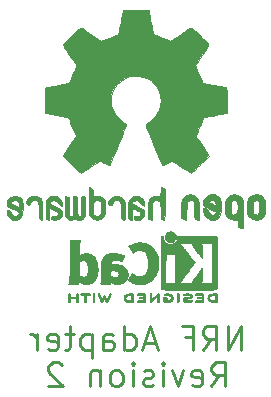
<source format=gbo>
G04 #@! TF.GenerationSoftware,KiCad,Pcbnew,(5.1.2)-2*
G04 #@! TF.CreationDate,2020-07-25T22:21:04+02:00*
G04 #@! TF.ProjectId,Adapter,41646170-7465-4722-9e6b-696361645f70,1*
G04 #@! TF.SameCoordinates,Original*
G04 #@! TF.FileFunction,Legend,Bot*
G04 #@! TF.FilePolarity,Positive*
%FSLAX46Y46*%
G04 Gerber Fmt 4.6, Leading zero omitted, Abs format (unit mm)*
G04 Created by KiCad (PCBNEW (5.1.2)-2) date 2020-07-25 22:21:04*
%MOMM*%
%LPD*%
G04 APERTURE LIST*
%ADD10C,0.250000*%
%ADD11C,0.010000*%
G04 APERTURE END LIST*
D10*
X159059094Y-102159321D02*
X159725760Y-101206940D01*
X160201951Y-102159321D02*
X160201951Y-100159321D01*
X159440046Y-100159321D01*
X159249570Y-100254560D01*
X159154332Y-100349798D01*
X159059094Y-100540274D01*
X159059094Y-100825988D01*
X159154332Y-101016464D01*
X159249570Y-101111702D01*
X159440046Y-101206940D01*
X160201951Y-101206940D01*
X157440046Y-102064083D02*
X157630522Y-102159321D01*
X158011475Y-102159321D01*
X158201951Y-102064083D01*
X158297189Y-101873607D01*
X158297189Y-101111702D01*
X158201951Y-100921226D01*
X158011475Y-100825988D01*
X157630522Y-100825988D01*
X157440046Y-100921226D01*
X157344808Y-101111702D01*
X157344808Y-101302179D01*
X158297189Y-101492655D01*
X156678141Y-100825988D02*
X156201951Y-102159321D01*
X155725760Y-100825988D01*
X154963856Y-102159321D02*
X154963856Y-100825988D01*
X154963856Y-100159321D02*
X155059094Y-100254560D01*
X154963856Y-100349798D01*
X154868618Y-100254560D01*
X154963856Y-100159321D01*
X154963856Y-100349798D01*
X154106713Y-102064083D02*
X153916237Y-102159321D01*
X153535284Y-102159321D01*
X153344808Y-102064083D01*
X153249570Y-101873607D01*
X153249570Y-101778369D01*
X153344808Y-101587893D01*
X153535284Y-101492655D01*
X153820999Y-101492655D01*
X154011475Y-101397417D01*
X154106713Y-101206940D01*
X154106713Y-101111702D01*
X154011475Y-100921226D01*
X153820999Y-100825988D01*
X153535284Y-100825988D01*
X153344808Y-100921226D01*
X152392427Y-102159321D02*
X152392427Y-100825988D01*
X152392427Y-100159321D02*
X152487665Y-100254560D01*
X152392427Y-100349798D01*
X152297189Y-100254560D01*
X152392427Y-100159321D01*
X152392427Y-100349798D01*
X151154332Y-102159321D02*
X151344808Y-102064083D01*
X151440046Y-101968845D01*
X151535284Y-101778369D01*
X151535284Y-101206940D01*
X151440046Y-101016464D01*
X151344808Y-100921226D01*
X151154332Y-100825988D01*
X150868618Y-100825988D01*
X150678141Y-100921226D01*
X150582903Y-101016464D01*
X150487665Y-101206940D01*
X150487665Y-101778369D01*
X150582903Y-101968845D01*
X150678141Y-102064083D01*
X150868618Y-102159321D01*
X151154332Y-102159321D01*
X149630522Y-100825988D02*
X149630522Y-102159321D01*
X149630522Y-101016464D02*
X149535284Y-100921226D01*
X149344808Y-100825988D01*
X149059094Y-100825988D01*
X148868618Y-100921226D01*
X148773380Y-101111702D01*
X148773380Y-102159321D01*
X146392427Y-100349798D02*
X146297189Y-100254560D01*
X146106713Y-100159321D01*
X145630522Y-100159321D01*
X145440046Y-100254560D01*
X145344808Y-100349798D01*
X145249570Y-100540274D01*
X145249570Y-100730750D01*
X145344808Y-101016464D01*
X146487665Y-102159321D01*
X145249570Y-102159321D01*
X161582903Y-99085921D02*
X161582903Y-97085921D01*
X160440046Y-99085921D01*
X160440046Y-97085921D01*
X158344808Y-99085921D02*
X159011475Y-98133540D01*
X159487665Y-99085921D02*
X159487665Y-97085921D01*
X158725760Y-97085921D01*
X158535284Y-97181160D01*
X158440046Y-97276398D01*
X158344808Y-97466874D01*
X158344808Y-97752588D01*
X158440046Y-97943064D01*
X158535284Y-98038302D01*
X158725760Y-98133540D01*
X159487665Y-98133540D01*
X156820999Y-98038302D02*
X157487665Y-98038302D01*
X157487665Y-99085921D02*
X157487665Y-97085921D01*
X156535284Y-97085921D01*
X154344808Y-98514493D02*
X153392427Y-98514493D01*
X154535284Y-99085921D02*
X153868618Y-97085921D01*
X153201951Y-99085921D01*
X151678141Y-99085921D02*
X151678141Y-97085921D01*
X151678141Y-98990683D02*
X151868618Y-99085921D01*
X152249570Y-99085921D01*
X152440046Y-98990683D01*
X152535284Y-98895445D01*
X152630522Y-98704969D01*
X152630522Y-98133540D01*
X152535284Y-97943064D01*
X152440046Y-97847826D01*
X152249570Y-97752588D01*
X151868618Y-97752588D01*
X151678141Y-97847826D01*
X149868618Y-99085921D02*
X149868618Y-98038302D01*
X149963856Y-97847826D01*
X150154332Y-97752588D01*
X150535284Y-97752588D01*
X150725760Y-97847826D01*
X149868618Y-98990683D02*
X150059094Y-99085921D01*
X150535284Y-99085921D01*
X150725760Y-98990683D01*
X150820999Y-98800207D01*
X150820999Y-98609731D01*
X150725760Y-98419255D01*
X150535284Y-98324017D01*
X150059094Y-98324017D01*
X149868618Y-98228779D01*
X148916237Y-97752588D02*
X148916237Y-99752588D01*
X148916237Y-97847826D02*
X148725760Y-97752588D01*
X148344808Y-97752588D01*
X148154332Y-97847826D01*
X148059094Y-97943064D01*
X147963856Y-98133540D01*
X147963856Y-98704969D01*
X148059094Y-98895445D01*
X148154332Y-98990683D01*
X148344808Y-99085921D01*
X148725760Y-99085921D01*
X148916237Y-98990683D01*
X147392427Y-97752588D02*
X146630522Y-97752588D01*
X147106713Y-97085921D02*
X147106713Y-98800207D01*
X147011475Y-98990683D01*
X146820999Y-99085921D01*
X146630522Y-99085921D01*
X145201951Y-98990683D02*
X145392427Y-99085921D01*
X145773380Y-99085921D01*
X145963856Y-98990683D01*
X146059094Y-98800207D01*
X146059094Y-98038302D01*
X145963856Y-97847826D01*
X145773380Y-97752588D01*
X145392427Y-97752588D01*
X145201951Y-97847826D01*
X145106713Y-98038302D01*
X145106713Y-98228779D01*
X146059094Y-98419255D01*
X144249570Y-99085921D02*
X144249570Y-97752588D01*
X144249570Y-98133540D02*
X144154332Y-97943064D01*
X144059094Y-97847826D01*
X143868618Y-97752588D01*
X143678141Y-97752588D01*
D11*
G36*
X152310723Y-70279857D02*
G01*
X152047403Y-70281299D01*
X151856834Y-70285202D01*
X151726735Y-70292797D01*
X151644823Y-70305310D01*
X151598814Y-70323971D01*
X151576427Y-70350008D01*
X151565378Y-70384648D01*
X151564304Y-70389132D01*
X151547521Y-70470049D01*
X151516455Y-70629702D01*
X151474338Y-70851098D01*
X151424401Y-71117245D01*
X151369877Y-71411150D01*
X151367973Y-71421472D01*
X151313357Y-71709496D01*
X151262258Y-71963975D01*
X151217974Y-72169645D01*
X151183801Y-72311245D01*
X151163037Y-72373510D01*
X151162047Y-72374613D01*
X151100881Y-72405019D01*
X150974770Y-72455688D01*
X150810949Y-72515682D01*
X150810037Y-72516002D01*
X150603692Y-72593564D01*
X150360420Y-72692367D01*
X150131111Y-72791708D01*
X150120258Y-72796620D01*
X149746763Y-72966136D01*
X148919715Y-72401355D01*
X148666003Y-72229180D01*
X148436178Y-72075255D01*
X148243555Y-71948334D01*
X148101448Y-71857169D01*
X148023173Y-71810515D01*
X148015740Y-71807055D01*
X147958856Y-71822460D01*
X147852611Y-71896787D01*
X147692861Y-72033541D01*
X147475464Y-72236228D01*
X147253532Y-72451868D01*
X147039589Y-72664363D01*
X146848111Y-72858270D01*
X146690625Y-73021614D01*
X146578658Y-73142421D01*
X146523737Y-73208715D01*
X146521694Y-73212128D01*
X146515622Y-73257621D01*
X146538496Y-73331916D01*
X146595965Y-73445046D01*
X146693681Y-73607045D01*
X146837296Y-73827946D01*
X147028747Y-74112320D01*
X147198657Y-74362619D01*
X147350542Y-74587110D01*
X147475625Y-74772760D01*
X147565131Y-74906535D01*
X147610280Y-74975402D01*
X147613122Y-74980078D01*
X147607610Y-75046061D01*
X147565825Y-75174308D01*
X147496083Y-75340580D01*
X147471226Y-75393679D01*
X147362769Y-75630237D01*
X147247060Y-75898649D01*
X147153065Y-76130895D01*
X147085335Y-76303267D01*
X147031537Y-76434263D01*
X147000449Y-76502727D01*
X146996584Y-76508002D01*
X146939409Y-76516740D01*
X146804632Y-76540683D01*
X146610174Y-76576422D01*
X146373955Y-76620549D01*
X146113896Y-76669655D01*
X145847917Y-76720332D01*
X145593937Y-76769173D01*
X145369879Y-76812769D01*
X145193660Y-76847711D01*
X145083203Y-76870592D01*
X145056110Y-76877061D01*
X145028124Y-76893027D01*
X145006999Y-76929087D01*
X144991783Y-76997412D01*
X144981527Y-77110175D01*
X144975280Y-77279546D01*
X144972092Y-77517698D01*
X144971013Y-77836802D01*
X144970957Y-77967601D01*
X144970957Y-79031371D01*
X145226417Y-79081793D01*
X145368543Y-79109133D01*
X145580630Y-79149042D01*
X145836887Y-79196705D01*
X146111522Y-79247306D01*
X146187432Y-79261204D01*
X146440859Y-79310477D01*
X146661633Y-79358930D01*
X146831223Y-79402075D01*
X146931100Y-79435423D01*
X146947737Y-79445362D01*
X146988591Y-79515751D01*
X147047167Y-79652143D01*
X147112125Y-79827665D01*
X147125009Y-79865473D01*
X147210146Y-80099890D01*
X147315824Y-80364384D01*
X147419240Y-80601901D01*
X147419750Y-80603004D01*
X147591968Y-80975593D01*
X147025556Y-81808753D01*
X146459145Y-82641913D01*
X147186378Y-83370360D01*
X147406332Y-83587162D01*
X147606948Y-83778274D01*
X147776958Y-83933496D01*
X147905095Y-84042624D01*
X147980091Y-84095455D01*
X147990849Y-84098807D01*
X148054013Y-84072409D01*
X148182900Y-83999020D01*
X148363431Y-83887344D01*
X148581526Y-83746084D01*
X148817326Y-83587887D01*
X149056644Y-83426524D01*
X149270021Y-83286112D01*
X149443905Y-83175291D01*
X149564746Y-83102698D01*
X149618817Y-83076968D01*
X149684786Y-83098740D01*
X149809882Y-83156111D01*
X149968300Y-83237160D01*
X149985093Y-83246169D01*
X150198428Y-83353160D01*
X150344716Y-83405632D01*
X150435700Y-83406190D01*
X150483121Y-83357440D01*
X150483397Y-83356757D01*
X150507100Y-83299024D01*
X150563631Y-83161975D01*
X150648606Y-82956217D01*
X150757642Y-82692358D01*
X150886356Y-82381004D01*
X151030365Y-82032764D01*
X151169829Y-81695604D01*
X151323100Y-81323526D01*
X151463829Y-80978847D01*
X151587798Y-80672131D01*
X151690789Y-80413945D01*
X151768584Y-80214854D01*
X151816966Y-80085425D01*
X151831876Y-80037121D01*
X151794486Y-79981710D01*
X151696682Y-79893398D01*
X151566265Y-79796034D01*
X151194857Y-79488113D01*
X150904550Y-79135164D01*
X150698824Y-78744621D01*
X150581157Y-78323917D01*
X150555029Y-77880489D01*
X150574020Y-77675818D01*
X150677497Y-77251183D01*
X150855707Y-76876196D01*
X151097598Y-76554556D01*
X151392117Y-76289961D01*
X151728209Y-76086110D01*
X152094822Y-75946702D01*
X152480903Y-75875434D01*
X152875399Y-75876005D01*
X153267255Y-75952114D01*
X153645420Y-76107459D01*
X153998840Y-76345739D01*
X154146353Y-76480499D01*
X154429264Y-76826539D01*
X154626248Y-77204686D01*
X154738616Y-77603915D01*
X154767679Y-78013205D01*
X154714749Y-78421532D01*
X154581137Y-78817873D01*
X154368155Y-79191205D01*
X154077114Y-79530505D01*
X153751894Y-79796034D01*
X153616428Y-79897531D01*
X153520731Y-79984885D01*
X153486283Y-80037203D01*
X153504320Y-80094258D01*
X153555618Y-80230558D01*
X153635956Y-80435538D01*
X153741116Y-80698632D01*
X153866876Y-81009276D01*
X154009017Y-81356903D01*
X154148715Y-81695686D01*
X154302839Y-82068082D01*
X154445598Y-82413167D01*
X154572609Y-82720337D01*
X154679491Y-82978985D01*
X154761860Y-83178507D01*
X154815333Y-83308295D01*
X154835147Y-83356757D01*
X154881956Y-83405989D01*
X154972497Y-83405845D01*
X155118422Y-83353737D01*
X155331382Y-83247076D01*
X155333066Y-83246169D01*
X155493410Y-83163396D01*
X155623028Y-83103102D01*
X155696117Y-83077206D01*
X155699343Y-83076968D01*
X155754364Y-83103234D01*
X155875837Y-83176276D01*
X156050209Y-83287455D01*
X156263930Y-83428133D01*
X156500833Y-83587887D01*
X156742025Y-83749639D01*
X156959406Y-83890310D01*
X157138896Y-84001195D01*
X157266416Y-84073590D01*
X157327310Y-84098807D01*
X157383383Y-84065663D01*
X157496120Y-83973033D01*
X157654257Y-83831117D01*
X157846529Y-83650115D01*
X158061671Y-83440229D01*
X158132032Y-83370109D01*
X158859514Y-82641412D01*
X158305785Y-81828760D01*
X158137503Y-81579202D01*
X157989809Y-81355226D01*
X157870990Y-81169809D01*
X157789330Y-81035925D01*
X157753116Y-80966550D01*
X157752055Y-80961615D01*
X157771147Y-80896224D01*
X157822498Y-80764685D01*
X157897220Y-80589041D01*
X157949668Y-80471451D01*
X158047734Y-80246321D01*
X158140087Y-80018875D01*
X158211686Y-79826699D01*
X158231136Y-79768155D01*
X158286394Y-79611816D01*
X158340411Y-79491018D01*
X158370081Y-79445362D01*
X158435556Y-79417421D01*
X158578456Y-79377811D01*
X158780241Y-79331022D01*
X159022368Y-79281543D01*
X159130727Y-79261204D01*
X159405891Y-79210641D01*
X159669826Y-79161682D01*
X159896739Y-79119141D01*
X160060841Y-79087835D01*
X160091742Y-79081793D01*
X160347202Y-79031371D01*
X160347202Y-77967601D01*
X160346628Y-77617810D01*
X160344273Y-77353160D01*
X160339187Y-77161482D01*
X160330419Y-77030604D01*
X160317018Y-76948353D01*
X160298034Y-76902558D01*
X160272518Y-76881048D01*
X160262049Y-76877061D01*
X160198906Y-76862916D01*
X160059405Y-76834694D01*
X159861469Y-76795803D01*
X159623015Y-76749652D01*
X159361966Y-76699648D01*
X159096241Y-76649201D01*
X158843761Y-76601718D01*
X158622445Y-76560608D01*
X158450214Y-76529279D01*
X158344988Y-76511138D01*
X158321575Y-76508002D01*
X158300364Y-76466033D01*
X158253412Y-76354230D01*
X158189499Y-76193748D01*
X158165094Y-76130895D01*
X158066660Y-75888063D01*
X157950746Y-75619778D01*
X157846933Y-75393679D01*
X157770545Y-75220795D01*
X157719724Y-75078737D01*
X157702759Y-74991738D01*
X157705464Y-74980078D01*
X157741319Y-74925030D01*
X157823188Y-74802599D01*
X157942285Y-74625822D01*
X158089822Y-74407737D01*
X158257011Y-74161380D01*
X158290070Y-74112751D01*
X158484060Y-73824633D01*
X158626659Y-73605237D01*
X158723553Y-73444462D01*
X158780426Y-73332206D01*
X158802964Y-73258370D01*
X158796852Y-73212850D01*
X158796696Y-73212560D01*
X158748591Y-73152770D01*
X158642191Y-73037179D01*
X158489028Y-72877769D01*
X158300635Y-72686525D01*
X158088545Y-72475428D01*
X158064627Y-72451868D01*
X157797342Y-72193032D01*
X157591072Y-72002977D01*
X157441672Y-71878197D01*
X157345000Y-71815187D01*
X157302419Y-71807055D01*
X157240276Y-71842532D01*
X157111317Y-71924483D01*
X156928858Y-72044152D01*
X156706213Y-72192786D01*
X156456696Y-72361632D01*
X156398444Y-72401355D01*
X155571396Y-72966136D01*
X155197901Y-72796620D01*
X154970764Y-72697831D01*
X154726952Y-72598477D01*
X154517355Y-72519261D01*
X154508122Y-72516002D01*
X154344175Y-72455989D01*
X154217795Y-72405242D01*
X154156217Y-72374701D01*
X154156112Y-72374613D01*
X154136573Y-72319408D01*
X154103359Y-72183639D01*
X154059767Y-71982569D01*
X154009096Y-71731459D01*
X153954641Y-71445573D01*
X153950186Y-71421472D01*
X153895562Y-71126919D01*
X153845416Y-70859544D01*
X153802978Y-70636340D01*
X153771482Y-70474299D01*
X153754157Y-70390413D01*
X153753855Y-70389132D01*
X153743312Y-70353448D01*
X153722811Y-70326506D01*
X153680069Y-70307078D01*
X153602804Y-70293935D01*
X153478732Y-70285849D01*
X153295571Y-70281592D01*
X153041038Y-70279935D01*
X152702849Y-70279650D01*
X152659080Y-70279650D01*
X152310723Y-70279857D01*
X152310723Y-70279857D01*
G37*
X152310723Y-70279857D02*
X152047403Y-70281299D01*
X151856834Y-70285202D01*
X151726735Y-70292797D01*
X151644823Y-70305310D01*
X151598814Y-70323971D01*
X151576427Y-70350008D01*
X151565378Y-70384648D01*
X151564304Y-70389132D01*
X151547521Y-70470049D01*
X151516455Y-70629702D01*
X151474338Y-70851098D01*
X151424401Y-71117245D01*
X151369877Y-71411150D01*
X151367973Y-71421472D01*
X151313357Y-71709496D01*
X151262258Y-71963975D01*
X151217974Y-72169645D01*
X151183801Y-72311245D01*
X151163037Y-72373510D01*
X151162047Y-72374613D01*
X151100881Y-72405019D01*
X150974770Y-72455688D01*
X150810949Y-72515682D01*
X150810037Y-72516002D01*
X150603692Y-72593564D01*
X150360420Y-72692367D01*
X150131111Y-72791708D01*
X150120258Y-72796620D01*
X149746763Y-72966136D01*
X148919715Y-72401355D01*
X148666003Y-72229180D01*
X148436178Y-72075255D01*
X148243555Y-71948334D01*
X148101448Y-71857169D01*
X148023173Y-71810515D01*
X148015740Y-71807055D01*
X147958856Y-71822460D01*
X147852611Y-71896787D01*
X147692861Y-72033541D01*
X147475464Y-72236228D01*
X147253532Y-72451868D01*
X147039589Y-72664363D01*
X146848111Y-72858270D01*
X146690625Y-73021614D01*
X146578658Y-73142421D01*
X146523737Y-73208715D01*
X146521694Y-73212128D01*
X146515622Y-73257621D01*
X146538496Y-73331916D01*
X146595965Y-73445046D01*
X146693681Y-73607045D01*
X146837296Y-73827946D01*
X147028747Y-74112320D01*
X147198657Y-74362619D01*
X147350542Y-74587110D01*
X147475625Y-74772760D01*
X147565131Y-74906535D01*
X147610280Y-74975402D01*
X147613122Y-74980078D01*
X147607610Y-75046061D01*
X147565825Y-75174308D01*
X147496083Y-75340580D01*
X147471226Y-75393679D01*
X147362769Y-75630237D01*
X147247060Y-75898649D01*
X147153065Y-76130895D01*
X147085335Y-76303267D01*
X147031537Y-76434263D01*
X147000449Y-76502727D01*
X146996584Y-76508002D01*
X146939409Y-76516740D01*
X146804632Y-76540683D01*
X146610174Y-76576422D01*
X146373955Y-76620549D01*
X146113896Y-76669655D01*
X145847917Y-76720332D01*
X145593937Y-76769173D01*
X145369879Y-76812769D01*
X145193660Y-76847711D01*
X145083203Y-76870592D01*
X145056110Y-76877061D01*
X145028124Y-76893027D01*
X145006999Y-76929087D01*
X144991783Y-76997412D01*
X144981527Y-77110175D01*
X144975280Y-77279546D01*
X144972092Y-77517698D01*
X144971013Y-77836802D01*
X144970957Y-77967601D01*
X144970957Y-79031371D01*
X145226417Y-79081793D01*
X145368543Y-79109133D01*
X145580630Y-79149042D01*
X145836887Y-79196705D01*
X146111522Y-79247306D01*
X146187432Y-79261204D01*
X146440859Y-79310477D01*
X146661633Y-79358930D01*
X146831223Y-79402075D01*
X146931100Y-79435423D01*
X146947737Y-79445362D01*
X146988591Y-79515751D01*
X147047167Y-79652143D01*
X147112125Y-79827665D01*
X147125009Y-79865473D01*
X147210146Y-80099890D01*
X147315824Y-80364384D01*
X147419240Y-80601901D01*
X147419750Y-80603004D01*
X147591968Y-80975593D01*
X147025556Y-81808753D01*
X146459145Y-82641913D01*
X147186378Y-83370360D01*
X147406332Y-83587162D01*
X147606948Y-83778274D01*
X147776958Y-83933496D01*
X147905095Y-84042624D01*
X147980091Y-84095455D01*
X147990849Y-84098807D01*
X148054013Y-84072409D01*
X148182900Y-83999020D01*
X148363431Y-83887344D01*
X148581526Y-83746084D01*
X148817326Y-83587887D01*
X149056644Y-83426524D01*
X149270021Y-83286112D01*
X149443905Y-83175291D01*
X149564746Y-83102698D01*
X149618817Y-83076968D01*
X149684786Y-83098740D01*
X149809882Y-83156111D01*
X149968300Y-83237160D01*
X149985093Y-83246169D01*
X150198428Y-83353160D01*
X150344716Y-83405632D01*
X150435700Y-83406190D01*
X150483121Y-83357440D01*
X150483397Y-83356757D01*
X150507100Y-83299024D01*
X150563631Y-83161975D01*
X150648606Y-82956217D01*
X150757642Y-82692358D01*
X150886356Y-82381004D01*
X151030365Y-82032764D01*
X151169829Y-81695604D01*
X151323100Y-81323526D01*
X151463829Y-80978847D01*
X151587798Y-80672131D01*
X151690789Y-80413945D01*
X151768584Y-80214854D01*
X151816966Y-80085425D01*
X151831876Y-80037121D01*
X151794486Y-79981710D01*
X151696682Y-79893398D01*
X151566265Y-79796034D01*
X151194857Y-79488113D01*
X150904550Y-79135164D01*
X150698824Y-78744621D01*
X150581157Y-78323917D01*
X150555029Y-77880489D01*
X150574020Y-77675818D01*
X150677497Y-77251183D01*
X150855707Y-76876196D01*
X151097598Y-76554556D01*
X151392117Y-76289961D01*
X151728209Y-76086110D01*
X152094822Y-75946702D01*
X152480903Y-75875434D01*
X152875399Y-75876005D01*
X153267255Y-75952114D01*
X153645420Y-76107459D01*
X153998840Y-76345739D01*
X154146353Y-76480499D01*
X154429264Y-76826539D01*
X154626248Y-77204686D01*
X154738616Y-77603915D01*
X154767679Y-78013205D01*
X154714749Y-78421532D01*
X154581137Y-78817873D01*
X154368155Y-79191205D01*
X154077114Y-79530505D01*
X153751894Y-79796034D01*
X153616428Y-79897531D01*
X153520731Y-79984885D01*
X153486283Y-80037203D01*
X153504320Y-80094258D01*
X153555618Y-80230558D01*
X153635956Y-80435538D01*
X153741116Y-80698632D01*
X153866876Y-81009276D01*
X154009017Y-81356903D01*
X154148715Y-81695686D01*
X154302839Y-82068082D01*
X154445598Y-82413167D01*
X154572609Y-82720337D01*
X154679491Y-82978985D01*
X154761860Y-83178507D01*
X154815333Y-83308295D01*
X154835147Y-83356757D01*
X154881956Y-83405989D01*
X154972497Y-83405845D01*
X155118422Y-83353737D01*
X155331382Y-83247076D01*
X155333066Y-83246169D01*
X155493410Y-83163396D01*
X155623028Y-83103102D01*
X155696117Y-83077206D01*
X155699343Y-83076968D01*
X155754364Y-83103234D01*
X155875837Y-83176276D01*
X156050209Y-83287455D01*
X156263930Y-83428133D01*
X156500833Y-83587887D01*
X156742025Y-83749639D01*
X156959406Y-83890310D01*
X157138896Y-84001195D01*
X157266416Y-84073590D01*
X157327310Y-84098807D01*
X157383383Y-84065663D01*
X157496120Y-83973033D01*
X157654257Y-83831117D01*
X157846529Y-83650115D01*
X158061671Y-83440229D01*
X158132032Y-83370109D01*
X158859514Y-82641412D01*
X158305785Y-81828760D01*
X158137503Y-81579202D01*
X157989809Y-81355226D01*
X157870990Y-81169809D01*
X157789330Y-81035925D01*
X157753116Y-80966550D01*
X157752055Y-80961615D01*
X157771147Y-80896224D01*
X157822498Y-80764685D01*
X157897220Y-80589041D01*
X157949668Y-80471451D01*
X158047734Y-80246321D01*
X158140087Y-80018875D01*
X158211686Y-79826699D01*
X158231136Y-79768155D01*
X158286394Y-79611816D01*
X158340411Y-79491018D01*
X158370081Y-79445362D01*
X158435556Y-79417421D01*
X158578456Y-79377811D01*
X158780241Y-79331022D01*
X159022368Y-79281543D01*
X159130727Y-79261204D01*
X159405891Y-79210641D01*
X159669826Y-79161682D01*
X159896739Y-79119141D01*
X160060841Y-79087835D01*
X160091742Y-79081793D01*
X160347202Y-79031371D01*
X160347202Y-77967601D01*
X160346628Y-77617810D01*
X160344273Y-77353160D01*
X160339187Y-77161482D01*
X160330419Y-77030604D01*
X160317018Y-76948353D01*
X160298034Y-76902558D01*
X160272518Y-76881048D01*
X160262049Y-76877061D01*
X160198906Y-76862916D01*
X160059405Y-76834694D01*
X159861469Y-76795803D01*
X159623015Y-76749652D01*
X159361966Y-76699648D01*
X159096241Y-76649201D01*
X158843761Y-76601718D01*
X158622445Y-76560608D01*
X158450214Y-76529279D01*
X158344988Y-76511138D01*
X158321575Y-76508002D01*
X158300364Y-76466033D01*
X158253412Y-76354230D01*
X158189499Y-76193748D01*
X158165094Y-76130895D01*
X158066660Y-75888063D01*
X157950746Y-75619778D01*
X157846933Y-75393679D01*
X157770545Y-75220795D01*
X157719724Y-75078737D01*
X157702759Y-74991738D01*
X157705464Y-74980078D01*
X157741319Y-74925030D01*
X157823188Y-74802599D01*
X157942285Y-74625822D01*
X158089822Y-74407737D01*
X158257011Y-74161380D01*
X158290070Y-74112751D01*
X158484060Y-73824633D01*
X158626659Y-73605237D01*
X158723553Y-73444462D01*
X158780426Y-73332206D01*
X158802964Y-73258370D01*
X158796852Y-73212850D01*
X158796696Y-73212560D01*
X158748591Y-73152770D01*
X158642191Y-73037179D01*
X158489028Y-72877769D01*
X158300635Y-72686525D01*
X158088545Y-72475428D01*
X158064627Y-72451868D01*
X157797342Y-72193032D01*
X157591072Y-72002977D01*
X157441672Y-71878197D01*
X157345000Y-71815187D01*
X157302419Y-71807055D01*
X157240276Y-71842532D01*
X157111317Y-71924483D01*
X156928858Y-72044152D01*
X156706213Y-72192786D01*
X156456696Y-72361632D01*
X156398444Y-72401355D01*
X155571396Y-72966136D01*
X155197901Y-72796620D01*
X154970764Y-72697831D01*
X154726952Y-72598477D01*
X154517355Y-72519261D01*
X154508122Y-72516002D01*
X154344175Y-72455989D01*
X154217795Y-72405242D01*
X154156217Y-72374701D01*
X154156112Y-72374613D01*
X154136573Y-72319408D01*
X154103359Y-72183639D01*
X154059767Y-71982569D01*
X154009096Y-71731459D01*
X153954641Y-71445573D01*
X153950186Y-71421472D01*
X153895562Y-71126919D01*
X153845416Y-70859544D01*
X153802978Y-70636340D01*
X153771482Y-70474299D01*
X153754157Y-70390413D01*
X153753855Y-70389132D01*
X153743312Y-70353448D01*
X153722811Y-70326506D01*
X153680069Y-70307078D01*
X153602804Y-70293935D01*
X153478732Y-70285849D01*
X153295571Y-70281592D01*
X153041038Y-70279935D01*
X152702849Y-70279650D01*
X152659080Y-70279650D01*
X152310723Y-70279857D01*
G36*
X142086681Y-86119093D02*
G01*
X141894163Y-86244917D01*
X141801306Y-86357556D01*
X141727740Y-86561952D01*
X141721897Y-86723690D01*
X141735133Y-86939954D01*
X142233888Y-87158258D01*
X142476395Y-87269790D01*
X142634851Y-87359510D01*
X142717244Y-87437221D01*
X142731562Y-87512727D01*
X142685793Y-87595831D01*
X142635325Y-87650914D01*
X142488475Y-87739249D01*
X142328752Y-87745439D01*
X142182060Y-87676595D01*
X142074299Y-87539832D01*
X142055025Y-87491540D01*
X141962704Y-87340708D01*
X141856492Y-87276427D01*
X141710804Y-87221436D01*
X141710804Y-87429917D01*
X141723684Y-87571786D01*
X141774137Y-87691423D01*
X141879883Y-87828787D01*
X141895600Y-87846637D01*
X142013225Y-87968846D01*
X142114334Y-88034430D01*
X142240830Y-88064602D01*
X142345696Y-88074483D01*
X142533269Y-88076945D01*
X142666796Y-88045752D01*
X142750097Y-87999439D01*
X142881017Y-87897595D01*
X142971641Y-87787451D01*
X143028993Y-87648929D01*
X143060100Y-87461950D01*
X143071986Y-87206437D01*
X143072935Y-87076754D01*
X143069709Y-86921281D01*
X142775914Y-86921281D01*
X142772507Y-87004687D01*
X142764014Y-87018347D01*
X142707970Y-86999791D01*
X142587362Y-86950682D01*
X142426167Y-86880862D01*
X142392458Y-86865855D01*
X142188741Y-86762264D01*
X142076501Y-86671219D01*
X142051833Y-86585941D01*
X142110835Y-86499654D01*
X142159562Y-86461527D01*
X142335386Y-86385277D01*
X142499953Y-86397874D01*
X142637726Y-86490946D01*
X142733167Y-86656116D01*
X142763766Y-86787217D01*
X142775914Y-86921281D01*
X143069709Y-86921281D01*
X143066648Y-86773779D01*
X143043481Y-86549616D01*
X142997590Y-86386386D01*
X142923126Y-86266212D01*
X142814244Y-86171215D01*
X142766775Y-86140515D01*
X142551142Y-86060563D01*
X142315059Y-86055532D01*
X142086681Y-86119093D01*
X142086681Y-86119093D01*
G37*
X142086681Y-86119093D02*
X141894163Y-86244917D01*
X141801306Y-86357556D01*
X141727740Y-86561952D01*
X141721897Y-86723690D01*
X141735133Y-86939954D01*
X142233888Y-87158258D01*
X142476395Y-87269790D01*
X142634851Y-87359510D01*
X142717244Y-87437221D01*
X142731562Y-87512727D01*
X142685793Y-87595831D01*
X142635325Y-87650914D01*
X142488475Y-87739249D01*
X142328752Y-87745439D01*
X142182060Y-87676595D01*
X142074299Y-87539832D01*
X142055025Y-87491540D01*
X141962704Y-87340708D01*
X141856492Y-87276427D01*
X141710804Y-87221436D01*
X141710804Y-87429917D01*
X141723684Y-87571786D01*
X141774137Y-87691423D01*
X141879883Y-87828787D01*
X141895600Y-87846637D01*
X142013225Y-87968846D01*
X142114334Y-88034430D01*
X142240830Y-88064602D01*
X142345696Y-88074483D01*
X142533269Y-88076945D01*
X142666796Y-88045752D01*
X142750097Y-87999439D01*
X142881017Y-87897595D01*
X142971641Y-87787451D01*
X143028993Y-87648929D01*
X143060100Y-87461950D01*
X143071986Y-87206437D01*
X143072935Y-87076754D01*
X143069709Y-86921281D01*
X142775914Y-86921281D01*
X142772507Y-87004687D01*
X142764014Y-87018347D01*
X142707970Y-86999791D01*
X142587362Y-86950682D01*
X142426167Y-86880862D01*
X142392458Y-86865855D01*
X142188741Y-86762264D01*
X142076501Y-86671219D01*
X142051833Y-86585941D01*
X142110835Y-86499654D01*
X142159562Y-86461527D01*
X142335386Y-86385277D01*
X142499953Y-86397874D01*
X142637726Y-86490946D01*
X142733167Y-86656116D01*
X142763766Y-86787217D01*
X142775914Y-86921281D01*
X143069709Y-86921281D01*
X143066648Y-86773779D01*
X143043481Y-86549616D01*
X142997590Y-86386386D01*
X142923126Y-86266212D01*
X142814244Y-86171215D01*
X142766775Y-86140515D01*
X142551142Y-86060563D01*
X142315059Y-86055532D01*
X142086681Y-86119093D01*
G36*
X143766264Y-86091557D02*
G01*
X143708104Y-86116976D01*
X143569285Y-86226919D01*
X143450575Y-86385890D01*
X143377159Y-86555537D01*
X143365210Y-86639173D01*
X143405271Y-86755938D01*
X143493145Y-86817722D01*
X143587362Y-86855133D01*
X143630503Y-86862027D01*
X143651509Y-86811998D01*
X143692990Y-86703129D01*
X143711188Y-86653936D01*
X143813232Y-86483773D01*
X143960977Y-86398898D01*
X144150425Y-86401508D01*
X144164457Y-86404851D01*
X144265599Y-86452805D01*
X144339956Y-86546292D01*
X144390742Y-86696799D01*
X144421172Y-86915811D01*
X144434462Y-87214816D01*
X144435708Y-87373916D01*
X144436326Y-87624715D01*
X144440375Y-87795685D01*
X144451147Y-87904314D01*
X144471933Y-87968090D01*
X144506025Y-88004503D01*
X144556715Y-88031039D01*
X144559645Y-88032375D01*
X144657262Y-88073647D01*
X144705622Y-88088845D01*
X144713053Y-88042897D01*
X144719414Y-87915894D01*
X144724248Y-87724095D01*
X144727095Y-87483762D01*
X144727662Y-87307884D01*
X144724767Y-86967548D01*
X144713443Y-86709355D01*
X144689734Y-86518234D01*
X144649683Y-86379113D01*
X144589333Y-86276920D01*
X144504727Y-86196584D01*
X144421181Y-86140515D01*
X144220289Y-86065892D01*
X143986484Y-86049062D01*
X143766264Y-86091557D01*
X143766264Y-86091557D01*
G37*
X143766264Y-86091557D02*
X143708104Y-86116976D01*
X143569285Y-86226919D01*
X143450575Y-86385890D01*
X143377159Y-86555537D01*
X143365210Y-86639173D01*
X143405271Y-86755938D01*
X143493145Y-86817722D01*
X143587362Y-86855133D01*
X143630503Y-86862027D01*
X143651509Y-86811998D01*
X143692990Y-86703129D01*
X143711188Y-86653936D01*
X143813232Y-86483773D01*
X143960977Y-86398898D01*
X144150425Y-86401508D01*
X144164457Y-86404851D01*
X144265599Y-86452805D01*
X144339956Y-86546292D01*
X144390742Y-86696799D01*
X144421172Y-86915811D01*
X144434462Y-87214816D01*
X144435708Y-87373916D01*
X144436326Y-87624715D01*
X144440375Y-87795685D01*
X144451147Y-87904314D01*
X144471933Y-87968090D01*
X144506025Y-88004503D01*
X144556715Y-88031039D01*
X144559645Y-88032375D01*
X144657262Y-88073647D01*
X144705622Y-88088845D01*
X144713053Y-88042897D01*
X144719414Y-87915894D01*
X144724248Y-87724095D01*
X144727095Y-87483762D01*
X144727662Y-87307884D01*
X144724767Y-86967548D01*
X144713443Y-86709355D01*
X144689734Y-86518234D01*
X144649683Y-86379113D01*
X144589333Y-86276920D01*
X144504727Y-86196584D01*
X144421181Y-86140515D01*
X144220289Y-86065892D01*
X143986484Y-86049062D01*
X143766264Y-86091557D01*
G36*
X145468402Y-86083454D02*
G01*
X145328298Y-86147183D01*
X145218330Y-86224403D01*
X145137756Y-86310747D01*
X145082126Y-86422132D01*
X145046991Y-86574476D01*
X145027901Y-86783695D01*
X145020408Y-87065706D01*
X145019616Y-87251415D01*
X145019616Y-87975906D01*
X145143553Y-88032375D01*
X145241170Y-88073647D01*
X145289530Y-88088845D01*
X145298782Y-88043622D01*
X145306122Y-87921684D01*
X145310616Y-87743632D01*
X145311570Y-87602255D01*
X145315670Y-87398006D01*
X145326726Y-87235973D01*
X145342869Y-87136751D01*
X145355693Y-87115665D01*
X145441894Y-87137198D01*
X145577218Y-87192426D01*
X145733910Y-87267296D01*
X145884217Y-87347752D01*
X146000387Y-87419740D01*
X146054667Y-87469206D01*
X146054882Y-87469741D01*
X146050213Y-87561288D01*
X146008348Y-87648680D01*
X145934845Y-87719662D01*
X145827564Y-87743403D01*
X145735878Y-87740637D01*
X145606022Y-87738601D01*
X145537859Y-87769024D01*
X145496921Y-87849403D01*
X145491759Y-87864560D01*
X145474013Y-87979191D01*
X145521471Y-88048794D01*
X145645173Y-88081965D01*
X145778799Y-88088100D01*
X146019263Y-88042623D01*
X146143742Y-87977677D01*
X146297475Y-87825106D01*
X146379007Y-87637831D01*
X146386324Y-87439945D01*
X146317411Y-87255545D01*
X146213752Y-87139994D01*
X146110257Y-87075302D01*
X145947588Y-86993402D01*
X145758026Y-86910346D01*
X145726430Y-86897655D01*
X145518211Y-86805768D01*
X145398182Y-86724783D01*
X145359579Y-86644273D01*
X145395640Y-86553810D01*
X145457547Y-86483098D01*
X145603867Y-86396030D01*
X145764863Y-86389500D01*
X145912507Y-86456595D01*
X146018770Y-86590404D01*
X146032718Y-86624927D01*
X146113920Y-86751902D01*
X146232472Y-86846169D01*
X146382068Y-86923528D01*
X146382068Y-86704167D01*
X146373263Y-86570140D01*
X146335510Y-86464504D01*
X146251801Y-86351799D01*
X146171444Y-86264987D01*
X146046489Y-86142064D01*
X145949403Y-86076031D01*
X145845126Y-86049544D01*
X145727091Y-86045167D01*
X145468402Y-86083454D01*
X145468402Y-86083454D01*
G37*
X145468402Y-86083454D02*
X145328298Y-86147183D01*
X145218330Y-86224403D01*
X145137756Y-86310747D01*
X145082126Y-86422132D01*
X145046991Y-86574476D01*
X145027901Y-86783695D01*
X145020408Y-87065706D01*
X145019616Y-87251415D01*
X145019616Y-87975906D01*
X145143553Y-88032375D01*
X145241170Y-88073647D01*
X145289530Y-88088845D01*
X145298782Y-88043622D01*
X145306122Y-87921684D01*
X145310616Y-87743632D01*
X145311570Y-87602255D01*
X145315670Y-87398006D01*
X145326726Y-87235973D01*
X145342869Y-87136751D01*
X145355693Y-87115665D01*
X145441894Y-87137198D01*
X145577218Y-87192426D01*
X145733910Y-87267296D01*
X145884217Y-87347752D01*
X146000387Y-87419740D01*
X146054667Y-87469206D01*
X146054882Y-87469741D01*
X146050213Y-87561288D01*
X146008348Y-87648680D01*
X145934845Y-87719662D01*
X145827564Y-87743403D01*
X145735878Y-87740637D01*
X145606022Y-87738601D01*
X145537859Y-87769024D01*
X145496921Y-87849403D01*
X145491759Y-87864560D01*
X145474013Y-87979191D01*
X145521471Y-88048794D01*
X145645173Y-88081965D01*
X145778799Y-88088100D01*
X146019263Y-88042623D01*
X146143742Y-87977677D01*
X146297475Y-87825106D01*
X146379007Y-87637831D01*
X146386324Y-87439945D01*
X146317411Y-87255545D01*
X146213752Y-87139994D01*
X146110257Y-87075302D01*
X145947588Y-86993402D01*
X145758026Y-86910346D01*
X145726430Y-86897655D01*
X145518211Y-86805768D01*
X145398182Y-86724783D01*
X145359579Y-86644273D01*
X145395640Y-86553810D01*
X145457547Y-86483098D01*
X145603867Y-86396030D01*
X145764863Y-86389500D01*
X145912507Y-86456595D01*
X146018770Y-86590404D01*
X146032718Y-86624927D01*
X146113920Y-86751902D01*
X146232472Y-86846169D01*
X146382068Y-86923528D01*
X146382068Y-86704167D01*
X146373263Y-86570140D01*
X146335510Y-86464504D01*
X146251801Y-86351799D01*
X146171444Y-86264987D01*
X146046489Y-86142064D01*
X145949403Y-86076031D01*
X145845126Y-86049544D01*
X145727091Y-86045167D01*
X145468402Y-86083454D01*
G36*
X146692207Y-86091260D02*
G01*
X146684781Y-86219282D01*
X146678962Y-86413845D01*
X146675221Y-86659562D01*
X146674022Y-86917286D01*
X146674022Y-87789405D01*
X146828005Y-87943388D01*
X146934117Y-88038272D01*
X147027264Y-88076705D01*
X147154576Y-88074273D01*
X147205112Y-88068083D01*
X147363063Y-88050070D01*
X147493709Y-88039748D01*
X147525555Y-88038795D01*
X147632914Y-88045031D01*
X147786461Y-88060684D01*
X147845997Y-88068083D01*
X147992223Y-88079528D01*
X148090491Y-88054668D01*
X148187930Y-87977918D01*
X148223104Y-87943388D01*
X148377087Y-87789405D01*
X148377087Y-86158106D01*
X148253150Y-86101636D01*
X148146430Y-86059810D01*
X148083993Y-86045167D01*
X148067984Y-86091443D01*
X148053022Y-86220744D01*
X148040102Y-86418774D01*
X148030223Y-86671240D01*
X148025458Y-86884535D01*
X148012145Y-87723902D01*
X147896000Y-87740324D01*
X147790364Y-87728842D01*
X147738603Y-87691665D01*
X147724135Y-87622158D01*
X147711782Y-87474100D01*
X147702528Y-87266251D01*
X147697352Y-87017372D01*
X147696606Y-86889295D01*
X147695861Y-86152005D01*
X147542623Y-86098586D01*
X147434164Y-86062266D01*
X147375167Y-86045328D01*
X147373466Y-86045167D01*
X147367547Y-86091209D01*
X147361041Y-86218878D01*
X147354494Y-86412492D01*
X147348453Y-86656367D01*
X147344232Y-86884535D01*
X147330919Y-87723902D01*
X147038965Y-87723902D01*
X147025567Y-86958135D01*
X147012170Y-86192368D01*
X146869842Y-86118768D01*
X146764758Y-86068226D01*
X146702563Y-86045291D01*
X146700768Y-86045167D01*
X146692207Y-86091260D01*
X146692207Y-86091260D01*
G37*
X146692207Y-86091260D02*
X146684781Y-86219282D01*
X146678962Y-86413845D01*
X146675221Y-86659562D01*
X146674022Y-86917286D01*
X146674022Y-87789405D01*
X146828005Y-87943388D01*
X146934117Y-88038272D01*
X147027264Y-88076705D01*
X147154576Y-88074273D01*
X147205112Y-88068083D01*
X147363063Y-88050070D01*
X147493709Y-88039748D01*
X147525555Y-88038795D01*
X147632914Y-88045031D01*
X147786461Y-88060684D01*
X147845997Y-88068083D01*
X147992223Y-88079528D01*
X148090491Y-88054668D01*
X148187930Y-87977918D01*
X148223104Y-87943388D01*
X148377087Y-87789405D01*
X148377087Y-86158106D01*
X148253150Y-86101636D01*
X148146430Y-86059810D01*
X148083993Y-86045167D01*
X148067984Y-86091443D01*
X148053022Y-86220744D01*
X148040102Y-86418774D01*
X148030223Y-86671240D01*
X148025458Y-86884535D01*
X148012145Y-87723902D01*
X147896000Y-87740324D01*
X147790364Y-87728842D01*
X147738603Y-87691665D01*
X147724135Y-87622158D01*
X147711782Y-87474100D01*
X147702528Y-87266251D01*
X147697352Y-87017372D01*
X147696606Y-86889295D01*
X147695861Y-86152005D01*
X147542623Y-86098586D01*
X147434164Y-86062266D01*
X147375167Y-86045328D01*
X147373466Y-86045167D01*
X147367547Y-86091209D01*
X147361041Y-86218878D01*
X147354494Y-86412492D01*
X147348453Y-86656367D01*
X147344232Y-86884535D01*
X147330919Y-87723902D01*
X147038965Y-87723902D01*
X147025567Y-86958135D01*
X147012170Y-86192368D01*
X146869842Y-86118768D01*
X146764758Y-86068226D01*
X146702563Y-86045291D01*
X146700768Y-86045167D01*
X146692207Y-86091260D01*
G36*
X148669223Y-86448953D02*
G01*
X148669841Y-86812629D01*
X148672233Y-87092392D01*
X148677409Y-87301644D01*
X148686376Y-87453786D01*
X148700144Y-87562219D01*
X148719719Y-87640345D01*
X148746112Y-87701567D01*
X148766096Y-87736512D01*
X148931597Y-87926017D01*
X149141432Y-88044802D01*
X149373594Y-88087424D01*
X149606072Y-88048443D01*
X149744508Y-87978392D01*
X149889838Y-87857213D01*
X149988885Y-87709214D01*
X150048645Y-87515394D01*
X150076111Y-87256752D01*
X150080001Y-87067006D01*
X150079477Y-87053370D01*
X149739539Y-87053370D01*
X149737463Y-87270956D01*
X149727950Y-87414994D01*
X149706072Y-87509224D01*
X149666904Y-87577383D01*
X149620104Y-87628796D01*
X149462934Y-87728035D01*
X149294180Y-87736513D01*
X149134687Y-87653659D01*
X149122273Y-87642432D01*
X149069289Y-87584031D01*
X149036066Y-87514546D01*
X149018080Y-87411130D01*
X149010805Y-87250933D01*
X149009654Y-87073825D01*
X149012148Y-86851327D01*
X149022472Y-86702897D01*
X149044889Y-86605349D01*
X149083662Y-86535497D01*
X149115454Y-86498399D01*
X149263141Y-86404835D01*
X149433234Y-86393585D01*
X149595588Y-86465050D01*
X149626920Y-86491580D01*
X149680258Y-86550496D01*
X149713549Y-86620697D01*
X149731424Y-86725278D01*
X149738514Y-86887339D01*
X149739539Y-87053370D01*
X150079477Y-87053370D01*
X150068240Y-86761439D01*
X150028293Y-86531853D01*
X149953167Y-86359247D01*
X149835866Y-86224620D01*
X149744508Y-86155619D01*
X149578453Y-86081074D01*
X149385988Y-86046473D01*
X149207081Y-86055735D01*
X149106972Y-86093098D01*
X149067687Y-86103732D01*
X149041619Y-86064085D01*
X149023422Y-85957841D01*
X149009654Y-85796005D01*
X148994581Y-85615762D01*
X148973644Y-85507318D01*
X148935548Y-85445306D01*
X148868995Y-85404359D01*
X148827183Y-85386226D01*
X148669041Y-85319980D01*
X148669223Y-86448953D01*
X148669223Y-86448953D01*
G37*
X148669223Y-86448953D02*
X148669841Y-86812629D01*
X148672233Y-87092392D01*
X148677409Y-87301644D01*
X148686376Y-87453786D01*
X148700144Y-87562219D01*
X148719719Y-87640345D01*
X148746112Y-87701567D01*
X148766096Y-87736512D01*
X148931597Y-87926017D01*
X149141432Y-88044802D01*
X149373594Y-88087424D01*
X149606072Y-88048443D01*
X149744508Y-87978392D01*
X149889838Y-87857213D01*
X149988885Y-87709214D01*
X150048645Y-87515394D01*
X150076111Y-87256752D01*
X150080001Y-87067006D01*
X150079477Y-87053370D01*
X149739539Y-87053370D01*
X149737463Y-87270956D01*
X149727950Y-87414994D01*
X149706072Y-87509224D01*
X149666904Y-87577383D01*
X149620104Y-87628796D01*
X149462934Y-87728035D01*
X149294180Y-87736513D01*
X149134687Y-87653659D01*
X149122273Y-87642432D01*
X149069289Y-87584031D01*
X149036066Y-87514546D01*
X149018080Y-87411130D01*
X149010805Y-87250933D01*
X149009654Y-87073825D01*
X149012148Y-86851327D01*
X149022472Y-86702897D01*
X149044889Y-86605349D01*
X149083662Y-86535497D01*
X149115454Y-86498399D01*
X149263141Y-86404835D01*
X149433234Y-86393585D01*
X149595588Y-86465050D01*
X149626920Y-86491580D01*
X149680258Y-86550496D01*
X149713549Y-86620697D01*
X149731424Y-86725278D01*
X149738514Y-86887339D01*
X149739539Y-87053370D01*
X150079477Y-87053370D01*
X150068240Y-86761439D01*
X150028293Y-86531853D01*
X149953167Y-86359247D01*
X149835866Y-86224620D01*
X149744508Y-86155619D01*
X149578453Y-86081074D01*
X149385988Y-86046473D01*
X149207081Y-86055735D01*
X149106972Y-86093098D01*
X149067687Y-86103732D01*
X149041619Y-86064085D01*
X149023422Y-85957841D01*
X149009654Y-85796005D01*
X148994581Y-85615762D01*
X148973644Y-85507318D01*
X148935548Y-85445306D01*
X148868995Y-85404359D01*
X148827183Y-85386226D01*
X148669041Y-85319980D01*
X148669223Y-86448953D01*
G36*
X150882508Y-86061394D02*
G01*
X150661471Y-86142959D01*
X150482397Y-86287226D01*
X150412360Y-86388780D01*
X150336009Y-86575128D01*
X150337595Y-86709870D01*
X150417733Y-86800491D01*
X150447384Y-86815900D01*
X150575406Y-86863944D01*
X150640786Y-86851636D01*
X150662932Y-86770958D01*
X150664060Y-86726393D01*
X150704603Y-86562441D01*
X150810278Y-86447751D01*
X150957156Y-86392357D01*
X151121307Y-86406295D01*
X151254743Y-86478687D01*
X151299811Y-86519980D01*
X151331757Y-86570076D01*
X151353336Y-86645802D01*
X151367307Y-86763988D01*
X151376425Y-86941460D01*
X151383449Y-87195046D01*
X151385268Y-87275339D01*
X151391902Y-87550018D01*
X151399444Y-87743341D01*
X151410755Y-87871248D01*
X151428695Y-87949682D01*
X151456125Y-87994585D01*
X151495903Y-88021898D01*
X151521370Y-88033965D01*
X151629524Y-88075227D01*
X151693190Y-88088845D01*
X151714226Y-88043365D01*
X151727067Y-87905866D01*
X151731780Y-87674762D01*
X151728436Y-87348464D01*
X151727394Y-87298136D01*
X151720045Y-87000441D01*
X151711354Y-86783065D01*
X151698988Y-86629013D01*
X151680610Y-86521290D01*
X151653885Y-86442902D01*
X151616478Y-86376854D01*
X151596910Y-86348551D01*
X151484714Y-86223327D01*
X151359230Y-86125923D01*
X151343867Y-86117421D01*
X151118857Y-86050293D01*
X150882508Y-86061394D01*
X150882508Y-86061394D01*
G37*
X150882508Y-86061394D02*
X150661471Y-86142959D01*
X150482397Y-86287226D01*
X150412360Y-86388780D01*
X150336009Y-86575128D01*
X150337595Y-86709870D01*
X150417733Y-86800491D01*
X150447384Y-86815900D01*
X150575406Y-86863944D01*
X150640786Y-86851636D01*
X150662932Y-86770958D01*
X150664060Y-86726393D01*
X150704603Y-86562441D01*
X150810278Y-86447751D01*
X150957156Y-86392357D01*
X151121307Y-86406295D01*
X151254743Y-86478687D01*
X151299811Y-86519980D01*
X151331757Y-86570076D01*
X151353336Y-86645802D01*
X151367307Y-86763988D01*
X151376425Y-86941460D01*
X151383449Y-87195046D01*
X151385268Y-87275339D01*
X151391902Y-87550018D01*
X151399444Y-87743341D01*
X151410755Y-87871248D01*
X151428695Y-87949682D01*
X151456125Y-87994585D01*
X151495903Y-88021898D01*
X151521370Y-88033965D01*
X151629524Y-88075227D01*
X151693190Y-88088845D01*
X151714226Y-88043365D01*
X151727067Y-87905866D01*
X151731780Y-87674762D01*
X151728436Y-87348464D01*
X151727394Y-87298136D01*
X151720045Y-87000441D01*
X151711354Y-86783065D01*
X151698988Y-86629013D01*
X151680610Y-86521290D01*
X151653885Y-86442902D01*
X151616478Y-86376854D01*
X151596910Y-86348551D01*
X151484714Y-86223327D01*
X151359230Y-86125923D01*
X151343867Y-86117421D01*
X151118857Y-86050293D01*
X150882508Y-86061394D01*
G36*
X152525839Y-86065461D02*
G01*
X152335175Y-86136263D01*
X152332994Y-86137624D01*
X152215074Y-86224410D01*
X152128020Y-86325833D01*
X152066794Y-86458005D01*
X152026357Y-86637042D01*
X152001671Y-86879055D01*
X151987698Y-87200159D01*
X151986473Y-87245908D01*
X151968880Y-87935729D01*
X152116928Y-88012287D01*
X152224050Y-88064023D01*
X152288729Y-88088538D01*
X152291721Y-88088845D01*
X152302914Y-88043611D01*
X152311805Y-87921596D01*
X152317274Y-87743328D01*
X152318467Y-87598976D01*
X152318494Y-87365131D01*
X152329184Y-87218279D01*
X152366447Y-87148236D01*
X152446192Y-87144818D01*
X152584331Y-87197843D01*
X152792892Y-87295314D01*
X152946251Y-87376269D01*
X153025128Y-87446504D01*
X153048316Y-87523054D01*
X153048352Y-87526842D01*
X153010087Y-87658712D01*
X152896797Y-87729951D01*
X152723416Y-87740270D01*
X152598530Y-87738480D01*
X152532681Y-87774449D01*
X152491616Y-87860845D01*
X152467981Y-87970914D01*
X152502041Y-88033368D01*
X152514866Y-88042306D01*
X152635608Y-88078203D01*
X152804692Y-88083286D01*
X152978819Y-88059491D01*
X153102204Y-88016007D01*
X153272793Y-87871169D01*
X153369761Y-87669554D01*
X153388965Y-87512040D01*
X153374310Y-87369964D01*
X153321279Y-87253987D01*
X153216274Y-87150981D01*
X153045694Y-87047814D01*
X152795942Y-86931356D01*
X152780727Y-86924774D01*
X152555751Y-86820841D01*
X152416923Y-86735603D01*
X152357418Y-86659007D01*
X152370408Y-86580999D01*
X152449068Y-86491524D01*
X152472590Y-86470933D01*
X152630147Y-86391096D01*
X152793403Y-86394457D01*
X152935585Y-86472734D01*
X153029920Y-86617641D01*
X153038685Y-86646084D01*
X153124042Y-86784034D01*
X153232351Y-86850480D01*
X153388965Y-86916331D01*
X153388965Y-86745957D01*
X153341324Y-86498314D01*
X153199921Y-86271167D01*
X153126338Y-86195178D01*
X152959071Y-86097650D01*
X152746354Y-86053500D01*
X152525839Y-86065461D01*
X152525839Y-86065461D01*
G37*
X152525839Y-86065461D02*
X152335175Y-86136263D01*
X152332994Y-86137624D01*
X152215074Y-86224410D01*
X152128020Y-86325833D01*
X152066794Y-86458005D01*
X152026357Y-86637042D01*
X152001671Y-86879055D01*
X151987698Y-87200159D01*
X151986473Y-87245908D01*
X151968880Y-87935729D01*
X152116928Y-88012287D01*
X152224050Y-88064023D01*
X152288729Y-88088538D01*
X152291721Y-88088845D01*
X152302914Y-88043611D01*
X152311805Y-87921596D01*
X152317274Y-87743328D01*
X152318467Y-87598976D01*
X152318494Y-87365131D01*
X152329184Y-87218279D01*
X152366447Y-87148236D01*
X152446192Y-87144818D01*
X152584331Y-87197843D01*
X152792892Y-87295314D01*
X152946251Y-87376269D01*
X153025128Y-87446504D01*
X153048316Y-87523054D01*
X153048352Y-87526842D01*
X153010087Y-87658712D01*
X152896797Y-87729951D01*
X152723416Y-87740270D01*
X152598530Y-87738480D01*
X152532681Y-87774449D01*
X152491616Y-87860845D01*
X152467981Y-87970914D01*
X152502041Y-88033368D01*
X152514866Y-88042306D01*
X152635608Y-88078203D01*
X152804692Y-88083286D01*
X152978819Y-88059491D01*
X153102204Y-88016007D01*
X153272793Y-87871169D01*
X153369761Y-87669554D01*
X153388965Y-87512040D01*
X153374310Y-87369964D01*
X153321279Y-87253987D01*
X153216274Y-87150981D01*
X153045694Y-87047814D01*
X152795942Y-86931356D01*
X152780727Y-86924774D01*
X152555751Y-86820841D01*
X152416923Y-86735603D01*
X152357418Y-86659007D01*
X152370408Y-86580999D01*
X152449068Y-86491524D01*
X152472590Y-86470933D01*
X152630147Y-86391096D01*
X152793403Y-86394457D01*
X152935585Y-86472734D01*
X153029920Y-86617641D01*
X153038685Y-86646084D01*
X153124042Y-86784034D01*
X153232351Y-86850480D01*
X153388965Y-86916331D01*
X153388965Y-86745957D01*
X153341324Y-86498314D01*
X153199921Y-86271167D01*
X153126338Y-86195178D01*
X152959071Y-86097650D01*
X152746354Y-86053500D01*
X152525839Y-86065461D01*
G36*
X154751417Y-85731289D02*
G01*
X154737157Y-85930173D01*
X154720778Y-86047371D01*
X154698082Y-86098492D01*
X154664868Y-86099146D01*
X154654099Y-86093043D01*
X154510847Y-86048857D01*
X154324505Y-86051437D01*
X154135056Y-86096859D01*
X154016563Y-86155619D01*
X153895071Y-86249491D01*
X153806257Y-86355725D01*
X153745288Y-86490710D01*
X153707330Y-86670836D01*
X153687548Y-86912493D01*
X153681110Y-87232071D01*
X153680994Y-87293376D01*
X153680919Y-87982007D01*
X153834157Y-88035426D01*
X153942993Y-88071768D01*
X154002706Y-88088688D01*
X154004463Y-88088845D01*
X154010344Y-88042960D01*
X154015348Y-87916399D01*
X154019096Y-87725801D01*
X154021207Y-87487808D01*
X154021532Y-87343112D01*
X154022209Y-87057815D01*
X154025694Y-86853340D01*
X154034168Y-86713194D01*
X154049814Y-86620883D01*
X154074811Y-86559913D01*
X154111342Y-86513791D01*
X154134151Y-86491580D01*
X154290831Y-86402074D01*
X154461806Y-86395371D01*
X154616930Y-86471068D01*
X154645617Y-86498399D01*
X154687693Y-86549789D01*
X154716879Y-86610746D01*
X154735509Y-86698885D01*
X154745919Y-86831821D01*
X154750443Y-87027169D01*
X154751417Y-87296512D01*
X154751417Y-87982007D01*
X154904655Y-88035426D01*
X155013491Y-88071768D01*
X155073204Y-88088688D01*
X155074961Y-88088845D01*
X155079455Y-88042274D01*
X155083505Y-87910911D01*
X155086950Y-87707282D01*
X155089627Y-87443914D01*
X155091374Y-87133331D01*
X155092029Y-86788061D01*
X155092030Y-86772703D01*
X155092030Y-85456561D01*
X154775746Y-85323149D01*
X154751417Y-85731289D01*
X154751417Y-85731289D01*
G37*
X154751417Y-85731289D02*
X154737157Y-85930173D01*
X154720778Y-86047371D01*
X154698082Y-86098492D01*
X154664868Y-86099146D01*
X154654099Y-86093043D01*
X154510847Y-86048857D01*
X154324505Y-86051437D01*
X154135056Y-86096859D01*
X154016563Y-86155619D01*
X153895071Y-86249491D01*
X153806257Y-86355725D01*
X153745288Y-86490710D01*
X153707330Y-86670836D01*
X153687548Y-86912493D01*
X153681110Y-87232071D01*
X153680994Y-87293376D01*
X153680919Y-87982007D01*
X153834157Y-88035426D01*
X153942993Y-88071768D01*
X154002706Y-88088688D01*
X154004463Y-88088845D01*
X154010344Y-88042960D01*
X154015348Y-87916399D01*
X154019096Y-87725801D01*
X154021207Y-87487808D01*
X154021532Y-87343112D01*
X154022209Y-87057815D01*
X154025694Y-86853340D01*
X154034168Y-86713194D01*
X154049814Y-86620883D01*
X154074811Y-86559913D01*
X154111342Y-86513791D01*
X154134151Y-86491580D01*
X154290831Y-86402074D01*
X154461806Y-86395371D01*
X154616930Y-86471068D01*
X154645617Y-86498399D01*
X154687693Y-86549789D01*
X154716879Y-86610746D01*
X154735509Y-86698885D01*
X154745919Y-86831821D01*
X154750443Y-87027169D01*
X154751417Y-87296512D01*
X154751417Y-87982007D01*
X154904655Y-88035426D01*
X155013491Y-88071768D01*
X155073204Y-88088688D01*
X155074961Y-88088845D01*
X155079455Y-88042274D01*
X155083505Y-87910911D01*
X155086950Y-87707282D01*
X155089627Y-87443914D01*
X155091374Y-87133331D01*
X155092029Y-86788061D01*
X155092030Y-86772703D01*
X155092030Y-85456561D01*
X154775746Y-85323149D01*
X154751417Y-85731289D01*
G36*
X158799827Y-85999321D02*
G01*
X158607983Y-86128379D01*
X158459728Y-86314775D01*
X158371164Y-86551969D01*
X158353252Y-86726551D01*
X158355286Y-86799404D01*
X158372320Y-86855184D01*
X158419144Y-86905158D01*
X158510553Y-86960593D01*
X158661338Y-87032756D01*
X158886293Y-87132915D01*
X158887432Y-87133418D01*
X159094495Y-87228256D01*
X159264292Y-87312469D01*
X159379468Y-87376993D01*
X159422670Y-87412760D01*
X159422681Y-87413048D01*
X159384605Y-87490934D01*
X159295564Y-87576784D01*
X159193343Y-87638629D01*
X159141554Y-87650914D01*
X159000264Y-87608424D01*
X158878592Y-87502012D01*
X158819225Y-87385016D01*
X158762113Y-87298765D01*
X158650241Y-87200541D01*
X158518734Y-87115687D01*
X158402712Y-87069541D01*
X158378451Y-87067006D01*
X158351142Y-87108728D01*
X158349496Y-87215379D01*
X158369566Y-87359181D01*
X158407402Y-87512361D01*
X158459057Y-87647143D01*
X158461666Y-87652376D01*
X158617111Y-87869417D01*
X158818573Y-88017045D01*
X159047368Y-88089504D01*
X159284813Y-88081037D01*
X159512226Y-87985887D01*
X159522337Y-87979197D01*
X159701230Y-87817071D01*
X159818860Y-87605542D01*
X159883957Y-87327403D01*
X159892693Y-87249258D01*
X159908166Y-86880409D01*
X159889617Y-86708401D01*
X159422681Y-86708401D01*
X159416614Y-86815698D01*
X159383431Y-86847012D01*
X159300703Y-86823585D01*
X159170301Y-86768208D01*
X159024537Y-86698792D01*
X159020914Y-86696954D01*
X158897363Y-86631968D01*
X158847777Y-86588600D01*
X158860005Y-86543135D01*
X158911492Y-86483396D01*
X159042479Y-86396945D01*
X159183542Y-86390593D01*
X159310075Y-86453509D01*
X159397472Y-86574863D01*
X159422681Y-86708401D01*
X159889617Y-86708401D01*
X159876340Y-86585295D01*
X159794689Y-86351242D01*
X159681019Y-86187273D01*
X159475855Y-86021576D01*
X159249866Y-85939379D01*
X159019155Y-85934141D01*
X158799827Y-85999321D01*
X158799827Y-85999321D01*
G37*
X158799827Y-85999321D02*
X158607983Y-86128379D01*
X158459728Y-86314775D01*
X158371164Y-86551969D01*
X158353252Y-86726551D01*
X158355286Y-86799404D01*
X158372320Y-86855184D01*
X158419144Y-86905158D01*
X158510553Y-86960593D01*
X158661338Y-87032756D01*
X158886293Y-87132915D01*
X158887432Y-87133418D01*
X159094495Y-87228256D01*
X159264292Y-87312469D01*
X159379468Y-87376993D01*
X159422670Y-87412760D01*
X159422681Y-87413048D01*
X159384605Y-87490934D01*
X159295564Y-87576784D01*
X159193343Y-87638629D01*
X159141554Y-87650914D01*
X159000264Y-87608424D01*
X158878592Y-87502012D01*
X158819225Y-87385016D01*
X158762113Y-87298765D01*
X158650241Y-87200541D01*
X158518734Y-87115687D01*
X158402712Y-87069541D01*
X158378451Y-87067006D01*
X158351142Y-87108728D01*
X158349496Y-87215379D01*
X158369566Y-87359181D01*
X158407402Y-87512361D01*
X158459057Y-87647143D01*
X158461666Y-87652376D01*
X158617111Y-87869417D01*
X158818573Y-88017045D01*
X159047368Y-88089504D01*
X159284813Y-88081037D01*
X159512226Y-87985887D01*
X159522337Y-87979197D01*
X159701230Y-87817071D01*
X159818860Y-87605542D01*
X159883957Y-87327403D01*
X159892693Y-87249258D01*
X159908166Y-86880409D01*
X159889617Y-86708401D01*
X159422681Y-86708401D01*
X159416614Y-86815698D01*
X159383431Y-86847012D01*
X159300703Y-86823585D01*
X159170301Y-86768208D01*
X159024537Y-86698792D01*
X159020914Y-86696954D01*
X158897363Y-86631968D01*
X158847777Y-86588600D01*
X158860005Y-86543135D01*
X158911492Y-86483396D01*
X159042479Y-86396945D01*
X159183542Y-86390593D01*
X159310075Y-86453509D01*
X159397472Y-86574863D01*
X159422681Y-86708401D01*
X159889617Y-86708401D01*
X159876340Y-86585295D01*
X159794689Y-86351242D01*
X159681019Y-86187273D01*
X159475855Y-86021576D01*
X159249866Y-85939379D01*
X159019155Y-85934141D01*
X158799827Y-85999321D01*
G36*
X162578712Y-85968218D02*
G01*
X162350644Y-86088140D01*
X162182328Y-86281138D01*
X162122539Y-86405215D01*
X162076014Y-86591513D01*
X162052198Y-86826905D01*
X162049940Y-87083812D01*
X162068088Y-87334659D01*
X162105491Y-87551869D01*
X162160996Y-87707865D01*
X162178055Y-87734731D01*
X162380110Y-87935275D01*
X162620102Y-88055389D01*
X162880514Y-88090540D01*
X163143833Y-88036197D01*
X163217113Y-88003616D01*
X163359819Y-87903213D01*
X163485066Y-87770085D01*
X163496903Y-87753201D01*
X163545015Y-87671829D01*
X163576818Y-87584844D01*
X163595606Y-87470335D01*
X163604672Y-87306390D01*
X163607309Y-87071100D01*
X163607355Y-87018347D01*
X163607234Y-87001559D01*
X163120765Y-87001559D01*
X163117934Y-87223621D01*
X163106792Y-87370983D01*
X163083371Y-87466168D01*
X163043699Y-87531697D01*
X163023447Y-87553596D01*
X162907020Y-87636813D01*
X162793982Y-87633018D01*
X162679689Y-87560833D01*
X162611521Y-87483771D01*
X162571150Y-87371289D01*
X162548478Y-87193915D01*
X162546923Y-87173227D01*
X162543053Y-86851771D01*
X162583497Y-86613027D01*
X162667706Y-86458460D01*
X162795133Y-86389538D01*
X162840620Y-86385780D01*
X162960061Y-86404681D01*
X163041763Y-86470166D01*
X163091717Y-86595404D01*
X163115914Y-86793564D01*
X163120765Y-87001559D01*
X163607234Y-87001559D01*
X163605543Y-86767625D01*
X163597933Y-86592442D01*
X163581266Y-86471051D01*
X163552281Y-86381707D01*
X163507720Y-86302663D01*
X163497873Y-86287967D01*
X163332360Y-86089871D01*
X163152010Y-85974874D01*
X162932445Y-85929225D01*
X162857885Y-85926995D01*
X162578712Y-85968218D01*
X162578712Y-85968218D01*
G37*
X162578712Y-85968218D02*
X162350644Y-86088140D01*
X162182328Y-86281138D01*
X162122539Y-86405215D01*
X162076014Y-86591513D01*
X162052198Y-86826905D01*
X162049940Y-87083812D01*
X162068088Y-87334659D01*
X162105491Y-87551869D01*
X162160996Y-87707865D01*
X162178055Y-87734731D01*
X162380110Y-87935275D01*
X162620102Y-88055389D01*
X162880514Y-88090540D01*
X163143833Y-88036197D01*
X163217113Y-88003616D01*
X163359819Y-87903213D01*
X163485066Y-87770085D01*
X163496903Y-87753201D01*
X163545015Y-87671829D01*
X163576818Y-87584844D01*
X163595606Y-87470335D01*
X163604672Y-87306390D01*
X163607309Y-87071100D01*
X163607355Y-87018347D01*
X163607234Y-87001559D01*
X163120765Y-87001559D01*
X163117934Y-87223621D01*
X163106792Y-87370983D01*
X163083371Y-87466168D01*
X163043699Y-87531697D01*
X163023447Y-87553596D01*
X162907020Y-87636813D01*
X162793982Y-87633018D01*
X162679689Y-87560833D01*
X162611521Y-87483771D01*
X162571150Y-87371289D01*
X162548478Y-87193915D01*
X162546923Y-87173227D01*
X162543053Y-86851771D01*
X162583497Y-86613027D01*
X162667706Y-86458460D01*
X162795133Y-86389538D01*
X162840620Y-86385780D01*
X162960061Y-86404681D01*
X163041763Y-86470166D01*
X163091717Y-86595404D01*
X163115914Y-86793564D01*
X163120765Y-87001559D01*
X163607234Y-87001559D01*
X163605543Y-86767625D01*
X163597933Y-86592442D01*
X163581266Y-86471051D01*
X163552281Y-86381707D01*
X163507720Y-86302663D01*
X163497873Y-86287967D01*
X163332360Y-86089871D01*
X163152010Y-85974874D01*
X162932445Y-85929225D01*
X162857885Y-85926995D01*
X162578712Y-85968218D01*
G36*
X156963364Y-85987725D02*
G01*
X156807208Y-86078050D01*
X156698639Y-86167705D01*
X156619235Y-86261636D01*
X156564534Y-86376506D01*
X156530070Y-86528974D01*
X156511379Y-86735704D01*
X156503999Y-87013356D01*
X156503141Y-87212946D01*
X156503141Y-87947626D01*
X156709942Y-88040332D01*
X156916742Y-88133039D01*
X156941072Y-87328352D01*
X156951125Y-87027826D01*
X156961671Y-86809695D01*
X156974737Y-86659046D01*
X156992351Y-86560967D01*
X157016541Y-86500548D01*
X157049334Y-86462876D01*
X157059855Y-86454722D01*
X157219267Y-86391038D01*
X157380401Y-86416238D01*
X157476321Y-86483098D01*
X157515339Y-86530476D01*
X157542347Y-86592647D01*
X157559512Y-86686899D01*
X157568998Y-86830517D01*
X157572973Y-87040791D01*
X157573639Y-87259930D01*
X157573770Y-87534859D01*
X157578477Y-87729462D01*
X157594234Y-87860711D01*
X157627513Y-87945578D01*
X157684787Y-88001037D01*
X157772527Y-88044061D01*
X157889718Y-88088767D01*
X158017712Y-88137431D01*
X158002476Y-87273770D01*
X157996341Y-86962425D01*
X157989162Y-86732343D01*
X157978875Y-86567474D01*
X157963410Y-86451769D01*
X157940701Y-86369176D01*
X157908681Y-86303648D01*
X157870077Y-86245834D01*
X157683827Y-86061143D01*
X157456559Y-85954341D01*
X157209371Y-85928758D01*
X156963364Y-85987725D01*
X156963364Y-85987725D01*
G37*
X156963364Y-85987725D02*
X156807208Y-86078050D01*
X156698639Y-86167705D01*
X156619235Y-86261636D01*
X156564534Y-86376506D01*
X156530070Y-86528974D01*
X156511379Y-86735704D01*
X156503999Y-87013356D01*
X156503141Y-87212946D01*
X156503141Y-87947626D01*
X156709942Y-88040332D01*
X156916742Y-88133039D01*
X156941072Y-87328352D01*
X156951125Y-87027826D01*
X156961671Y-86809695D01*
X156974737Y-86659046D01*
X156992351Y-86560967D01*
X157016541Y-86500548D01*
X157049334Y-86462876D01*
X157059855Y-86454722D01*
X157219267Y-86391038D01*
X157380401Y-86416238D01*
X157476321Y-86483098D01*
X157515339Y-86530476D01*
X157542347Y-86592647D01*
X157559512Y-86686899D01*
X157568998Y-86830517D01*
X157572973Y-87040791D01*
X157573639Y-87259930D01*
X157573770Y-87534859D01*
X157578477Y-87729462D01*
X157594234Y-87860711D01*
X157627513Y-87945578D01*
X157684787Y-88001037D01*
X157772527Y-88044061D01*
X157889718Y-88088767D01*
X158017712Y-88137431D01*
X158002476Y-87273770D01*
X157996341Y-86962425D01*
X157989162Y-86732343D01*
X157978875Y-86567474D01*
X157963410Y-86451769D01*
X157940701Y-86369176D01*
X157908681Y-86303648D01*
X157870077Y-86245834D01*
X157683827Y-86061143D01*
X157456559Y-85954341D01*
X157209371Y-85928758D01*
X156963364Y-85987725D01*
G36*
X160705914Y-85961366D02*
G01*
X160519996Y-86054064D01*
X160355900Y-86224745D01*
X160310708Y-86287967D01*
X160261476Y-86370694D01*
X160229533Y-86460547D01*
X160211258Y-86580468D01*
X160203032Y-86753397D01*
X160201225Y-86981695D01*
X160209383Y-87294553D01*
X160237739Y-87529458D01*
X160292118Y-87704707D01*
X160378343Y-87838598D01*
X160502239Y-87949429D01*
X160511343Y-87955991D01*
X160633446Y-88023116D01*
X160780480Y-88056327D01*
X160967476Y-88064515D01*
X161271467Y-88064515D01*
X161271595Y-88359622D01*
X161274424Y-88523977D01*
X161291662Y-88620383D01*
X161336710Y-88678203D01*
X161422966Y-88726801D01*
X161443681Y-88736729D01*
X161540618Y-88783258D01*
X161615673Y-88812646D01*
X161671482Y-88815184D01*
X161710683Y-88781162D01*
X161735912Y-88700872D01*
X161749808Y-88564603D01*
X161755007Y-88362647D01*
X161754146Y-88085294D01*
X161749864Y-87722836D01*
X161748527Y-87614420D01*
X161743709Y-87240697D01*
X161739393Y-86996229D01*
X161271723Y-86996229D01*
X161269095Y-87203737D01*
X161257413Y-87339505D01*
X161230983Y-87429052D01*
X161184111Y-87497899D01*
X161152287Y-87531478D01*
X161022188Y-87629729D01*
X160907001Y-87637726D01*
X160788146Y-87556590D01*
X160785133Y-87553596D01*
X160736775Y-87490890D01*
X160707358Y-87405668D01*
X160692520Y-87274424D01*
X160687899Y-87073653D01*
X160687815Y-87029174D01*
X160698982Y-86752499D01*
X160735333Y-86560702D01*
X160801139Y-86443617D01*
X160900673Y-86391075D01*
X160958199Y-86385780D01*
X161094729Y-86410627D01*
X161188378Y-86492441D01*
X161244750Y-86642130D01*
X161269447Y-86870603D01*
X161271723Y-86996229D01*
X161739393Y-86996229D01*
X161738602Y-86951447D01*
X161732002Y-86733830D01*
X161722703Y-86575006D01*
X161709503Y-86462134D01*
X161691195Y-86382373D01*
X161666577Y-86322883D01*
X161634443Y-86270823D01*
X161620665Y-86251233D01*
X161437892Y-86066188D01*
X161206804Y-85961272D01*
X160939490Y-85932023D01*
X160705914Y-85961366D01*
X160705914Y-85961366D01*
G37*
X160705914Y-85961366D02*
X160519996Y-86054064D01*
X160355900Y-86224745D01*
X160310708Y-86287967D01*
X160261476Y-86370694D01*
X160229533Y-86460547D01*
X160211258Y-86580468D01*
X160203032Y-86753397D01*
X160201225Y-86981695D01*
X160209383Y-87294553D01*
X160237739Y-87529458D01*
X160292118Y-87704707D01*
X160378343Y-87838598D01*
X160502239Y-87949429D01*
X160511343Y-87955991D01*
X160633446Y-88023116D01*
X160780480Y-88056327D01*
X160967476Y-88064515D01*
X161271467Y-88064515D01*
X161271595Y-88359622D01*
X161274424Y-88523977D01*
X161291662Y-88620383D01*
X161336710Y-88678203D01*
X161422966Y-88726801D01*
X161443681Y-88736729D01*
X161540618Y-88783258D01*
X161615673Y-88812646D01*
X161671482Y-88815184D01*
X161710683Y-88781162D01*
X161735912Y-88700872D01*
X161749808Y-88564603D01*
X161755007Y-88362647D01*
X161754146Y-88085294D01*
X161749864Y-87722836D01*
X161748527Y-87614420D01*
X161743709Y-87240697D01*
X161739393Y-86996229D01*
X161271723Y-86996229D01*
X161269095Y-87203737D01*
X161257413Y-87339505D01*
X161230983Y-87429052D01*
X161184111Y-87497899D01*
X161152287Y-87531478D01*
X161022188Y-87629729D01*
X160907001Y-87637726D01*
X160788146Y-87556590D01*
X160785133Y-87553596D01*
X160736775Y-87490890D01*
X160707358Y-87405668D01*
X160692520Y-87274424D01*
X160687899Y-87073653D01*
X160687815Y-87029174D01*
X160698982Y-86752499D01*
X160735333Y-86560702D01*
X160801139Y-86443617D01*
X160900673Y-86391075D01*
X160958199Y-86385780D01*
X161094729Y-86410627D01*
X161188378Y-86492441D01*
X161244750Y-86642130D01*
X161269447Y-86870603D01*
X161271723Y-86996229D01*
X161739393Y-86996229D01*
X161738602Y-86951447D01*
X161732002Y-86733830D01*
X161722703Y-86575006D01*
X161709503Y-86462134D01*
X161691195Y-86382373D01*
X161666577Y-86322883D01*
X161634443Y-86270823D01*
X161620665Y-86251233D01*
X161437892Y-86066188D01*
X161206804Y-85961272D01*
X160939490Y-85932023D01*
X160705914Y-85961366D01*
G36*
X147001757Y-94321593D02*
G01*
X146970378Y-94343836D01*
X146942669Y-94371545D01*
X146942669Y-94680980D01*
X146942742Y-94772859D01*
X146943085Y-94844900D01*
X146943888Y-94899840D01*
X146945339Y-94940420D01*
X146947628Y-94969377D01*
X146950944Y-94989451D01*
X146955475Y-95003381D01*
X146961411Y-95013905D01*
X146966066Y-95020160D01*
X146996797Y-95044733D01*
X147032084Y-95047401D01*
X147064335Y-95032331D01*
X147074992Y-95023434D01*
X147082116Y-95011617D01*
X147086413Y-94992586D01*
X147088589Y-94962052D01*
X147089352Y-94915722D01*
X147089425Y-94879931D01*
X147089425Y-94745105D01*
X147586136Y-94745105D01*
X147586136Y-94867760D01*
X147586649Y-94923847D01*
X147588704Y-94962393D01*
X147593072Y-94988421D01*
X147600524Y-95006957D01*
X147609533Y-95020160D01*
X147640436Y-95044664D01*
X147675384Y-95047566D01*
X147708842Y-95030149D01*
X147717976Y-95021019D01*
X147724428Y-95008915D01*
X147728683Y-94990061D01*
X147731228Y-94960680D01*
X147732551Y-94916997D01*
X147733137Y-94855235D01*
X147733205Y-94841060D01*
X147733689Y-94724691D01*
X147733939Y-94628787D01*
X147733857Y-94551237D01*
X147733349Y-94489929D01*
X147732318Y-94442750D01*
X147730667Y-94407590D01*
X147728301Y-94382336D01*
X147725123Y-94364877D01*
X147721036Y-94353101D01*
X147715946Y-94344895D01*
X147710314Y-94338705D01*
X147678452Y-94318904D01*
X147645223Y-94321593D01*
X147613845Y-94343836D01*
X147601147Y-94358186D01*
X147593054Y-94374038D01*
X147588538Y-94396614D01*
X147586574Y-94431138D01*
X147586136Y-94482836D01*
X147586136Y-94598349D01*
X147089425Y-94598349D01*
X147089425Y-94479816D01*
X147088918Y-94425208D01*
X147086882Y-94388335D01*
X147082545Y-94364367D01*
X147075133Y-94348475D01*
X147066847Y-94338705D01*
X147034986Y-94318904D01*
X147001757Y-94321593D01*
X147001757Y-94321593D01*
G37*
X147001757Y-94321593D02*
X146970378Y-94343836D01*
X146942669Y-94371545D01*
X146942669Y-94680980D01*
X146942742Y-94772859D01*
X146943085Y-94844900D01*
X146943888Y-94899840D01*
X146945339Y-94940420D01*
X146947628Y-94969377D01*
X146950944Y-94989451D01*
X146955475Y-95003381D01*
X146961411Y-95013905D01*
X146966066Y-95020160D01*
X146996797Y-95044733D01*
X147032084Y-95047401D01*
X147064335Y-95032331D01*
X147074992Y-95023434D01*
X147082116Y-95011617D01*
X147086413Y-94992586D01*
X147088589Y-94962052D01*
X147089352Y-94915722D01*
X147089425Y-94879931D01*
X147089425Y-94745105D01*
X147586136Y-94745105D01*
X147586136Y-94867760D01*
X147586649Y-94923847D01*
X147588704Y-94962393D01*
X147593072Y-94988421D01*
X147600524Y-95006957D01*
X147609533Y-95020160D01*
X147640436Y-95044664D01*
X147675384Y-95047566D01*
X147708842Y-95030149D01*
X147717976Y-95021019D01*
X147724428Y-95008915D01*
X147728683Y-94990061D01*
X147731228Y-94960680D01*
X147732551Y-94916997D01*
X147733137Y-94855235D01*
X147733205Y-94841060D01*
X147733689Y-94724691D01*
X147733939Y-94628787D01*
X147733857Y-94551237D01*
X147733349Y-94489929D01*
X147732318Y-94442750D01*
X147730667Y-94407590D01*
X147728301Y-94382336D01*
X147725123Y-94364877D01*
X147721036Y-94353101D01*
X147715946Y-94344895D01*
X147710314Y-94338705D01*
X147678452Y-94318904D01*
X147645223Y-94321593D01*
X147613845Y-94343836D01*
X147601147Y-94358186D01*
X147593054Y-94374038D01*
X147588538Y-94396614D01*
X147586574Y-94431138D01*
X147586136Y-94482836D01*
X147586136Y-94598349D01*
X147089425Y-94598349D01*
X147089425Y-94479816D01*
X147088918Y-94425208D01*
X147086882Y-94388335D01*
X147082545Y-94364367D01*
X147075133Y-94348475D01*
X147066847Y-94338705D01*
X147034986Y-94318904D01*
X147001757Y-94321593D01*
G36*
X148267515Y-94316223D02*
G01*
X148188808Y-94316602D01*
X148127717Y-94317393D01*
X148081763Y-94318730D01*
X148048466Y-94320743D01*
X148025344Y-94323566D01*
X148009918Y-94327329D01*
X147999709Y-94332165D01*
X147994767Y-94335882D01*
X147969123Y-94368418D01*
X147966021Y-94402198D01*
X147981869Y-94432886D01*
X147992232Y-94445149D01*
X148003384Y-94453510D01*
X148019545Y-94458717D01*
X148044938Y-94461517D01*
X148083782Y-94462656D01*
X148140300Y-94462881D01*
X148151400Y-94462882D01*
X148297336Y-94462882D01*
X148297336Y-94733816D01*
X148297432Y-94819214D01*
X148297869Y-94884924D01*
X148298868Y-94933834D01*
X148300652Y-94968833D01*
X148303443Y-94992809D01*
X148307463Y-95008653D01*
X148312935Y-95019251D01*
X148319914Y-95027327D01*
X148352846Y-95047172D01*
X148387226Y-95045608D01*
X148418404Y-95022966D01*
X148420694Y-95020160D01*
X148428151Y-95009552D01*
X148433833Y-94997141D01*
X148437979Y-94979910D01*
X148440830Y-94954844D01*
X148442626Y-94918927D01*
X148443608Y-94869143D01*
X148444016Y-94802477D01*
X148444091Y-94726649D01*
X148444091Y-94462882D01*
X148583453Y-94462882D01*
X148643258Y-94462478D01*
X148684662Y-94460900D01*
X148711832Y-94457607D01*
X148728934Y-94452052D01*
X148740137Y-94443691D01*
X148741497Y-94442238D01*
X148757855Y-94408999D01*
X148756408Y-94371422D01*
X148737602Y-94338705D01*
X148730330Y-94332358D01*
X148720953Y-94327326D01*
X148706971Y-94323456D01*
X148685884Y-94320597D01*
X148655191Y-94318595D01*
X148612391Y-94317299D01*
X148554985Y-94316558D01*
X148480470Y-94316218D01*
X148386347Y-94316128D01*
X148366320Y-94316127D01*
X148267515Y-94316223D01*
X148267515Y-94316223D01*
G37*
X148267515Y-94316223D02*
X148188808Y-94316602D01*
X148127717Y-94317393D01*
X148081763Y-94318730D01*
X148048466Y-94320743D01*
X148025344Y-94323566D01*
X148009918Y-94327329D01*
X147999709Y-94332165D01*
X147994767Y-94335882D01*
X147969123Y-94368418D01*
X147966021Y-94402198D01*
X147981869Y-94432886D01*
X147992232Y-94445149D01*
X148003384Y-94453510D01*
X148019545Y-94458717D01*
X148044938Y-94461517D01*
X148083782Y-94462656D01*
X148140300Y-94462881D01*
X148151400Y-94462882D01*
X148297336Y-94462882D01*
X148297336Y-94733816D01*
X148297432Y-94819214D01*
X148297869Y-94884924D01*
X148298868Y-94933834D01*
X148300652Y-94968833D01*
X148303443Y-94992809D01*
X148307463Y-95008653D01*
X148312935Y-95019251D01*
X148319914Y-95027327D01*
X148352846Y-95047172D01*
X148387226Y-95045608D01*
X148418404Y-95022966D01*
X148420694Y-95020160D01*
X148428151Y-95009552D01*
X148433833Y-94997141D01*
X148437979Y-94979910D01*
X148440830Y-94954844D01*
X148442626Y-94918927D01*
X148443608Y-94869143D01*
X148444016Y-94802477D01*
X148444091Y-94726649D01*
X148444091Y-94462882D01*
X148583453Y-94462882D01*
X148643258Y-94462478D01*
X148684662Y-94460900D01*
X148711832Y-94457607D01*
X148728934Y-94452052D01*
X148740137Y-94443691D01*
X148741497Y-94442238D01*
X148757855Y-94408999D01*
X148756408Y-94371422D01*
X148737602Y-94338705D01*
X148730330Y-94332358D01*
X148720953Y-94327326D01*
X148706971Y-94323456D01*
X148685884Y-94320597D01*
X148655191Y-94318595D01*
X148612391Y-94317299D01*
X148554985Y-94316558D01*
X148480470Y-94316218D01*
X148386347Y-94316128D01*
X148366320Y-94316127D01*
X148267515Y-94316223D01*
G36*
X149041966Y-94322937D02*
G01*
X149018253Y-94337707D01*
X148991602Y-94359287D01*
X148991602Y-94680833D01*
X148991687Y-94774890D01*
X148992051Y-94848992D01*
X148992856Y-94905764D01*
X148994267Y-94947828D01*
X148996447Y-94977808D01*
X148999559Y-94998327D01*
X149003766Y-95012009D01*
X149009232Y-95021476D01*
X149013108Y-95026142D01*
X149044546Y-95046635D01*
X149080347Y-95045799D01*
X149111707Y-95028324D01*
X149138358Y-95006744D01*
X149138358Y-94359287D01*
X149111707Y-94337707D01*
X149085986Y-94322009D01*
X149064980Y-94316127D01*
X149041966Y-94322937D01*
X149041966Y-94322937D01*
G37*
X149041966Y-94322937D02*
X149018253Y-94337707D01*
X148991602Y-94359287D01*
X148991602Y-94680833D01*
X148991687Y-94774890D01*
X148992051Y-94848992D01*
X148992856Y-94905764D01*
X148994267Y-94947828D01*
X148996447Y-94977808D01*
X148999559Y-94998327D01*
X149003766Y-95012009D01*
X149009232Y-95021476D01*
X149013108Y-95026142D01*
X149044546Y-95046635D01*
X149080347Y-95045799D01*
X149111707Y-95028324D01*
X149138358Y-95006744D01*
X149138358Y-94359287D01*
X149111707Y-94337707D01*
X149085986Y-94322009D01*
X149064980Y-94316127D01*
X149041966Y-94322937D01*
G36*
X149485915Y-94318094D02*
G01*
X149466325Y-94325095D01*
X149465570Y-94325437D01*
X149438967Y-94345738D01*
X149424310Y-94366621D01*
X149421442Y-94376412D01*
X149421584Y-94389421D01*
X149425619Y-94407955D01*
X149434434Y-94434317D01*
X149448911Y-94470812D01*
X149469935Y-94519747D01*
X149498392Y-94583425D01*
X149535165Y-94664153D01*
X149555405Y-94708276D01*
X149591955Y-94787045D01*
X149626265Y-94859483D01*
X149657028Y-94922940D01*
X149682932Y-94974768D01*
X149702670Y-95012319D01*
X149714930Y-95032944D01*
X149717356Y-95035793D01*
X149748397Y-95048362D01*
X149783459Y-95046679D01*
X149811580Y-95031392D01*
X149812726Y-95030149D01*
X149823912Y-95013214D01*
X149842676Y-94980230D01*
X149866705Y-94935440D01*
X149893683Y-94883092D01*
X149903379Y-94863802D01*
X149976566Y-94717210D01*
X150056340Y-94876453D01*
X150084813Y-94931475D01*
X150111230Y-94979192D01*
X150133432Y-95015953D01*
X150149261Y-95038104D01*
X150154626Y-95042801D01*
X150196323Y-95049162D01*
X150230731Y-95035793D01*
X150240852Y-95021506D01*
X150258366Y-94989752D01*
X150281845Y-94943657D01*
X150309860Y-94886345D01*
X150340981Y-94820940D01*
X150373781Y-94750567D01*
X150406830Y-94678351D01*
X150438699Y-94607415D01*
X150467961Y-94540885D01*
X150493185Y-94481886D01*
X150512944Y-94433541D01*
X150525808Y-94398975D01*
X150530349Y-94381313D01*
X150530303Y-94380673D01*
X150519254Y-94358448D01*
X150497170Y-94335813D01*
X150495870Y-94334828D01*
X150468727Y-94319485D01*
X150443622Y-94319634D01*
X150434212Y-94322526D01*
X150422746Y-94328778D01*
X150410570Y-94341074D01*
X150396223Y-94361968D01*
X150378244Y-94394009D01*
X150355173Y-94439748D01*
X150325550Y-94501737D01*
X150298835Y-94558958D01*
X150268100Y-94625286D01*
X150240559Y-94684934D01*
X150217642Y-94734785D01*
X150200782Y-94771724D01*
X150191407Y-94792633D01*
X150190040Y-94795905D01*
X150183891Y-94790557D01*
X150169758Y-94768169D01*
X150149523Y-94732006D01*
X150125065Y-94685337D01*
X150115332Y-94666082D01*
X150082363Y-94601064D01*
X150056937Y-94553714D01*
X150036968Y-94521279D01*
X150020370Y-94501006D01*
X150005056Y-94490142D01*
X149988940Y-94485935D01*
X149978437Y-94485460D01*
X149959910Y-94487102D01*
X149943676Y-94493891D01*
X149927545Y-94508626D01*
X149909329Y-94534104D01*
X149886841Y-94573121D01*
X149857891Y-94628474D01*
X149841918Y-94659963D01*
X149816010Y-94710147D01*
X149793413Y-94751764D01*
X149776122Y-94781302D01*
X149766130Y-94795249D01*
X149764771Y-94795830D01*
X149758319Y-94784853D01*
X149743872Y-94756350D01*
X149722877Y-94713304D01*
X149696783Y-94658698D01*
X149667034Y-94595514D01*
X149652400Y-94564131D01*
X149614330Y-94483138D01*
X149583675Y-94420816D01*
X149558843Y-94375131D01*
X149538243Y-94344049D01*
X149520282Y-94325538D01*
X149503370Y-94317564D01*
X149485915Y-94318094D01*
X149485915Y-94318094D01*
G37*
X149485915Y-94318094D02*
X149466325Y-94325095D01*
X149465570Y-94325437D01*
X149438967Y-94345738D01*
X149424310Y-94366621D01*
X149421442Y-94376412D01*
X149421584Y-94389421D01*
X149425619Y-94407955D01*
X149434434Y-94434317D01*
X149448911Y-94470812D01*
X149469935Y-94519747D01*
X149498392Y-94583425D01*
X149535165Y-94664153D01*
X149555405Y-94708276D01*
X149591955Y-94787045D01*
X149626265Y-94859483D01*
X149657028Y-94922940D01*
X149682932Y-94974768D01*
X149702670Y-95012319D01*
X149714930Y-95032944D01*
X149717356Y-95035793D01*
X149748397Y-95048362D01*
X149783459Y-95046679D01*
X149811580Y-95031392D01*
X149812726Y-95030149D01*
X149823912Y-95013214D01*
X149842676Y-94980230D01*
X149866705Y-94935440D01*
X149893683Y-94883092D01*
X149903379Y-94863802D01*
X149976566Y-94717210D01*
X150056340Y-94876453D01*
X150084813Y-94931475D01*
X150111230Y-94979192D01*
X150133432Y-95015953D01*
X150149261Y-95038104D01*
X150154626Y-95042801D01*
X150196323Y-95049162D01*
X150230731Y-95035793D01*
X150240852Y-95021506D01*
X150258366Y-94989752D01*
X150281845Y-94943657D01*
X150309860Y-94886345D01*
X150340981Y-94820940D01*
X150373781Y-94750567D01*
X150406830Y-94678351D01*
X150438699Y-94607415D01*
X150467961Y-94540885D01*
X150493185Y-94481886D01*
X150512944Y-94433541D01*
X150525808Y-94398975D01*
X150530349Y-94381313D01*
X150530303Y-94380673D01*
X150519254Y-94358448D01*
X150497170Y-94335813D01*
X150495870Y-94334828D01*
X150468727Y-94319485D01*
X150443622Y-94319634D01*
X150434212Y-94322526D01*
X150422746Y-94328778D01*
X150410570Y-94341074D01*
X150396223Y-94361968D01*
X150378244Y-94394009D01*
X150355173Y-94439748D01*
X150325550Y-94501737D01*
X150298835Y-94558958D01*
X150268100Y-94625286D01*
X150240559Y-94684934D01*
X150217642Y-94734785D01*
X150200782Y-94771724D01*
X150191407Y-94792633D01*
X150190040Y-94795905D01*
X150183891Y-94790557D01*
X150169758Y-94768169D01*
X150149523Y-94732006D01*
X150125065Y-94685337D01*
X150115332Y-94666082D01*
X150082363Y-94601064D01*
X150056937Y-94553714D01*
X150036968Y-94521279D01*
X150020370Y-94501006D01*
X150005056Y-94490142D01*
X149988940Y-94485935D01*
X149978437Y-94485460D01*
X149959910Y-94487102D01*
X149943676Y-94493891D01*
X149927545Y-94508626D01*
X149909329Y-94534104D01*
X149886841Y-94573121D01*
X149857891Y-94628474D01*
X149841918Y-94659963D01*
X149816010Y-94710147D01*
X149793413Y-94751764D01*
X149776122Y-94781302D01*
X149766130Y-94795249D01*
X149764771Y-94795830D01*
X149758319Y-94784853D01*
X149743872Y-94756350D01*
X149722877Y-94713304D01*
X149696783Y-94658698D01*
X149667034Y-94595514D01*
X149652400Y-94564131D01*
X149614330Y-94483138D01*
X149583675Y-94420816D01*
X149558843Y-94375131D01*
X149538243Y-94344049D01*
X149520282Y-94325538D01*
X149503370Y-94317564D01*
X149485915Y-94318094D01*
G36*
X152212271Y-94316335D02*
G01*
X152083292Y-94320696D01*
X151973589Y-94333921D01*
X151881354Y-94356801D01*
X151804778Y-94390130D01*
X151742053Y-94434698D01*
X151691368Y-94491296D01*
X151650917Y-94560718D01*
X151650121Y-94562411D01*
X151625979Y-94624543D01*
X151617377Y-94679569D01*
X151624349Y-94734947D01*
X151646926Y-94798133D01*
X151651208Y-94807749D01*
X151680408Y-94864026D01*
X151713224Y-94907511D01*
X151755578Y-94944477D01*
X151813390Y-94981195D01*
X151816749Y-94983112D01*
X151867076Y-95007287D01*
X151923959Y-95025342D01*
X151991053Y-95037899D01*
X152072015Y-95045582D01*
X152170498Y-95049013D01*
X152205294Y-95049311D01*
X152370986Y-95049905D01*
X152394383Y-95020160D01*
X152401323Y-95010379D01*
X152406738Y-94998957D01*
X152410815Y-94983155D01*
X152413743Y-94960235D01*
X152415713Y-94927456D01*
X152416355Y-94903149D01*
X152259736Y-94903149D01*
X152165854Y-94903149D01*
X152110916Y-94901543D01*
X152054520Y-94897315D01*
X152008235Y-94891352D01*
X152005441Y-94890850D01*
X151923232Y-94868796D01*
X151859466Y-94835660D01*
X151812128Y-94789907D01*
X151779198Y-94729999D01*
X151773472Y-94714121D01*
X151767859Y-94689393D01*
X151770289Y-94664962D01*
X151782113Y-94632460D01*
X151789240Y-94616494D01*
X151812580Y-94574066D01*
X151840700Y-94544300D01*
X151871640Y-94523571D01*
X151933614Y-94496597D01*
X152012929Y-94477058D01*
X152105327Y-94465806D01*
X152172247Y-94463330D01*
X152259736Y-94462882D01*
X152259736Y-94903149D01*
X152416355Y-94903149D01*
X152416912Y-94882081D01*
X152417530Y-94821371D01*
X152417755Y-94742586D01*
X152417780Y-94680980D01*
X152417780Y-94371545D01*
X152390071Y-94343836D01*
X152377774Y-94332604D01*
X152364477Y-94324913D01*
X152345908Y-94320100D01*
X152317794Y-94317506D01*
X152275863Y-94316470D01*
X152215843Y-94316330D01*
X152212271Y-94316335D01*
X152212271Y-94316335D01*
G37*
X152212271Y-94316335D02*
X152083292Y-94320696D01*
X151973589Y-94333921D01*
X151881354Y-94356801D01*
X151804778Y-94390130D01*
X151742053Y-94434698D01*
X151691368Y-94491296D01*
X151650917Y-94560718D01*
X151650121Y-94562411D01*
X151625979Y-94624543D01*
X151617377Y-94679569D01*
X151624349Y-94734947D01*
X151646926Y-94798133D01*
X151651208Y-94807749D01*
X151680408Y-94864026D01*
X151713224Y-94907511D01*
X151755578Y-94944477D01*
X151813390Y-94981195D01*
X151816749Y-94983112D01*
X151867076Y-95007287D01*
X151923959Y-95025342D01*
X151991053Y-95037899D01*
X152072015Y-95045582D01*
X152170498Y-95049013D01*
X152205294Y-95049311D01*
X152370986Y-95049905D01*
X152394383Y-95020160D01*
X152401323Y-95010379D01*
X152406738Y-94998957D01*
X152410815Y-94983155D01*
X152413743Y-94960235D01*
X152415713Y-94927456D01*
X152416355Y-94903149D01*
X152259736Y-94903149D01*
X152165854Y-94903149D01*
X152110916Y-94901543D01*
X152054520Y-94897315D01*
X152008235Y-94891352D01*
X152005441Y-94890850D01*
X151923232Y-94868796D01*
X151859466Y-94835660D01*
X151812128Y-94789907D01*
X151779198Y-94729999D01*
X151773472Y-94714121D01*
X151767859Y-94689393D01*
X151770289Y-94664962D01*
X151782113Y-94632460D01*
X151789240Y-94616494D01*
X151812580Y-94574066D01*
X151840700Y-94544300D01*
X151871640Y-94523571D01*
X151933614Y-94496597D01*
X152012929Y-94477058D01*
X152105327Y-94465806D01*
X152172247Y-94463330D01*
X152259736Y-94462882D01*
X152259736Y-94903149D01*
X152416355Y-94903149D01*
X152416912Y-94882081D01*
X152417530Y-94821371D01*
X152417755Y-94742586D01*
X152417780Y-94680980D01*
X152417780Y-94371545D01*
X152390071Y-94343836D01*
X152377774Y-94332604D01*
X152364477Y-94324913D01*
X152345908Y-94320100D01*
X152317794Y-94317506D01*
X152275863Y-94316470D01*
X152215843Y-94316330D01*
X152212271Y-94316335D01*
G36*
X153000237Y-94316320D02*
G01*
X152923879Y-94317234D01*
X152865363Y-94319371D01*
X152822325Y-94323235D01*
X152792397Y-94329327D01*
X152773212Y-94338150D01*
X152762404Y-94350206D01*
X152757607Y-94365999D01*
X152756453Y-94386030D01*
X152756447Y-94388395D01*
X152757449Y-94411052D01*
X152762184Y-94428563D01*
X152773247Y-94441634D01*
X152793232Y-94450973D01*
X152824734Y-94457287D01*
X152870348Y-94461282D01*
X152932667Y-94463666D01*
X153014287Y-94465146D01*
X153039303Y-94465474D01*
X153281380Y-94468527D01*
X153284766Y-94533438D01*
X153288151Y-94598349D01*
X153120004Y-94598349D01*
X153054314Y-94598591D01*
X153007408Y-94599616D01*
X152975497Y-94601871D01*
X152954789Y-94605802D01*
X152941496Y-94611858D01*
X152931825Y-94620484D01*
X152931763Y-94620553D01*
X152914224Y-94654172D01*
X152914858Y-94690508D01*
X152933266Y-94721483D01*
X152936909Y-94724667D01*
X152949839Y-94732872D01*
X152967556Y-94738581D01*
X152994010Y-94742222D01*
X153033148Y-94744227D01*
X153088918Y-94745024D01*
X153124586Y-94745105D01*
X153287025Y-94745105D01*
X153287025Y-94903149D01*
X153040419Y-94903149D01*
X152959000Y-94903291D01*
X152897170Y-94903874D01*
X152851943Y-94905128D01*
X152820332Y-94907287D01*
X152799349Y-94910583D01*
X152786007Y-94915249D01*
X152777319Y-94921517D01*
X152775130Y-94923793D01*
X152758966Y-94955340D01*
X152757783Y-94991228D01*
X152771044Y-95022345D01*
X152781537Y-95032331D01*
X152792451Y-95037829D01*
X152809363Y-95042082D01*
X152834947Y-95045240D01*
X152871879Y-95047452D01*
X152922834Y-95048866D01*
X152990486Y-95049632D01*
X153077511Y-95049898D01*
X153097186Y-95049905D01*
X153185669Y-95049847D01*
X153254353Y-95049527D01*
X153306016Y-95048727D01*
X153343435Y-95047227D01*
X153369390Y-95044809D01*
X153386658Y-95041254D01*
X153398018Y-95036342D01*
X153406248Y-95029855D01*
X153410763Y-95025198D01*
X153417559Y-95016949D01*
X153422868Y-95006729D01*
X153426874Y-94991860D01*
X153429759Y-94969662D01*
X153431706Y-94937453D01*
X153432899Y-94892556D01*
X153433519Y-94832288D01*
X153433751Y-94753971D01*
X153433780Y-94688054D01*
X153433709Y-94595688D01*
X153433372Y-94523177D01*
X153432582Y-94467797D01*
X153431154Y-94426825D01*
X153428901Y-94397538D01*
X153425637Y-94377213D01*
X153421176Y-94363126D01*
X153415332Y-94352555D01*
X153410383Y-94345871D01*
X153386986Y-94316127D01*
X153096806Y-94316127D01*
X153000237Y-94316320D01*
X153000237Y-94316320D01*
G37*
X153000237Y-94316320D02*
X152923879Y-94317234D01*
X152865363Y-94319371D01*
X152822325Y-94323235D01*
X152792397Y-94329327D01*
X152773212Y-94338150D01*
X152762404Y-94350206D01*
X152757607Y-94365999D01*
X152756453Y-94386030D01*
X152756447Y-94388395D01*
X152757449Y-94411052D01*
X152762184Y-94428563D01*
X152773247Y-94441634D01*
X152793232Y-94450973D01*
X152824734Y-94457287D01*
X152870348Y-94461282D01*
X152932667Y-94463666D01*
X153014287Y-94465146D01*
X153039303Y-94465474D01*
X153281380Y-94468527D01*
X153284766Y-94533438D01*
X153288151Y-94598349D01*
X153120004Y-94598349D01*
X153054314Y-94598591D01*
X153007408Y-94599616D01*
X152975497Y-94601871D01*
X152954789Y-94605802D01*
X152941496Y-94611858D01*
X152931825Y-94620484D01*
X152931763Y-94620553D01*
X152914224Y-94654172D01*
X152914858Y-94690508D01*
X152933266Y-94721483D01*
X152936909Y-94724667D01*
X152949839Y-94732872D01*
X152967556Y-94738581D01*
X152994010Y-94742222D01*
X153033148Y-94744227D01*
X153088918Y-94745024D01*
X153124586Y-94745105D01*
X153287025Y-94745105D01*
X153287025Y-94903149D01*
X153040419Y-94903149D01*
X152959000Y-94903291D01*
X152897170Y-94903874D01*
X152851943Y-94905128D01*
X152820332Y-94907287D01*
X152799349Y-94910583D01*
X152786007Y-94915249D01*
X152777319Y-94921517D01*
X152775130Y-94923793D01*
X152758966Y-94955340D01*
X152757783Y-94991228D01*
X152771044Y-95022345D01*
X152781537Y-95032331D01*
X152792451Y-95037829D01*
X152809363Y-95042082D01*
X152834947Y-95045240D01*
X152871879Y-95047452D01*
X152922834Y-95048866D01*
X152990486Y-95049632D01*
X153077511Y-95049898D01*
X153097186Y-95049905D01*
X153185669Y-95049847D01*
X153254353Y-95049527D01*
X153306016Y-95048727D01*
X153343435Y-95047227D01*
X153369390Y-95044809D01*
X153386658Y-95041254D01*
X153398018Y-95036342D01*
X153406248Y-95029855D01*
X153410763Y-95025198D01*
X153417559Y-95016949D01*
X153422868Y-95006729D01*
X153426874Y-94991860D01*
X153429759Y-94969662D01*
X153431706Y-94937453D01*
X153432899Y-94892556D01*
X153433519Y-94832288D01*
X153433751Y-94753971D01*
X153433780Y-94688054D01*
X153433709Y-94595688D01*
X153433372Y-94523177D01*
X153432582Y-94467797D01*
X153431154Y-94426825D01*
X153428901Y-94397538D01*
X153425637Y-94377213D01*
X153421176Y-94363126D01*
X153415332Y-94352555D01*
X153410383Y-94345871D01*
X153386986Y-94316127D01*
X153096806Y-94316127D01*
X153000237Y-94316320D01*
G36*
X154530694Y-94320508D02*
G01*
X154507128Y-94334333D01*
X154476315Y-94356941D01*
X154436658Y-94389398D01*
X154386560Y-94432768D01*
X154324423Y-94488118D01*
X154248652Y-94556511D01*
X154161914Y-94635144D01*
X153981291Y-94798938D01*
X153975647Y-94579089D01*
X153973609Y-94503411D01*
X153971643Y-94447054D01*
X153969314Y-94406766D01*
X153966186Y-94379295D01*
X153961825Y-94361389D01*
X153955796Y-94349797D01*
X153947664Y-94341268D01*
X153943352Y-94337683D01*
X153908821Y-94318730D01*
X153875963Y-94321501D01*
X153849898Y-94337693D01*
X153823247Y-94359259D01*
X153819932Y-94674211D01*
X153819015Y-94766839D01*
X153818548Y-94839604D01*
X153818693Y-94895221D01*
X153819612Y-94936402D01*
X153821467Y-94965863D01*
X153824419Y-94986315D01*
X153828630Y-95000473D01*
X153834262Y-95011051D01*
X153840507Y-95019534D01*
X153854019Y-95035267D01*
X153867463Y-95045696D01*
X153882704Y-95049699D01*
X153901606Y-95046154D01*
X153926035Y-95033939D01*
X153957853Y-95011931D01*
X153998928Y-94979009D01*
X154051122Y-94934051D01*
X154116302Y-94875935D01*
X154190136Y-94809159D01*
X154455425Y-94568518D01*
X154461069Y-94787649D01*
X154463111Y-94863188D01*
X154465082Y-94919414D01*
X154467419Y-94959584D01*
X154470561Y-94986956D01*
X154474944Y-95004788D01*
X154481004Y-95016339D01*
X154489180Y-95024867D01*
X154493364Y-95028342D01*
X154530345Y-95047432D01*
X154565288Y-95044553D01*
X154595716Y-95020160D01*
X154602677Y-95010346D01*
X154608103Y-94998886D01*
X154612183Y-94983028D01*
X154615109Y-94960023D01*
X154617072Y-94927122D01*
X154618263Y-94881576D01*
X154618872Y-94820633D01*
X154619091Y-94741546D01*
X154619114Y-94683016D01*
X154619040Y-94591467D01*
X154618693Y-94519747D01*
X154617881Y-94465105D01*
X154616413Y-94424792D01*
X154614099Y-94396058D01*
X154610747Y-94376153D01*
X154606168Y-94362328D01*
X154600169Y-94351832D01*
X154595716Y-94345871D01*
X154584430Y-94331751D01*
X154573881Y-94321089D01*
X154562473Y-94314952D01*
X154548610Y-94314403D01*
X154530694Y-94320508D01*
X154530694Y-94320508D01*
G37*
X154530694Y-94320508D02*
X154507128Y-94334333D01*
X154476315Y-94356941D01*
X154436658Y-94389398D01*
X154386560Y-94432768D01*
X154324423Y-94488118D01*
X154248652Y-94556511D01*
X154161914Y-94635144D01*
X153981291Y-94798938D01*
X153975647Y-94579089D01*
X153973609Y-94503411D01*
X153971643Y-94447054D01*
X153969314Y-94406766D01*
X153966186Y-94379295D01*
X153961825Y-94361389D01*
X153955796Y-94349797D01*
X153947664Y-94341268D01*
X153943352Y-94337683D01*
X153908821Y-94318730D01*
X153875963Y-94321501D01*
X153849898Y-94337693D01*
X153823247Y-94359259D01*
X153819932Y-94674211D01*
X153819015Y-94766839D01*
X153818548Y-94839604D01*
X153818693Y-94895221D01*
X153819612Y-94936402D01*
X153821467Y-94965863D01*
X153824419Y-94986315D01*
X153828630Y-95000473D01*
X153834262Y-95011051D01*
X153840507Y-95019534D01*
X153854019Y-95035267D01*
X153867463Y-95045696D01*
X153882704Y-95049699D01*
X153901606Y-95046154D01*
X153926035Y-95033939D01*
X153957853Y-95011931D01*
X153998928Y-94979009D01*
X154051122Y-94934051D01*
X154116302Y-94875935D01*
X154190136Y-94809159D01*
X154455425Y-94568518D01*
X154461069Y-94787649D01*
X154463111Y-94863188D01*
X154465082Y-94919414D01*
X154467419Y-94959584D01*
X154470561Y-94986956D01*
X154474944Y-95004788D01*
X154481004Y-95016339D01*
X154489180Y-95024867D01*
X154493364Y-95028342D01*
X154530345Y-95047432D01*
X154565288Y-95044553D01*
X154595716Y-95020160D01*
X154602677Y-95010346D01*
X154608103Y-94998886D01*
X154612183Y-94983028D01*
X154615109Y-94960023D01*
X154617072Y-94927122D01*
X154618263Y-94881576D01*
X154618872Y-94820633D01*
X154619091Y-94741546D01*
X154619114Y-94683016D01*
X154619040Y-94591467D01*
X154618693Y-94519747D01*
X154617881Y-94465105D01*
X154616413Y-94424792D01*
X154614099Y-94396058D01*
X154610747Y-94376153D01*
X154606168Y-94362328D01*
X154600169Y-94351832D01*
X154595716Y-94345871D01*
X154584430Y-94331751D01*
X154573881Y-94321089D01*
X154562473Y-94314952D01*
X154548610Y-94314403D01*
X154530694Y-94320508D01*
G36*
X155180661Y-94321659D02*
G01*
X155112145Y-94333155D01*
X155059523Y-94351027D01*
X155025288Y-94374559D01*
X155015959Y-94387984D01*
X155006473Y-94419208D01*
X155012857Y-94447455D01*
X155033010Y-94474242D01*
X155064325Y-94486773D01*
X155109763Y-94485756D01*
X155144906Y-94478966D01*
X155222999Y-94466031D01*
X155302806Y-94464802D01*
X155392135Y-94475301D01*
X155416809Y-94479750D01*
X155499871Y-94503168D01*
X155564853Y-94538005D01*
X155611041Y-94583664D01*
X155637725Y-94639554D01*
X155643243Y-94668448D01*
X155639631Y-94727072D01*
X155616309Y-94778939D01*
X155575404Y-94823038D01*
X155519039Y-94858359D01*
X155449340Y-94883889D01*
X155368432Y-94898619D01*
X155278440Y-94901538D01*
X155181490Y-94891635D01*
X155176016Y-94890701D01*
X155137455Y-94883519D01*
X155116074Y-94876581D01*
X155106807Y-94866287D01*
X155104586Y-94849036D01*
X155104536Y-94839901D01*
X155104536Y-94801549D01*
X155173011Y-94801549D01*
X155233480Y-94797407D01*
X155274745Y-94784207D01*
X155298755Y-94760790D01*
X155307457Y-94725996D01*
X155307563Y-94721454D01*
X155302472Y-94691714D01*
X155285013Y-94670479D01*
X155252519Y-94656426D01*
X155202323Y-94648233D01*
X155153703Y-94645221D01*
X155083036Y-94643493D01*
X155031778Y-94646130D01*
X154996819Y-94655860D01*
X154975050Y-94675413D01*
X154963360Y-94707516D01*
X154958640Y-94754898D01*
X154957780Y-94817131D01*
X154959189Y-94886595D01*
X154963428Y-94933846D01*
X154970516Y-94959072D01*
X154971891Y-94961048D01*
X155010808Y-94992568D01*
X155067866Y-95017530D01*
X155139449Y-95035400D01*
X155221938Y-95045646D01*
X155311719Y-95047733D01*
X155405172Y-95041128D01*
X155460136Y-95033016D01*
X155546346Y-95008614D01*
X155626472Y-94968722D01*
X155693557Y-94916947D01*
X155703753Y-94906599D01*
X155736882Y-94863095D01*
X155766774Y-94809178D01*
X155789937Y-94752652D01*
X155802878Y-94701319D01*
X155804438Y-94681604D01*
X155797798Y-94640479D01*
X155780148Y-94589312D01*
X155754877Y-94535454D01*
X155725369Y-94486255D01*
X155699299Y-94453394D01*
X155638345Y-94404512D01*
X155559549Y-94365605D01*
X155465737Y-94337554D01*
X155359730Y-94321239D01*
X155262580Y-94317252D01*
X155180661Y-94321659D01*
X155180661Y-94321659D01*
G37*
X155180661Y-94321659D02*
X155112145Y-94333155D01*
X155059523Y-94351027D01*
X155025288Y-94374559D01*
X155015959Y-94387984D01*
X155006473Y-94419208D01*
X155012857Y-94447455D01*
X155033010Y-94474242D01*
X155064325Y-94486773D01*
X155109763Y-94485756D01*
X155144906Y-94478966D01*
X155222999Y-94466031D01*
X155302806Y-94464802D01*
X155392135Y-94475301D01*
X155416809Y-94479750D01*
X155499871Y-94503168D01*
X155564853Y-94538005D01*
X155611041Y-94583664D01*
X155637725Y-94639554D01*
X155643243Y-94668448D01*
X155639631Y-94727072D01*
X155616309Y-94778939D01*
X155575404Y-94823038D01*
X155519039Y-94858359D01*
X155449340Y-94883889D01*
X155368432Y-94898619D01*
X155278440Y-94901538D01*
X155181490Y-94891635D01*
X155176016Y-94890701D01*
X155137455Y-94883519D01*
X155116074Y-94876581D01*
X155106807Y-94866287D01*
X155104586Y-94849036D01*
X155104536Y-94839901D01*
X155104536Y-94801549D01*
X155173011Y-94801549D01*
X155233480Y-94797407D01*
X155274745Y-94784207D01*
X155298755Y-94760790D01*
X155307457Y-94725996D01*
X155307563Y-94721454D01*
X155302472Y-94691714D01*
X155285013Y-94670479D01*
X155252519Y-94656426D01*
X155202323Y-94648233D01*
X155153703Y-94645221D01*
X155083036Y-94643493D01*
X155031778Y-94646130D01*
X154996819Y-94655860D01*
X154975050Y-94675413D01*
X154963360Y-94707516D01*
X154958640Y-94754898D01*
X154957780Y-94817131D01*
X154959189Y-94886595D01*
X154963428Y-94933846D01*
X154970516Y-94959072D01*
X154971891Y-94961048D01*
X155010808Y-94992568D01*
X155067866Y-95017530D01*
X155139449Y-95035400D01*
X155221938Y-95045646D01*
X155311719Y-95047733D01*
X155405172Y-95041128D01*
X155460136Y-95033016D01*
X155546346Y-95008614D01*
X155626472Y-94968722D01*
X155693557Y-94916947D01*
X155703753Y-94906599D01*
X155736882Y-94863095D01*
X155766774Y-94809178D01*
X155789937Y-94752652D01*
X155802878Y-94701319D01*
X155804438Y-94681604D01*
X155797798Y-94640479D01*
X155780148Y-94589312D01*
X155754877Y-94535454D01*
X155725369Y-94486255D01*
X155699299Y-94453394D01*
X155638345Y-94404512D01*
X155559549Y-94365605D01*
X155465737Y-94337554D01*
X155359730Y-94321239D01*
X155262580Y-94317252D01*
X155180661Y-94321659D01*
G36*
X156154402Y-94338705D02*
G01*
X156147822Y-94346278D01*
X156142659Y-94356047D01*
X156138744Y-94370631D01*
X156135904Y-94392645D01*
X156133967Y-94424708D01*
X156132763Y-94469435D01*
X156132119Y-94529445D01*
X156131864Y-94607354D01*
X156131825Y-94683016D01*
X156131894Y-94776862D01*
X156132218Y-94850749D01*
X156132966Y-94907292D01*
X156134312Y-94949109D01*
X156136426Y-94978817D01*
X156139480Y-94999033D01*
X156143646Y-95012374D01*
X156149096Y-95021458D01*
X156154402Y-95027327D01*
X156187406Y-95047007D01*
X156222571Y-95045241D01*
X156254035Y-95023777D01*
X156261264Y-95015397D01*
X156266914Y-95005674D01*
X156271179Y-94991921D01*
X156274253Y-94971449D01*
X156276332Y-94941572D01*
X156277610Y-94899601D01*
X156278281Y-94842849D01*
X156278539Y-94768627D01*
X156278580Y-94684597D01*
X156278580Y-94371545D01*
X156250871Y-94343836D01*
X156216717Y-94320523D01*
X156183586Y-94319683D01*
X156154402Y-94338705D01*
X156154402Y-94338705D01*
G37*
X156154402Y-94338705D02*
X156147822Y-94346278D01*
X156142659Y-94356047D01*
X156138744Y-94370631D01*
X156135904Y-94392645D01*
X156133967Y-94424708D01*
X156132763Y-94469435D01*
X156132119Y-94529445D01*
X156131864Y-94607354D01*
X156131825Y-94683016D01*
X156131894Y-94776862D01*
X156132218Y-94850749D01*
X156132966Y-94907292D01*
X156134312Y-94949109D01*
X156136426Y-94978817D01*
X156139480Y-94999033D01*
X156143646Y-95012374D01*
X156149096Y-95021458D01*
X156154402Y-95027327D01*
X156187406Y-95047007D01*
X156222571Y-95045241D01*
X156254035Y-95023777D01*
X156261264Y-95015397D01*
X156266914Y-95005674D01*
X156271179Y-94991921D01*
X156274253Y-94971449D01*
X156276332Y-94941572D01*
X156277610Y-94899601D01*
X156278281Y-94842849D01*
X156278539Y-94768627D01*
X156278580Y-94684597D01*
X156278580Y-94371545D01*
X156250871Y-94343836D01*
X156216717Y-94320523D01*
X156183586Y-94319683D01*
X156154402Y-94338705D01*
G36*
X156922283Y-94317411D02*
G01*
X156847468Y-94322641D01*
X156777886Y-94330810D01*
X156717582Y-94341610D01*
X156670600Y-94354733D01*
X156640986Y-94369873D01*
X156636440Y-94374329D01*
X156620634Y-94408910D01*
X156625427Y-94444411D01*
X156649944Y-94474785D01*
X156651114Y-94475656D01*
X156665534Y-94485014D01*
X156680588Y-94489936D01*
X156701585Y-94490533D01*
X156733837Y-94486921D01*
X156782653Y-94479214D01*
X156786580Y-94478565D01*
X156859319Y-94469629D01*
X156937797Y-94465221D01*
X157016507Y-94465179D01*
X157089941Y-94469339D01*
X157152591Y-94477539D01*
X157198950Y-94489617D01*
X157201996Y-94490831D01*
X157235628Y-94509675D01*
X157247444Y-94528745D01*
X157238194Y-94547499D01*
X157208627Y-94565397D01*
X157159491Y-94581897D01*
X157091537Y-94596456D01*
X157046225Y-94603466D01*
X156952036Y-94616949D01*
X156877124Y-94629274D01*
X156818297Y-94641509D01*
X156772365Y-94654721D01*
X156736135Y-94669977D01*
X156706418Y-94688345D01*
X156680022Y-94710891D01*
X156658810Y-94733031D01*
X156633645Y-94763879D01*
X156621261Y-94790405D01*
X156617388Y-94823086D01*
X156617247Y-94835055D01*
X156620156Y-94874772D01*
X156631782Y-94904319D01*
X156651903Y-94930546D01*
X156692796Y-94970636D01*
X156738397Y-95001209D01*
X156792093Y-95023263D01*
X156857272Y-95037795D01*
X156937324Y-95045801D01*
X157035637Y-95048278D01*
X157051869Y-95048237D01*
X157117429Y-95046878D01*
X157182446Y-95043790D01*
X157239832Y-95039416D01*
X157282502Y-95034200D01*
X157285952Y-95033601D01*
X157328376Y-95023551D01*
X157364360Y-95010856D01*
X157384730Y-94999250D01*
X157403687Y-94968632D01*
X157405007Y-94932978D01*
X157388665Y-94901204D01*
X157385009Y-94897611D01*
X157369895Y-94886936D01*
X157350995Y-94882336D01*
X157321742Y-94883119D01*
X157286231Y-94887187D01*
X157246550Y-94890822D01*
X157190925Y-94893888D01*
X157125986Y-94896113D01*
X157058365Y-94897224D01*
X157040580Y-94897297D01*
X156972708Y-94897024D01*
X156923034Y-94895706D01*
X156887190Y-94892887D01*
X156860804Y-94888110D01*
X156839506Y-94880917D01*
X156826706Y-94874927D01*
X156798580Y-94858293D01*
X156780648Y-94843228D01*
X156778027Y-94838957D01*
X156783556Y-94821323D01*
X156809840Y-94804252D01*
X156855058Y-94788518D01*
X156917388Y-94774898D01*
X156935751Y-94771864D01*
X157031670Y-94756798D01*
X157108221Y-94744206D01*
X157168360Y-94733171D01*
X157215040Y-94722780D01*
X157251217Y-94712116D01*
X157279845Y-94700265D01*
X157303878Y-94686311D01*
X157326272Y-94669341D01*
X157349982Y-94648438D01*
X157357960Y-94641109D01*
X157385933Y-94613759D01*
X157400740Y-94592089D01*
X157406532Y-94567292D01*
X157407469Y-94536043D01*
X157397155Y-94474765D01*
X157366332Y-94422700D01*
X157315175Y-94380018D01*
X157243863Y-94346885D01*
X157192980Y-94332024D01*
X157137680Y-94322426D01*
X157071433Y-94316996D01*
X156998286Y-94315427D01*
X156922283Y-94317411D01*
X156922283Y-94317411D01*
G37*
X156922283Y-94317411D02*
X156847468Y-94322641D01*
X156777886Y-94330810D01*
X156717582Y-94341610D01*
X156670600Y-94354733D01*
X156640986Y-94369873D01*
X156636440Y-94374329D01*
X156620634Y-94408910D01*
X156625427Y-94444411D01*
X156649944Y-94474785D01*
X156651114Y-94475656D01*
X156665534Y-94485014D01*
X156680588Y-94489936D01*
X156701585Y-94490533D01*
X156733837Y-94486921D01*
X156782653Y-94479214D01*
X156786580Y-94478565D01*
X156859319Y-94469629D01*
X156937797Y-94465221D01*
X157016507Y-94465179D01*
X157089941Y-94469339D01*
X157152591Y-94477539D01*
X157198950Y-94489617D01*
X157201996Y-94490831D01*
X157235628Y-94509675D01*
X157247444Y-94528745D01*
X157238194Y-94547499D01*
X157208627Y-94565397D01*
X157159491Y-94581897D01*
X157091537Y-94596456D01*
X157046225Y-94603466D01*
X156952036Y-94616949D01*
X156877124Y-94629274D01*
X156818297Y-94641509D01*
X156772365Y-94654721D01*
X156736135Y-94669977D01*
X156706418Y-94688345D01*
X156680022Y-94710891D01*
X156658810Y-94733031D01*
X156633645Y-94763879D01*
X156621261Y-94790405D01*
X156617388Y-94823086D01*
X156617247Y-94835055D01*
X156620156Y-94874772D01*
X156631782Y-94904319D01*
X156651903Y-94930546D01*
X156692796Y-94970636D01*
X156738397Y-95001209D01*
X156792093Y-95023263D01*
X156857272Y-95037795D01*
X156937324Y-95045801D01*
X157035637Y-95048278D01*
X157051869Y-95048237D01*
X157117429Y-95046878D01*
X157182446Y-95043790D01*
X157239832Y-95039416D01*
X157282502Y-95034200D01*
X157285952Y-95033601D01*
X157328376Y-95023551D01*
X157364360Y-95010856D01*
X157384730Y-94999250D01*
X157403687Y-94968632D01*
X157405007Y-94932978D01*
X157388665Y-94901204D01*
X157385009Y-94897611D01*
X157369895Y-94886936D01*
X157350995Y-94882336D01*
X157321742Y-94883119D01*
X157286231Y-94887187D01*
X157246550Y-94890822D01*
X157190925Y-94893888D01*
X157125986Y-94896113D01*
X157058365Y-94897224D01*
X157040580Y-94897297D01*
X156972708Y-94897024D01*
X156923034Y-94895706D01*
X156887190Y-94892887D01*
X156860804Y-94888110D01*
X156839506Y-94880917D01*
X156826706Y-94874927D01*
X156798580Y-94858293D01*
X156780648Y-94843228D01*
X156778027Y-94838957D01*
X156783556Y-94821323D01*
X156809840Y-94804252D01*
X156855058Y-94788518D01*
X156917388Y-94774898D01*
X156935751Y-94771864D01*
X157031670Y-94756798D01*
X157108221Y-94744206D01*
X157168360Y-94733171D01*
X157215040Y-94722780D01*
X157251217Y-94712116D01*
X157279845Y-94700265D01*
X157303878Y-94686311D01*
X157326272Y-94669341D01*
X157349982Y-94648438D01*
X157357960Y-94641109D01*
X157385933Y-94613759D01*
X157400740Y-94592089D01*
X157406532Y-94567292D01*
X157407469Y-94536043D01*
X157397155Y-94474765D01*
X157366332Y-94422700D01*
X157315175Y-94380018D01*
X157243863Y-94346885D01*
X157192980Y-94332024D01*
X157137680Y-94322426D01*
X157071433Y-94316996D01*
X156998286Y-94315427D01*
X156922283Y-94317411D01*
G36*
X157943374Y-94316206D02*
G01*
X157873966Y-94316578D01*
X157821577Y-94317445D01*
X157783427Y-94319006D01*
X157756739Y-94321463D01*
X157738733Y-94325017D01*
X157726629Y-94329870D01*
X157717649Y-94336221D01*
X157714398Y-94339144D01*
X157694623Y-94370202D01*
X157691062Y-94405888D01*
X157704071Y-94437570D01*
X157710086Y-94443973D01*
X157719815Y-94450181D01*
X157735481Y-94454970D01*
X157759988Y-94458574D01*
X157796241Y-94461224D01*
X157847145Y-94463155D01*
X157915606Y-94464599D01*
X157978197Y-94465478D01*
X158225914Y-94468527D01*
X158229299Y-94533438D01*
X158232685Y-94598349D01*
X158064538Y-94598349D01*
X157991539Y-94598979D01*
X157938097Y-94601613D01*
X157901208Y-94607369D01*
X157877868Y-94617364D01*
X157865074Y-94632716D01*
X157859822Y-94654542D01*
X157859025Y-94674798D01*
X157861503Y-94699652D01*
X157870857Y-94717966D01*
X157889963Y-94730697D01*
X157921698Y-94738801D01*
X157968939Y-94743236D01*
X158034563Y-94744959D01*
X158070381Y-94745105D01*
X158231558Y-94745105D01*
X158231558Y-94903149D01*
X157983202Y-94903149D01*
X157901793Y-94903262D01*
X157839922Y-94903772D01*
X157794548Y-94904930D01*
X157762634Y-94906990D01*
X157741139Y-94910206D01*
X157727023Y-94914832D01*
X157717248Y-94921119D01*
X157712269Y-94925727D01*
X157695190Y-94952620D01*
X157689691Y-94976527D01*
X157697543Y-95005727D01*
X157712269Y-95027327D01*
X157720126Y-95034126D01*
X157730268Y-95039406D01*
X157745424Y-95043358D01*
X157768321Y-95046173D01*
X157801689Y-95048042D01*
X157848255Y-95049158D01*
X157910747Y-95049711D01*
X157991894Y-95049893D01*
X158034002Y-95049905D01*
X158124178Y-95049825D01*
X158194504Y-95049458D01*
X158247709Y-95048612D01*
X158286520Y-95047096D01*
X158313667Y-95044719D01*
X158331878Y-95041289D01*
X158343880Y-95036614D01*
X158352402Y-95030504D01*
X158355736Y-95027327D01*
X158362335Y-95019730D01*
X158367507Y-95009930D01*
X158371426Y-94995299D01*
X158374264Y-94973212D01*
X158376195Y-94941042D01*
X158377392Y-94896163D01*
X158378028Y-94835949D01*
X158378277Y-94757773D01*
X158378314Y-94684983D01*
X158378280Y-94591767D01*
X158378045Y-94518491D01*
X158377410Y-94462518D01*
X158376174Y-94421211D01*
X158374136Y-94391932D01*
X158371097Y-94372044D01*
X158366857Y-94358910D01*
X158361215Y-94349892D01*
X158353971Y-94342353D01*
X158352186Y-94340672D01*
X158343525Y-94333232D01*
X158333462Y-94327469D01*
X158319205Y-94323172D01*
X158297963Y-94320124D01*
X158266944Y-94318111D01*
X158223357Y-94316920D01*
X158164411Y-94316335D01*
X158087314Y-94316143D01*
X158032581Y-94316127D01*
X157943374Y-94316206D01*
X157943374Y-94316206D01*
G37*
X157943374Y-94316206D02*
X157873966Y-94316578D01*
X157821577Y-94317445D01*
X157783427Y-94319006D01*
X157756739Y-94321463D01*
X157738733Y-94325017D01*
X157726629Y-94329870D01*
X157717649Y-94336221D01*
X157714398Y-94339144D01*
X157694623Y-94370202D01*
X157691062Y-94405888D01*
X157704071Y-94437570D01*
X157710086Y-94443973D01*
X157719815Y-94450181D01*
X157735481Y-94454970D01*
X157759988Y-94458574D01*
X157796241Y-94461224D01*
X157847145Y-94463155D01*
X157915606Y-94464599D01*
X157978197Y-94465478D01*
X158225914Y-94468527D01*
X158229299Y-94533438D01*
X158232685Y-94598349D01*
X158064538Y-94598349D01*
X157991539Y-94598979D01*
X157938097Y-94601613D01*
X157901208Y-94607369D01*
X157877868Y-94617364D01*
X157865074Y-94632716D01*
X157859822Y-94654542D01*
X157859025Y-94674798D01*
X157861503Y-94699652D01*
X157870857Y-94717966D01*
X157889963Y-94730697D01*
X157921698Y-94738801D01*
X157968939Y-94743236D01*
X158034563Y-94744959D01*
X158070381Y-94745105D01*
X158231558Y-94745105D01*
X158231558Y-94903149D01*
X157983202Y-94903149D01*
X157901793Y-94903262D01*
X157839922Y-94903772D01*
X157794548Y-94904930D01*
X157762634Y-94906990D01*
X157741139Y-94910206D01*
X157727023Y-94914832D01*
X157717248Y-94921119D01*
X157712269Y-94925727D01*
X157695190Y-94952620D01*
X157689691Y-94976527D01*
X157697543Y-95005727D01*
X157712269Y-95027327D01*
X157720126Y-95034126D01*
X157730268Y-95039406D01*
X157745424Y-95043358D01*
X157768321Y-95046173D01*
X157801689Y-95048042D01*
X157848255Y-95049158D01*
X157910747Y-95049711D01*
X157991894Y-95049893D01*
X158034002Y-95049905D01*
X158124178Y-95049825D01*
X158194504Y-95049458D01*
X158247709Y-95048612D01*
X158286520Y-95047096D01*
X158313667Y-95044719D01*
X158331878Y-95041289D01*
X158343880Y-95036614D01*
X158352402Y-95030504D01*
X158355736Y-95027327D01*
X158362335Y-95019730D01*
X158367507Y-95009930D01*
X158371426Y-94995299D01*
X158374264Y-94973212D01*
X158376195Y-94941042D01*
X158377392Y-94896163D01*
X158378028Y-94835949D01*
X158378277Y-94757773D01*
X158378314Y-94684983D01*
X158378280Y-94591767D01*
X158378045Y-94518491D01*
X158377410Y-94462518D01*
X158376174Y-94421211D01*
X158374136Y-94391932D01*
X158371097Y-94372044D01*
X158366857Y-94358910D01*
X158361215Y-94349892D01*
X158353971Y-94342353D01*
X158352186Y-94340672D01*
X158343525Y-94333232D01*
X158333462Y-94327469D01*
X158319205Y-94323172D01*
X158297963Y-94320124D01*
X158266944Y-94318111D01*
X158223357Y-94316920D01*
X158164411Y-94316335D01*
X158087314Y-94316143D01*
X158032581Y-94316127D01*
X157943374Y-94316206D01*
G36*
X159351951Y-94316126D02*
G01*
X159312469Y-94316527D01*
X159196780Y-94319319D01*
X159099891Y-94327610D01*
X159018499Y-94342292D01*
X158949303Y-94364253D01*
X158889000Y-94394382D01*
X158834288Y-94433570D01*
X158814747Y-94450592D01*
X158782330Y-94490423D01*
X158753100Y-94544473D01*
X158730571Y-94604383D01*
X158718259Y-94661799D01*
X158716980Y-94683016D01*
X158724997Y-94741829D01*
X158746479Y-94806073D01*
X158777579Y-94866881D01*
X158814446Y-94915390D01*
X158820434Y-94921242D01*
X158871159Y-94962381D01*
X158926705Y-94994495D01*
X158990276Y-95018425D01*
X159065074Y-95035013D01*
X159154302Y-95045101D01*
X159261162Y-95049529D01*
X159310108Y-95049905D01*
X159372342Y-95049605D01*
X159416108Y-95048352D01*
X159445511Y-95045614D01*
X159464659Y-95040861D01*
X159477657Y-95033561D01*
X159484625Y-95027327D01*
X159491206Y-95019754D01*
X159496368Y-95009984D01*
X159500283Y-94995400D01*
X159503123Y-94973386D01*
X159505060Y-94941324D01*
X159506264Y-94896596D01*
X159506908Y-94836586D01*
X159507163Y-94758677D01*
X159507202Y-94683016D01*
X159507450Y-94582101D01*
X159507397Y-94501487D01*
X159506437Y-94462882D01*
X159360447Y-94462882D01*
X159360447Y-94903149D01*
X159267314Y-94903064D01*
X159211273Y-94901456D01*
X159152579Y-94897316D01*
X159103608Y-94891524D01*
X159102118Y-94891286D01*
X159022972Y-94872150D01*
X158961582Y-94842347D01*
X158914885Y-94799938D01*
X158885215Y-94754021D01*
X158866933Y-94703086D01*
X158868351Y-94655260D01*
X158889568Y-94603993D01*
X158931069Y-94550959D01*
X158988578Y-94511660D01*
X159063330Y-94485391D01*
X159113288Y-94476095D01*
X159169996Y-94469567D01*
X159230099Y-94464842D01*
X159281219Y-94462877D01*
X159284247Y-94462868D01*
X159360447Y-94462882D01*
X159506437Y-94462882D01*
X159505840Y-94438911D01*
X159501578Y-94392115D01*
X159493410Y-94358838D01*
X159480136Y-94336819D01*
X159460554Y-94323799D01*
X159433463Y-94317517D01*
X159397662Y-94315713D01*
X159351951Y-94316126D01*
X159351951Y-94316126D01*
G37*
X159351951Y-94316126D02*
X159312469Y-94316527D01*
X159196780Y-94319319D01*
X159099891Y-94327610D01*
X159018499Y-94342292D01*
X158949303Y-94364253D01*
X158889000Y-94394382D01*
X158834288Y-94433570D01*
X158814747Y-94450592D01*
X158782330Y-94490423D01*
X158753100Y-94544473D01*
X158730571Y-94604383D01*
X158718259Y-94661799D01*
X158716980Y-94683016D01*
X158724997Y-94741829D01*
X158746479Y-94806073D01*
X158777579Y-94866881D01*
X158814446Y-94915390D01*
X158820434Y-94921242D01*
X158871159Y-94962381D01*
X158926705Y-94994495D01*
X158990276Y-95018425D01*
X159065074Y-95035013D01*
X159154302Y-95045101D01*
X159261162Y-95049529D01*
X159310108Y-95049905D01*
X159372342Y-95049605D01*
X159416108Y-95048352D01*
X159445511Y-95045614D01*
X159464659Y-95040861D01*
X159477657Y-95033561D01*
X159484625Y-95027327D01*
X159491206Y-95019754D01*
X159496368Y-95009984D01*
X159500283Y-94995400D01*
X159503123Y-94973386D01*
X159505060Y-94941324D01*
X159506264Y-94896596D01*
X159506908Y-94836586D01*
X159507163Y-94758677D01*
X159507202Y-94683016D01*
X159507450Y-94582101D01*
X159507397Y-94501487D01*
X159506437Y-94462882D01*
X159360447Y-94462882D01*
X159360447Y-94903149D01*
X159267314Y-94903064D01*
X159211273Y-94901456D01*
X159152579Y-94897316D01*
X159103608Y-94891524D01*
X159102118Y-94891286D01*
X159022972Y-94872150D01*
X158961582Y-94842347D01*
X158914885Y-94799938D01*
X158885215Y-94754021D01*
X158866933Y-94703086D01*
X158868351Y-94655260D01*
X158889568Y-94603993D01*
X158931069Y-94550959D01*
X158988578Y-94511660D01*
X159063330Y-94485391D01*
X159113288Y-94476095D01*
X159169996Y-94469567D01*
X159230099Y-94464842D01*
X159281219Y-94462877D01*
X159284247Y-94462868D01*
X159360447Y-94462882D01*
X159506437Y-94462882D01*
X159505840Y-94438911D01*
X159501578Y-94392115D01*
X159493410Y-94358838D01*
X159480136Y-94336819D01*
X159460554Y-94323799D01*
X159433463Y-94317517D01*
X159397662Y-94315713D01*
X159351951Y-94316126D01*
G36*
X155503623Y-89073631D02*
G01*
X155407348Y-89097869D01*
X155320764Y-89140701D01*
X155245953Y-89200479D01*
X155184998Y-89275554D01*
X155139979Y-89364280D01*
X155113716Y-89460590D01*
X155107866Y-89557855D01*
X155122720Y-89651714D01*
X155156420Y-89739571D01*
X155207108Y-89818830D01*
X155272925Y-89886896D01*
X155352014Y-89941172D01*
X155442514Y-89979062D01*
X155493780Y-89991486D01*
X155538278Y-89999007D01*
X155572579Y-90001979D01*
X155605540Y-90000154D01*
X155646014Y-89993285D01*
X155679111Y-89986310D01*
X155772527Y-89954801D01*
X155856199Y-89903677D01*
X155928245Y-89834489D01*
X155986780Y-89748788D01*
X156000728Y-89721549D01*
X156017166Y-89685182D01*
X156027474Y-89654642D01*
X156033040Y-89622510D01*
X156035249Y-89581367D01*
X156035528Y-89535282D01*
X156031441Y-89450925D01*
X156018026Y-89381646D01*
X155992836Y-89321021D01*
X155953426Y-89262627D01*
X155914878Y-89218362D01*
X155842986Y-89152544D01*
X155767893Y-89107113D01*
X155685142Y-89079910D01*
X155607508Y-89069636D01*
X155503623Y-89073631D01*
X155503623Y-89073631D01*
G37*
X155503623Y-89073631D02*
X155407348Y-89097869D01*
X155320764Y-89140701D01*
X155245953Y-89200479D01*
X155184998Y-89275554D01*
X155139979Y-89364280D01*
X155113716Y-89460590D01*
X155107866Y-89557855D01*
X155122720Y-89651714D01*
X155156420Y-89739571D01*
X155207108Y-89818830D01*
X155272925Y-89886896D01*
X155352014Y-89941172D01*
X155442514Y-89979062D01*
X155493780Y-89991486D01*
X155538278Y-89999007D01*
X155572579Y-90001979D01*
X155605540Y-90000154D01*
X155646014Y-89993285D01*
X155679111Y-89986310D01*
X155772527Y-89954801D01*
X155856199Y-89903677D01*
X155928245Y-89834489D01*
X155986780Y-89748788D01*
X156000728Y-89721549D01*
X156017166Y-89685182D01*
X156027474Y-89654642D01*
X156033040Y-89622510D01*
X156035249Y-89581367D01*
X156035528Y-89535282D01*
X156031441Y-89450925D01*
X156018026Y-89381646D01*
X155992836Y-89321021D01*
X155953426Y-89262627D01*
X155914878Y-89218362D01*
X155842986Y-89152544D01*
X155767893Y-89107113D01*
X155685142Y-89079910D01*
X155607508Y-89069636D01*
X155503623Y-89073631D01*
G36*
X147044073Y-91519305D02*
G01*
X147044054Y-91753722D01*
X147044028Y-91966663D01*
X147043955Y-92159228D01*
X147043798Y-92332519D01*
X147043516Y-92487636D01*
X147043071Y-92625680D01*
X147042424Y-92747752D01*
X147041535Y-92854954D01*
X147040367Y-92948386D01*
X147038879Y-93029150D01*
X147037034Y-93098346D01*
X147034791Y-93157075D01*
X147032111Y-93206439D01*
X147028957Y-93247538D01*
X147025288Y-93281473D01*
X147021067Y-93309346D01*
X147016253Y-93332258D01*
X147010807Y-93351309D01*
X147004692Y-93367600D01*
X146997868Y-93382233D01*
X146990295Y-93396309D01*
X146981935Y-93410928D01*
X146976741Y-93420034D01*
X146942476Y-93480749D01*
X147800625Y-93480749D01*
X147800625Y-93384793D01*
X147801356Y-93341430D01*
X147803308Y-93308265D01*
X147806117Y-93290484D01*
X147807359Y-93288838D01*
X147818781Y-93295722D01*
X147841496Y-93313565D01*
X147864195Y-93332939D01*
X147918780Y-93373674D01*
X147988259Y-93414677D01*
X148065310Y-93452183D01*
X148142615Y-93482424D01*
X148173467Y-93492072D01*
X148241964Y-93506638D01*
X148324816Y-93516599D01*
X148414209Y-93521643D01*
X148502332Y-93521456D01*
X148581373Y-93515726D01*
X148619069Y-93509918D01*
X148757166Y-93471857D01*
X148884467Y-93414133D01*
X149000288Y-93337271D01*
X149103943Y-93241799D01*
X149194747Y-93128239D01*
X149261549Y-93017441D01*
X149316416Y-92900685D01*
X149358417Y-92781336D01*
X149388413Y-92655343D01*
X149407269Y-92518654D01*
X149415848Y-92367218D01*
X149416574Y-92289771D01*
X149414480Y-92232994D01*
X148585363Y-92232994D01*
X148585156Y-92326062D01*
X148582243Y-92413752D01*
X148576580Y-92490832D01*
X148568125Y-92552069D01*
X148565542Y-92564410D01*
X148533740Y-92671693D01*
X148492082Y-92758718D01*
X148440217Y-92825702D01*
X148377799Y-92872865D01*
X148304480Y-92900425D01*
X148219911Y-92908601D01*
X148123745Y-92897611D01*
X148060269Y-92881889D01*
X148011126Y-92863699D01*
X147956997Y-92837851D01*
X147916336Y-92814149D01*
X147845780Y-92767781D01*
X147845780Y-91617590D01*
X147913188Y-91574022D01*
X147991713Y-91533100D01*
X148075899Y-91506449D01*
X148161023Y-91494525D01*
X148242364Y-91497782D01*
X148315200Y-91516675D01*
X148347154Y-91532244D01*
X148405079Y-91575241D01*
X148454036Y-91632013D01*
X148495190Y-91704635D01*
X148529706Y-91795181D01*
X148558747Y-91905726D01*
X148560028Y-91911593D01*
X148570199Y-91973848D01*
X148577841Y-92051654D01*
X148582910Y-92139780D01*
X148585363Y-92232994D01*
X149414480Y-92232994D01*
X149408723Y-92076955D01*
X149386778Y-91881119D01*
X149350794Y-91702392D01*
X149300821Y-91540905D01*
X149236912Y-91396786D01*
X149159118Y-91270166D01*
X149067491Y-91161175D01*
X148962083Y-91069943D01*
X148916918Y-91038992D01*
X148815969Y-90982845D01*
X148712679Y-90943234D01*
X148602591Y-90919074D01*
X148481250Y-90909279D01*
X148388744Y-90910325D01*
X148259090Y-90921291D01*
X148146496Y-90943106D01*
X148047705Y-90976774D01*
X147959459Y-91023296D01*
X147910594Y-91057508D01*
X147881227Y-91079422D01*
X147859537Y-91094393D01*
X147851327Y-91098793D01*
X147849712Y-91087964D01*
X147848421Y-91057311D01*
X147847442Y-91009586D01*
X147846763Y-90947539D01*
X147846370Y-90873922D01*
X147846250Y-90791487D01*
X147846392Y-90702985D01*
X147846783Y-90611167D01*
X147847409Y-90518784D01*
X147848260Y-90428588D01*
X147849320Y-90343331D01*
X147850579Y-90265763D01*
X147852024Y-90198636D01*
X147853642Y-90144701D01*
X147855419Y-90106710D01*
X147855911Y-90099727D01*
X147863488Y-90029311D01*
X147875049Y-89974162D01*
X147892788Y-89927041D01*
X147918898Y-89880707D01*
X147925165Y-89871127D01*
X147949597Y-89834438D01*
X147044269Y-89834438D01*
X147044073Y-91519305D01*
X147044073Y-91519305D01*
G37*
X147044073Y-91519305D02*
X147044054Y-91753722D01*
X147044028Y-91966663D01*
X147043955Y-92159228D01*
X147043798Y-92332519D01*
X147043516Y-92487636D01*
X147043071Y-92625680D01*
X147042424Y-92747752D01*
X147041535Y-92854954D01*
X147040367Y-92948386D01*
X147038879Y-93029150D01*
X147037034Y-93098346D01*
X147034791Y-93157075D01*
X147032111Y-93206439D01*
X147028957Y-93247538D01*
X147025288Y-93281473D01*
X147021067Y-93309346D01*
X147016253Y-93332258D01*
X147010807Y-93351309D01*
X147004692Y-93367600D01*
X146997868Y-93382233D01*
X146990295Y-93396309D01*
X146981935Y-93410928D01*
X146976741Y-93420034D01*
X146942476Y-93480749D01*
X147800625Y-93480749D01*
X147800625Y-93384793D01*
X147801356Y-93341430D01*
X147803308Y-93308265D01*
X147806117Y-93290484D01*
X147807359Y-93288838D01*
X147818781Y-93295722D01*
X147841496Y-93313565D01*
X147864195Y-93332939D01*
X147918780Y-93373674D01*
X147988259Y-93414677D01*
X148065310Y-93452183D01*
X148142615Y-93482424D01*
X148173467Y-93492072D01*
X148241964Y-93506638D01*
X148324816Y-93516599D01*
X148414209Y-93521643D01*
X148502332Y-93521456D01*
X148581373Y-93515726D01*
X148619069Y-93509918D01*
X148757166Y-93471857D01*
X148884467Y-93414133D01*
X149000288Y-93337271D01*
X149103943Y-93241799D01*
X149194747Y-93128239D01*
X149261549Y-93017441D01*
X149316416Y-92900685D01*
X149358417Y-92781336D01*
X149388413Y-92655343D01*
X149407269Y-92518654D01*
X149415848Y-92367218D01*
X149416574Y-92289771D01*
X149414480Y-92232994D01*
X148585363Y-92232994D01*
X148585156Y-92326062D01*
X148582243Y-92413752D01*
X148576580Y-92490832D01*
X148568125Y-92552069D01*
X148565542Y-92564410D01*
X148533740Y-92671693D01*
X148492082Y-92758718D01*
X148440217Y-92825702D01*
X148377799Y-92872865D01*
X148304480Y-92900425D01*
X148219911Y-92908601D01*
X148123745Y-92897611D01*
X148060269Y-92881889D01*
X148011126Y-92863699D01*
X147956997Y-92837851D01*
X147916336Y-92814149D01*
X147845780Y-92767781D01*
X147845780Y-91617590D01*
X147913188Y-91574022D01*
X147991713Y-91533100D01*
X148075899Y-91506449D01*
X148161023Y-91494525D01*
X148242364Y-91497782D01*
X148315200Y-91516675D01*
X148347154Y-91532244D01*
X148405079Y-91575241D01*
X148454036Y-91632013D01*
X148495190Y-91704635D01*
X148529706Y-91795181D01*
X148558747Y-91905726D01*
X148560028Y-91911593D01*
X148570199Y-91973848D01*
X148577841Y-92051654D01*
X148582910Y-92139780D01*
X148585363Y-92232994D01*
X149414480Y-92232994D01*
X149408723Y-92076955D01*
X149386778Y-91881119D01*
X149350794Y-91702392D01*
X149300821Y-91540905D01*
X149236912Y-91396786D01*
X149159118Y-91270166D01*
X149067491Y-91161175D01*
X148962083Y-91069943D01*
X148916918Y-91038992D01*
X148815969Y-90982845D01*
X148712679Y-90943234D01*
X148602591Y-90919074D01*
X148481250Y-90909279D01*
X148388744Y-90910325D01*
X148259090Y-90921291D01*
X148146496Y-90943106D01*
X148047705Y-90976774D01*
X147959459Y-91023296D01*
X147910594Y-91057508D01*
X147881227Y-91079422D01*
X147859537Y-91094393D01*
X147851327Y-91098793D01*
X147849712Y-91087964D01*
X147848421Y-91057311D01*
X147847442Y-91009586D01*
X147846763Y-90947539D01*
X147846370Y-90873922D01*
X147846250Y-90791487D01*
X147846392Y-90702985D01*
X147846783Y-90611167D01*
X147847409Y-90518784D01*
X147848260Y-90428588D01*
X147849320Y-90343331D01*
X147850579Y-90265763D01*
X147852024Y-90198636D01*
X147853642Y-90144701D01*
X147855419Y-90106710D01*
X147855911Y-90099727D01*
X147863488Y-90029311D01*
X147875049Y-89974162D01*
X147892788Y-89927041D01*
X147918898Y-89880707D01*
X147925165Y-89871127D01*
X147949597Y-89834438D01*
X147044269Y-89834438D01*
X147044073Y-91519305D01*
G36*
X150557006Y-90913612D02*
G01*
X150405088Y-90933627D01*
X150269824Y-90967262D01*
X150150341Y-91014785D01*
X150045765Y-91076465D01*
X149968156Y-91140025D01*
X149899315Y-91214159D01*
X149845574Y-91293931D01*
X149802670Y-91386151D01*
X149787196Y-91429221D01*
X149774336Y-91468202D01*
X149763134Y-91504349D01*
X149753460Y-91539494D01*
X149745184Y-91575470D01*
X149738177Y-91614110D01*
X149732308Y-91657245D01*
X149727449Y-91706709D01*
X149723470Y-91764333D01*
X149720240Y-91831951D01*
X149717631Y-91911394D01*
X149715513Y-92004496D01*
X149713756Y-92113087D01*
X149712231Y-92239002D01*
X149710808Y-92384072D01*
X149709555Y-92526838D01*
X149708229Y-92683028D01*
X149707024Y-92818299D01*
X149705814Y-92934306D01*
X149704474Y-93032705D01*
X149702880Y-93115153D01*
X149700905Y-93183306D01*
X149698424Y-93238820D01*
X149695311Y-93283352D01*
X149691442Y-93318558D01*
X149686691Y-93346094D01*
X149680932Y-93367616D01*
X149674041Y-93384782D01*
X149665891Y-93399246D01*
X149656357Y-93412666D01*
X149645314Y-93426698D01*
X149641014Y-93432131D01*
X149625194Y-93454970D01*
X149618158Y-93470523D01*
X149618136Y-93470982D01*
X149629013Y-93473181D01*
X149659998Y-93475207D01*
X149708623Y-93477002D01*
X149772417Y-93478511D01*
X149848911Y-93479676D01*
X149935636Y-93480440D01*
X150030123Y-93480746D01*
X150041030Y-93480749D01*
X150463923Y-93480749D01*
X150467185Y-93384682D01*
X150470447Y-93288616D01*
X150532536Y-93339603D01*
X150629866Y-93407117D01*
X150739767Y-93461809D01*
X150826231Y-93492038D01*
X150895302Y-93506726D01*
X150978655Y-93516719D01*
X151068421Y-93521706D01*
X151156735Y-93521373D01*
X151235729Y-93515411D01*
X151271958Y-93509698D01*
X151411977Y-93471836D01*
X151538402Y-93416992D01*
X151650320Y-93345984D01*
X151746818Y-93259628D01*
X151826980Y-93158739D01*
X151889893Y-93044136D01*
X151934268Y-92918044D01*
X151946602Y-92861461D01*
X151954212Y-92799262D01*
X151957841Y-92724423D01*
X151958335Y-92690527D01*
X151958270Y-92687342D01*
X151198332Y-92687342D01*
X151189039Y-92762393D01*
X151160852Y-92826220D01*
X151112383Y-92881858D01*
X151107326Y-92886271D01*
X151059032Y-92921097D01*
X151007323Y-92943680D01*
X150946591Y-92955600D01*
X150871228Y-92958443D01*
X150853121Y-92958038D01*
X150799302Y-92955385D01*
X150759272Y-92949969D01*
X150724256Y-92939805D01*
X150685477Y-92922910D01*
X150674835Y-92917732D01*
X150614184Y-92881904D01*
X150567365Y-92839272D01*
X150554628Y-92824033D01*
X150509958Y-92767522D01*
X150509958Y-92571646D01*
X150510494Y-92492999D01*
X150512184Y-92435048D01*
X150515152Y-92395935D01*
X150519523Y-92373801D01*
X150523608Y-92367334D01*
X150539533Y-92364171D01*
X150573316Y-92361548D01*
X150620240Y-92359715D01*
X150675587Y-92358917D01*
X150684474Y-92358902D01*
X150805250Y-92364156D01*
X150907920Y-92380323D01*
X150994474Y-92408021D01*
X151066899Y-92447868D01*
X151121829Y-92494818D01*
X151166376Y-92552705D01*
X151191100Y-92615753D01*
X151198332Y-92687342D01*
X151958270Y-92687342D01*
X151956402Y-92596772D01*
X151948058Y-92517872D01*
X151931812Y-92446650D01*
X151906175Y-92375924D01*
X151882179Y-92323553D01*
X151823560Y-92228256D01*
X151745463Y-92140230D01*
X151650265Y-92061077D01*
X151540342Y-91992400D01*
X151418070Y-91935801D01*
X151285825Y-91892881D01*
X151221158Y-91877942D01*
X151084976Y-91855837D01*
X150936531Y-91841254D01*
X150785075Y-91834873D01*
X150658516Y-91836505D01*
X150496630Y-91843284D01*
X150504050Y-91784305D01*
X150523342Y-91685152D01*
X150554476Y-91604432D01*
X150598311Y-91541526D01*
X150655709Y-91495816D01*
X150727532Y-91466682D01*
X150814639Y-91453507D01*
X150917894Y-91455671D01*
X150955869Y-91459672D01*
X151097060Y-91484840D01*
X151233873Y-91525874D01*
X151328402Y-91563875D01*
X151373562Y-91583250D01*
X151411995Y-91598820D01*
X151438346Y-91608465D01*
X151446034Y-91610512D01*
X151455778Y-91601434D01*
X151472497Y-91572465D01*
X151496348Y-91523277D01*
X151527487Y-91453544D01*
X151566073Y-91362939D01*
X151572670Y-91347149D01*
X151602727Y-91274832D01*
X151629706Y-91209485D01*
X151652444Y-91153966D01*
X151669774Y-91111132D01*
X151680532Y-91083841D01*
X151683639Y-91075002D01*
X151673640Y-91070247D01*
X151647363Y-91064970D01*
X151619091Y-91061291D01*
X151588934Y-91056534D01*
X151541147Y-91047088D01*
X151479968Y-91033880D01*
X151409634Y-91017836D01*
X151334386Y-90999880D01*
X151305825Y-90992857D01*
X151200764Y-90967269D01*
X151113100Y-90947207D01*
X151038512Y-90932029D01*
X150972677Y-90921095D01*
X150911273Y-90913764D01*
X150849978Y-90909395D01*
X150784470Y-90907347D01*
X150726452Y-90906949D01*
X150557006Y-90913612D01*
X150557006Y-90913612D01*
G37*
X150557006Y-90913612D02*
X150405088Y-90933627D01*
X150269824Y-90967262D01*
X150150341Y-91014785D01*
X150045765Y-91076465D01*
X149968156Y-91140025D01*
X149899315Y-91214159D01*
X149845574Y-91293931D01*
X149802670Y-91386151D01*
X149787196Y-91429221D01*
X149774336Y-91468202D01*
X149763134Y-91504349D01*
X149753460Y-91539494D01*
X149745184Y-91575470D01*
X149738177Y-91614110D01*
X149732308Y-91657245D01*
X149727449Y-91706709D01*
X149723470Y-91764333D01*
X149720240Y-91831951D01*
X149717631Y-91911394D01*
X149715513Y-92004496D01*
X149713756Y-92113087D01*
X149712231Y-92239002D01*
X149710808Y-92384072D01*
X149709555Y-92526838D01*
X149708229Y-92683028D01*
X149707024Y-92818299D01*
X149705814Y-92934306D01*
X149704474Y-93032705D01*
X149702880Y-93115153D01*
X149700905Y-93183306D01*
X149698424Y-93238820D01*
X149695311Y-93283352D01*
X149691442Y-93318558D01*
X149686691Y-93346094D01*
X149680932Y-93367616D01*
X149674041Y-93384782D01*
X149665891Y-93399246D01*
X149656357Y-93412666D01*
X149645314Y-93426698D01*
X149641014Y-93432131D01*
X149625194Y-93454970D01*
X149618158Y-93470523D01*
X149618136Y-93470982D01*
X149629013Y-93473181D01*
X149659998Y-93475207D01*
X149708623Y-93477002D01*
X149772417Y-93478511D01*
X149848911Y-93479676D01*
X149935636Y-93480440D01*
X150030123Y-93480746D01*
X150041030Y-93480749D01*
X150463923Y-93480749D01*
X150467185Y-93384682D01*
X150470447Y-93288616D01*
X150532536Y-93339603D01*
X150629866Y-93407117D01*
X150739767Y-93461809D01*
X150826231Y-93492038D01*
X150895302Y-93506726D01*
X150978655Y-93516719D01*
X151068421Y-93521706D01*
X151156735Y-93521373D01*
X151235729Y-93515411D01*
X151271958Y-93509698D01*
X151411977Y-93471836D01*
X151538402Y-93416992D01*
X151650320Y-93345984D01*
X151746818Y-93259628D01*
X151826980Y-93158739D01*
X151889893Y-93044136D01*
X151934268Y-92918044D01*
X151946602Y-92861461D01*
X151954212Y-92799262D01*
X151957841Y-92724423D01*
X151958335Y-92690527D01*
X151958270Y-92687342D01*
X151198332Y-92687342D01*
X151189039Y-92762393D01*
X151160852Y-92826220D01*
X151112383Y-92881858D01*
X151107326Y-92886271D01*
X151059032Y-92921097D01*
X151007323Y-92943680D01*
X150946591Y-92955600D01*
X150871228Y-92958443D01*
X150853121Y-92958038D01*
X150799302Y-92955385D01*
X150759272Y-92949969D01*
X150724256Y-92939805D01*
X150685477Y-92922910D01*
X150674835Y-92917732D01*
X150614184Y-92881904D01*
X150567365Y-92839272D01*
X150554628Y-92824033D01*
X150509958Y-92767522D01*
X150509958Y-92571646D01*
X150510494Y-92492999D01*
X150512184Y-92435048D01*
X150515152Y-92395935D01*
X150519523Y-92373801D01*
X150523608Y-92367334D01*
X150539533Y-92364171D01*
X150573316Y-92361548D01*
X150620240Y-92359715D01*
X150675587Y-92358917D01*
X150684474Y-92358902D01*
X150805250Y-92364156D01*
X150907920Y-92380323D01*
X150994474Y-92408021D01*
X151066899Y-92447868D01*
X151121829Y-92494818D01*
X151166376Y-92552705D01*
X151191100Y-92615753D01*
X151198332Y-92687342D01*
X151958270Y-92687342D01*
X151956402Y-92596772D01*
X151948058Y-92517872D01*
X151931812Y-92446650D01*
X151906175Y-92375924D01*
X151882179Y-92323553D01*
X151823560Y-92228256D01*
X151745463Y-92140230D01*
X151650265Y-92061077D01*
X151540342Y-91992400D01*
X151418070Y-91935801D01*
X151285825Y-91892881D01*
X151221158Y-91877942D01*
X151084976Y-91855837D01*
X150936531Y-91841254D01*
X150785075Y-91834873D01*
X150658516Y-91836505D01*
X150496630Y-91843284D01*
X150504050Y-91784305D01*
X150523342Y-91685152D01*
X150554476Y-91604432D01*
X150598311Y-91541526D01*
X150655709Y-91495816D01*
X150727532Y-91466682D01*
X150814639Y-91453507D01*
X150917894Y-91455671D01*
X150955869Y-91459672D01*
X151097060Y-91484840D01*
X151233873Y-91525874D01*
X151328402Y-91563875D01*
X151373562Y-91583250D01*
X151411995Y-91598820D01*
X151438346Y-91608465D01*
X151446034Y-91610512D01*
X151455778Y-91601434D01*
X151472497Y-91572465D01*
X151496348Y-91523277D01*
X151527487Y-91453544D01*
X151566073Y-91362939D01*
X151572670Y-91347149D01*
X151602727Y-91274832D01*
X151629706Y-91209485D01*
X151652444Y-91153966D01*
X151669774Y-91111132D01*
X151680532Y-91083841D01*
X151683639Y-91075002D01*
X151673640Y-91070247D01*
X151647363Y-91064970D01*
X151619091Y-91061291D01*
X151588934Y-91056534D01*
X151541147Y-91047088D01*
X151479968Y-91033880D01*
X151409634Y-91017836D01*
X151334386Y-90999880D01*
X151305825Y-90992857D01*
X151200764Y-90967269D01*
X151113100Y-90947207D01*
X151038512Y-90932029D01*
X150972677Y-90921095D01*
X150911273Y-90913764D01*
X150849978Y-90909395D01*
X150784470Y-90907347D01*
X150726452Y-90906949D01*
X150557006Y-90913612D01*
G36*
X152902151Y-89996131D02*
G01*
X152742010Y-90017305D01*
X152578070Y-90057445D01*
X152408267Y-90116949D01*
X152230537Y-90196214D01*
X152219270Y-90201759D01*
X152161575Y-90229785D01*
X152110028Y-90253862D01*
X152068389Y-90272309D01*
X152040418Y-90283446D01*
X152030847Y-90285993D01*
X152011630Y-90291001D01*
X152007019Y-90295207D01*
X152012122Y-90305640D01*
X152028162Y-90331928D01*
X152053292Y-90371317D01*
X152085666Y-90421051D01*
X152123437Y-90478375D01*
X152164758Y-90540536D01*
X152207782Y-90604778D01*
X152250663Y-90668345D01*
X152291554Y-90728485D01*
X152328609Y-90782440D01*
X152359980Y-90827457D01*
X152383821Y-90860781D01*
X152398286Y-90879657D01*
X152400271Y-90881847D01*
X152410389Y-90877198D01*
X152432730Y-90860022D01*
X152463300Y-90833500D01*
X152479044Y-90819024D01*
X152575533Y-90743742D01*
X152682244Y-90688301D01*
X152797748Y-90653201D01*
X152920618Y-90638940D01*
X152990019Y-90640111D01*
X153111157Y-90657272D01*
X153220375Y-90693154D01*
X153317998Y-90748019D01*
X153404352Y-90822130D01*
X153479765Y-90915748D01*
X153544562Y-91029136D01*
X153581979Y-91115727D01*
X153625832Y-91251426D01*
X153658152Y-91398910D01*
X153679023Y-91554374D01*
X153688529Y-91714016D01*
X153686753Y-91874033D01*
X153673777Y-92030621D01*
X153649686Y-92179978D01*
X153614562Y-92318300D01*
X153568488Y-92441784D01*
X153552207Y-92476038D01*
X153483960Y-92590124D01*
X153403501Y-92686617D01*
X153312010Y-92764730D01*
X153210669Y-92823677D01*
X153100660Y-92862672D01*
X152983165Y-92880928D01*
X152941697Y-92882271D01*
X152820139Y-92871350D01*
X152699702Y-92838534D01*
X152581914Y-92784499D01*
X152468303Y-92709925D01*
X152376895Y-92631599D01*
X152330365Y-92587068D01*
X152149097Y-92884331D01*
X152104000Y-92958493D01*
X152062761Y-93026706D01*
X152026845Y-93086519D01*
X151997714Y-93135480D01*
X151976830Y-93171139D01*
X151965656Y-93191044D01*
X151964205Y-93194139D01*
X151972434Y-93203778D01*
X151998013Y-93221059D01*
X152037707Y-93244343D01*
X152088283Y-93271994D01*
X152146506Y-93302375D01*
X152209143Y-93333850D01*
X152272959Y-93364782D01*
X152334720Y-93393533D01*
X152391192Y-93418468D01*
X152439142Y-93437949D01*
X152462594Y-93446378D01*
X152596359Y-93484193D01*
X152734253Y-93509196D01*
X152881958Y-93522200D01*
X153008747Y-93524528D01*
X153076702Y-93523433D01*
X153142303Y-93521335D01*
X153199733Y-93518494D01*
X153243177Y-93515166D01*
X153257282Y-93513482D01*
X153396296Y-93484647D01*
X153537823Y-93439528D01*
X153675305Y-93380810D01*
X153802186Y-93311180D01*
X153879691Y-93258501D01*
X154007099Y-93150299D01*
X154125402Y-93023731D01*
X154232408Y-92881926D01*
X154325928Y-92728011D01*
X154403770Y-92565113D01*
X154447624Y-92447816D01*
X154497872Y-92264188D01*
X154531371Y-92069641D01*
X154548131Y-91868385D01*
X154548164Y-91664628D01*
X154531479Y-91462581D01*
X154498087Y-91266452D01*
X154448000Y-91080451D01*
X154444183Y-91068863D01*
X154381299Y-90906810D01*
X154304552Y-90758892D01*
X154211338Y-90620925D01*
X154099053Y-90488721D01*
X154055188Y-90443459D01*
X153919046Y-90319517D01*
X153779089Y-90216975D01*
X153633169Y-90134716D01*
X153479138Y-90071624D01*
X153314848Y-90026583D01*
X153219291Y-90009093D01*
X153060557Y-89993526D01*
X152902151Y-89996131D01*
X152902151Y-89996131D01*
G37*
X152902151Y-89996131D02*
X152742010Y-90017305D01*
X152578070Y-90057445D01*
X152408267Y-90116949D01*
X152230537Y-90196214D01*
X152219270Y-90201759D01*
X152161575Y-90229785D01*
X152110028Y-90253862D01*
X152068389Y-90272309D01*
X152040418Y-90283446D01*
X152030847Y-90285993D01*
X152011630Y-90291001D01*
X152007019Y-90295207D01*
X152012122Y-90305640D01*
X152028162Y-90331928D01*
X152053292Y-90371317D01*
X152085666Y-90421051D01*
X152123437Y-90478375D01*
X152164758Y-90540536D01*
X152207782Y-90604778D01*
X152250663Y-90668345D01*
X152291554Y-90728485D01*
X152328609Y-90782440D01*
X152359980Y-90827457D01*
X152383821Y-90860781D01*
X152398286Y-90879657D01*
X152400271Y-90881847D01*
X152410389Y-90877198D01*
X152432730Y-90860022D01*
X152463300Y-90833500D01*
X152479044Y-90819024D01*
X152575533Y-90743742D01*
X152682244Y-90688301D01*
X152797748Y-90653201D01*
X152920618Y-90638940D01*
X152990019Y-90640111D01*
X153111157Y-90657272D01*
X153220375Y-90693154D01*
X153317998Y-90748019D01*
X153404352Y-90822130D01*
X153479765Y-90915748D01*
X153544562Y-91029136D01*
X153581979Y-91115727D01*
X153625832Y-91251426D01*
X153658152Y-91398910D01*
X153679023Y-91554374D01*
X153688529Y-91714016D01*
X153686753Y-91874033D01*
X153673777Y-92030621D01*
X153649686Y-92179978D01*
X153614562Y-92318300D01*
X153568488Y-92441784D01*
X153552207Y-92476038D01*
X153483960Y-92590124D01*
X153403501Y-92686617D01*
X153312010Y-92764730D01*
X153210669Y-92823677D01*
X153100660Y-92862672D01*
X152983165Y-92880928D01*
X152941697Y-92882271D01*
X152820139Y-92871350D01*
X152699702Y-92838534D01*
X152581914Y-92784499D01*
X152468303Y-92709925D01*
X152376895Y-92631599D01*
X152330365Y-92587068D01*
X152149097Y-92884331D01*
X152104000Y-92958493D01*
X152062761Y-93026706D01*
X152026845Y-93086519D01*
X151997714Y-93135480D01*
X151976830Y-93171139D01*
X151965656Y-93191044D01*
X151964205Y-93194139D01*
X151972434Y-93203778D01*
X151998013Y-93221059D01*
X152037707Y-93244343D01*
X152088283Y-93271994D01*
X152146506Y-93302375D01*
X152209143Y-93333850D01*
X152272959Y-93364782D01*
X152334720Y-93393533D01*
X152391192Y-93418468D01*
X152439142Y-93437949D01*
X152462594Y-93446378D01*
X152596359Y-93484193D01*
X152734253Y-93509196D01*
X152881958Y-93522200D01*
X153008747Y-93524528D01*
X153076702Y-93523433D01*
X153142303Y-93521335D01*
X153199733Y-93518494D01*
X153243177Y-93515166D01*
X153257282Y-93513482D01*
X153396296Y-93484647D01*
X153537823Y-93439528D01*
X153675305Y-93380810D01*
X153802186Y-93311180D01*
X153879691Y-93258501D01*
X154007099Y-93150299D01*
X154125402Y-93023731D01*
X154232408Y-92881926D01*
X154325928Y-92728011D01*
X154403770Y-92565113D01*
X154447624Y-92447816D01*
X154497872Y-92264188D01*
X154531371Y-92069641D01*
X154548131Y-91868385D01*
X154548164Y-91664628D01*
X154531479Y-91462581D01*
X154498087Y-91266452D01*
X154448000Y-91080451D01*
X154444183Y-91068863D01*
X154381299Y-90906810D01*
X154304552Y-90758892D01*
X154211338Y-90620925D01*
X154099053Y-90488721D01*
X154055188Y-90443459D01*
X153919046Y-90319517D01*
X153779089Y-90216975D01*
X153633169Y-90134716D01*
X153479138Y-90071624D01*
X153314848Y-90026583D01*
X153219291Y-90009093D01*
X153060557Y-89993526D01*
X152902151Y-89996131D01*
G36*
X156176980Y-89536114D02*
G01*
X156166115Y-89650053D01*
X156134498Y-89757676D01*
X156083595Y-89856675D01*
X156014873Y-89944744D01*
X155929799Y-90019576D01*
X155832812Y-90077444D01*
X155726544Y-90117065D01*
X155619530Y-90135633D01*
X155513880Y-90134494D01*
X155411705Y-90114990D01*
X155315114Y-90078466D01*
X155226218Y-90026265D01*
X155147126Y-89959733D01*
X155079949Y-89880212D01*
X155026797Y-89789047D01*
X154989779Y-89687583D01*
X154971007Y-89577162D01*
X154969069Y-89527266D01*
X154969069Y-89439327D01*
X154917140Y-89439327D01*
X154880833Y-89442171D01*
X154853935Y-89453971D01*
X154826829Y-89477709D01*
X154788447Y-89516091D01*
X154788447Y-91707662D01*
X154788456Y-91969799D01*
X154788488Y-92210301D01*
X154788552Y-92430108D01*
X154788656Y-92630161D01*
X154788807Y-92811404D01*
X154789014Y-92974776D01*
X154789286Y-93121220D01*
X154789630Y-93251677D01*
X154790054Y-93367089D01*
X154790567Y-93468398D01*
X154791177Y-93556544D01*
X154791892Y-93632470D01*
X154792720Y-93697117D01*
X154793669Y-93751427D01*
X154794747Y-93796340D01*
X154795963Y-93832800D01*
X154797325Y-93861747D01*
X154798841Y-93884123D01*
X154800518Y-93900869D01*
X154802366Y-93912928D01*
X154804393Y-93921240D01*
X154806605Y-93926747D01*
X154807688Y-93928597D01*
X154811851Y-93935609D01*
X154815385Y-93942056D01*
X154819215Y-93947960D01*
X154824262Y-93953346D01*
X154831451Y-93958238D01*
X154841703Y-93962658D01*
X154855944Y-93966632D01*
X154875094Y-93970181D01*
X154900079Y-93973330D01*
X154931820Y-93976102D01*
X154971242Y-93978521D01*
X155019266Y-93980611D01*
X155076817Y-93982395D01*
X155144817Y-93983897D01*
X155224190Y-93985140D01*
X155315859Y-93986149D01*
X155420746Y-93986945D01*
X155539776Y-93987554D01*
X155673870Y-93987999D01*
X155823953Y-93988303D01*
X155990947Y-93988490D01*
X156175776Y-93988584D01*
X156379363Y-93988608D01*
X156602630Y-93988585D01*
X156846502Y-93988540D01*
X157111901Y-93988497D01*
X157150284Y-93988492D01*
X157417262Y-93988449D01*
X157662582Y-93988378D01*
X157887163Y-93988273D01*
X158091925Y-93988126D01*
X158277786Y-93987929D01*
X158445668Y-93987676D01*
X158596488Y-93987360D01*
X158731167Y-93986973D01*
X158850624Y-93986507D01*
X158955779Y-93985957D01*
X159047551Y-93985313D01*
X159126859Y-93984571D01*
X159194623Y-93983721D01*
X159251762Y-93982757D01*
X159299197Y-93981671D01*
X159337846Y-93980457D01*
X159368629Y-93979107D01*
X159392465Y-93977615D01*
X159410274Y-93975971D01*
X159422975Y-93974171D01*
X159431488Y-93972205D01*
X159435846Y-93970537D01*
X159444308Y-93966966D01*
X159452077Y-93964330D01*
X159459182Y-93961694D01*
X159465653Y-93958122D01*
X159471519Y-93952681D01*
X159476809Y-93944435D01*
X159481554Y-93932450D01*
X159485782Y-93915791D01*
X159489523Y-93893523D01*
X159492807Y-93864712D01*
X159495663Y-93828423D01*
X159498120Y-93783721D01*
X159500209Y-93729671D01*
X159501958Y-93665339D01*
X159503397Y-93589790D01*
X159504556Y-93502090D01*
X159505463Y-93401303D01*
X159506149Y-93286494D01*
X159506643Y-93156730D01*
X159506975Y-93011075D01*
X159507173Y-92848595D01*
X159507267Y-92668355D01*
X159507288Y-92469420D01*
X159507265Y-92250856D01*
X159507226Y-92011728D01*
X159507202Y-91751100D01*
X159507202Y-91708949D01*
X159507216Y-91446052D01*
X159507241Y-91204792D01*
X159507251Y-90984225D01*
X159507222Y-90783412D01*
X159507128Y-90601409D01*
X159506942Y-90437276D01*
X159506639Y-90290071D01*
X159506194Y-90158852D01*
X159505614Y-90048927D01*
X159202777Y-90048927D01*
X159162987Y-90106771D01*
X159151816Y-90122539D01*
X159141746Y-90136501D01*
X159132718Y-90149844D01*
X159124677Y-90163753D01*
X159117566Y-90179416D01*
X159111327Y-90198018D01*
X159105905Y-90220746D01*
X159101242Y-90248787D01*
X159097281Y-90283327D01*
X159093965Y-90325552D01*
X159091239Y-90376649D01*
X159089044Y-90437804D01*
X159087325Y-90510204D01*
X159086024Y-90595035D01*
X159085085Y-90693482D01*
X159084450Y-90806734D01*
X159084064Y-90935976D01*
X159083868Y-91082394D01*
X159083807Y-91247176D01*
X159083823Y-91431507D01*
X159083860Y-91636573D01*
X159083869Y-91759193D01*
X159083845Y-91976142D01*
X159083811Y-92171702D01*
X159083823Y-92347059D01*
X159083938Y-92503401D01*
X159084210Y-92641917D01*
X159084698Y-92763794D01*
X159085456Y-92870220D01*
X159086542Y-92962382D01*
X159088011Y-93041469D01*
X159089920Y-93108668D01*
X159092324Y-93165167D01*
X159095281Y-93212153D01*
X159098846Y-93250815D01*
X159103075Y-93282340D01*
X159108026Y-93307915D01*
X159113753Y-93328730D01*
X159120313Y-93345971D01*
X159127763Y-93360825D01*
X159136159Y-93374482D01*
X159145556Y-93388129D01*
X159156012Y-93402953D01*
X159162103Y-93411843D01*
X159200876Y-93469460D01*
X158669312Y-93469460D01*
X158546063Y-93469425D01*
X158443567Y-93469275D01*
X158360000Y-93468938D01*
X158293536Y-93468346D01*
X158242351Y-93467427D01*
X158204621Y-93466111D01*
X158178520Y-93464329D01*
X158162224Y-93462011D01*
X158153908Y-93459086D01*
X158151748Y-93455484D01*
X158153919Y-93451135D01*
X158155115Y-93449705D01*
X158180265Y-93412633D01*
X158206163Y-93359832D01*
X158229772Y-93297830D01*
X158238041Y-93271417D01*
X158242658Y-93253476D01*
X158246559Y-93232415D01*
X158249828Y-93206149D01*
X158252546Y-93172592D01*
X158254795Y-93129659D01*
X158256657Y-93075264D01*
X158258216Y-93007322D01*
X158259552Y-92923748D01*
X158260749Y-92822455D01*
X158261888Y-92701360D01*
X158262265Y-92656660D01*
X158263282Y-92531509D01*
X158264040Y-92427142D01*
X158264483Y-92341767D01*
X158264550Y-92273593D01*
X158264185Y-92220825D01*
X158263328Y-92181674D01*
X158261921Y-92154345D01*
X158259905Y-92137046D01*
X158257223Y-92127986D01*
X158253816Y-92125372D01*
X158249624Y-92127411D01*
X158245151Y-92131727D01*
X158234796Y-92144662D01*
X158212738Y-92173736D01*
X158180537Y-92216819D01*
X158139754Y-92271778D01*
X158091950Y-92336483D01*
X158038685Y-92408802D01*
X157981520Y-92486604D01*
X157922017Y-92567758D01*
X157861735Y-92650132D01*
X157802235Y-92731596D01*
X157745078Y-92810017D01*
X157691825Y-92883264D01*
X157644037Y-92949207D01*
X157603273Y-93005714D01*
X157571096Y-93050653D01*
X157549065Y-93081894D01*
X157544497Y-93088526D01*
X157521576Y-93125429D01*
X157494768Y-93173419D01*
X157469369Y-93222957D01*
X157466148Y-93229637D01*
X157444470Y-93277832D01*
X157431884Y-93315394D01*
X157426154Y-93351220D01*
X157425036Y-93393260D01*
X157425670Y-93469460D01*
X156271231Y-93469460D01*
X156362395Y-93375729D01*
X156409192Y-93325835D01*
X156459479Y-93269355D01*
X156505524Y-93215086D01*
X156525949Y-93189733D01*
X156556387Y-93150188D01*
X156596442Y-93096976D01*
X156644941Y-93031727D01*
X156700715Y-92956071D01*
X156762591Y-92871637D01*
X156829399Y-92780054D01*
X156899967Y-92682952D01*
X156973125Y-92581961D01*
X157047701Y-92478710D01*
X157122524Y-92374828D01*
X157196423Y-92271945D01*
X157268226Y-92171691D01*
X157336764Y-92075696D01*
X157400864Y-91985587D01*
X157459355Y-91902996D01*
X157511066Y-91829552D01*
X157554827Y-91766884D01*
X157589465Y-91716621D01*
X157613810Y-91680394D01*
X157626691Y-91659831D01*
X157628449Y-91655728D01*
X157620490Y-91644402D01*
X157599695Y-91617222D01*
X157567427Y-91575889D01*
X157525050Y-91522104D01*
X157473927Y-91457566D01*
X157415421Y-91383978D01*
X157350894Y-91303038D01*
X157281711Y-91216448D01*
X157209233Y-91125908D01*
X157134826Y-91033120D01*
X157075097Y-90958762D01*
X156064091Y-90958762D01*
X156058182Y-90971719D01*
X156043852Y-90993968D01*
X156042805Y-90995451D01*
X156024018Y-91025604D01*
X156004371Y-91062435D01*
X156000472Y-91070571D01*
X155996936Y-91079000D01*
X155993810Y-91089119D01*
X155991066Y-91102320D01*
X155988672Y-91119998D01*
X155986599Y-91143544D01*
X155984815Y-91174353D01*
X155983292Y-91213817D01*
X155981999Y-91263329D01*
X155980906Y-91324283D01*
X155979983Y-91398071D01*
X155979199Y-91486088D01*
X155978525Y-91589725D01*
X155977930Y-91710376D01*
X155977385Y-91849434D01*
X155976859Y-92008292D01*
X155976325Y-92187149D01*
X155975786Y-92372267D01*
X155975352Y-92536205D01*
X155975089Y-92680363D01*
X155975064Y-92806139D01*
X155975345Y-92914931D01*
X155975999Y-93008137D01*
X155977094Y-93087157D01*
X155978698Y-93153388D01*
X155980877Y-93208230D01*
X155983699Y-93253081D01*
X155987231Y-93289338D01*
X155991541Y-93318401D01*
X155996697Y-93341669D01*
X156002765Y-93360539D01*
X156009813Y-93376411D01*
X156017909Y-93390682D01*
X156027120Y-93404751D01*
X156035620Y-93417218D01*
X156052756Y-93443512D01*
X156062902Y-93461097D01*
X156064091Y-93464317D01*
X156053184Y-93465394D01*
X156021991Y-93466395D01*
X155972803Y-93467295D01*
X155907913Y-93468070D01*
X155829610Y-93468697D01*
X155740187Y-93469151D01*
X155641936Y-93469409D01*
X155573025Y-93469460D01*
X155468032Y-93469240D01*
X155371190Y-93468608D01*
X155284687Y-93467609D01*
X155210712Y-93466287D01*
X155151454Y-93464686D01*
X155109100Y-93462851D01*
X155085840Y-93460825D01*
X155081958Y-93459553D01*
X155089656Y-93444651D01*
X155097654Y-93436620D01*
X155110826Y-93419494D01*
X155128065Y-93389243D01*
X155139987Y-93364682D01*
X155166625Y-93305771D01*
X155169700Y-92128905D01*
X155172775Y-90952038D01*
X155618433Y-90952038D01*
X155716250Y-90952202D01*
X155806644Y-90952671D01*
X155887210Y-90953407D01*
X155955542Y-90954376D01*
X156009236Y-90955540D01*
X156045885Y-90956863D01*
X156063084Y-90958309D01*
X156064091Y-90958762D01*
X157075097Y-90958762D01*
X157059850Y-90939782D01*
X156985670Y-90847597D01*
X156913649Y-90758264D01*
X156845149Y-90673484D01*
X156781535Y-90594958D01*
X156724168Y-90524386D01*
X156674413Y-90463469D01*
X156633632Y-90413907D01*
X156616468Y-90393238D01*
X156530176Y-90292576D01*
X156453577Y-90209319D01*
X156384763Y-90141498D01*
X156321828Y-90087149D01*
X156312447Y-90079782D01*
X156272936Y-90049177D01*
X157404696Y-90048927D01*
X157399407Y-90096904D01*
X157402710Y-90154248D01*
X157424241Y-90222523D01*
X157464215Y-90302272D01*
X157509523Y-90374555D01*
X157525741Y-90397200D01*
X157553794Y-90434756D01*
X157592010Y-90485081D01*
X157638717Y-90546033D01*
X157692241Y-90615471D01*
X157750911Y-90691254D01*
X157813055Y-90771240D01*
X157877001Y-90853288D01*
X157941075Y-90935256D01*
X158003607Y-91015003D01*
X158062923Y-91090387D01*
X158117351Y-91159267D01*
X158165219Y-91219502D01*
X158204855Y-91268949D01*
X158234586Y-91305468D01*
X158252741Y-91326918D01*
X158255800Y-91330216D01*
X158258659Y-91322209D01*
X158260873Y-91291915D01*
X158262437Y-91239616D01*
X158263347Y-91165591D01*
X158263600Y-91070123D01*
X158263193Y-90953494D01*
X158262284Y-90833505D01*
X158260962Y-90701393D01*
X158259437Y-90589654D01*
X158257461Y-90496085D01*
X158254786Y-90418479D01*
X158251162Y-90354634D01*
X158246341Y-90302343D01*
X158240074Y-90259404D01*
X158232112Y-90223611D01*
X158222207Y-90192760D01*
X158210111Y-90164646D01*
X158195573Y-90137065D01*
X158180891Y-90112026D01*
X158142894Y-90048927D01*
X159202777Y-90048927D01*
X159505614Y-90048927D01*
X159505581Y-90042677D01*
X159504775Y-89940604D01*
X159503750Y-89851693D01*
X159502480Y-89775001D01*
X159500940Y-89709587D01*
X159499104Y-89654509D01*
X159496947Y-89608825D01*
X159494443Y-89571594D01*
X159491567Y-89541873D01*
X159488293Y-89518722D01*
X159484595Y-89501199D01*
X159480449Y-89488361D01*
X159475827Y-89479268D01*
X159470706Y-89472978D01*
X159465058Y-89468548D01*
X159458859Y-89465038D01*
X159452084Y-89461505D01*
X159446088Y-89457936D01*
X159440855Y-89455360D01*
X159432679Y-89453032D01*
X159420466Y-89450938D01*
X159403121Y-89449067D01*
X159379549Y-89447407D01*
X159348657Y-89445944D01*
X159309348Y-89444668D01*
X159260530Y-89443564D01*
X159201107Y-89442621D01*
X159129984Y-89441827D01*
X159046068Y-89441169D01*
X158948263Y-89440635D01*
X158835474Y-89440213D01*
X158706609Y-89439889D01*
X158560571Y-89439652D01*
X158396266Y-89439490D01*
X158212600Y-89439390D01*
X158008477Y-89439340D01*
X157797333Y-89439327D01*
X156176980Y-89439327D01*
X156176980Y-89536114D01*
X156176980Y-89536114D01*
G37*
X156176980Y-89536114D02*
X156166115Y-89650053D01*
X156134498Y-89757676D01*
X156083595Y-89856675D01*
X156014873Y-89944744D01*
X155929799Y-90019576D01*
X155832812Y-90077444D01*
X155726544Y-90117065D01*
X155619530Y-90135633D01*
X155513880Y-90134494D01*
X155411705Y-90114990D01*
X155315114Y-90078466D01*
X155226218Y-90026265D01*
X155147126Y-89959733D01*
X155079949Y-89880212D01*
X155026797Y-89789047D01*
X154989779Y-89687583D01*
X154971007Y-89577162D01*
X154969069Y-89527266D01*
X154969069Y-89439327D01*
X154917140Y-89439327D01*
X154880833Y-89442171D01*
X154853935Y-89453971D01*
X154826829Y-89477709D01*
X154788447Y-89516091D01*
X154788447Y-91707662D01*
X154788456Y-91969799D01*
X154788488Y-92210301D01*
X154788552Y-92430108D01*
X154788656Y-92630161D01*
X154788807Y-92811404D01*
X154789014Y-92974776D01*
X154789286Y-93121220D01*
X154789630Y-93251677D01*
X154790054Y-93367089D01*
X154790567Y-93468398D01*
X154791177Y-93556544D01*
X154791892Y-93632470D01*
X154792720Y-93697117D01*
X154793669Y-93751427D01*
X154794747Y-93796340D01*
X154795963Y-93832800D01*
X154797325Y-93861747D01*
X154798841Y-93884123D01*
X154800518Y-93900869D01*
X154802366Y-93912928D01*
X154804393Y-93921240D01*
X154806605Y-93926747D01*
X154807688Y-93928597D01*
X154811851Y-93935609D01*
X154815385Y-93942056D01*
X154819215Y-93947960D01*
X154824262Y-93953346D01*
X154831451Y-93958238D01*
X154841703Y-93962658D01*
X154855944Y-93966632D01*
X154875094Y-93970181D01*
X154900079Y-93973330D01*
X154931820Y-93976102D01*
X154971242Y-93978521D01*
X155019266Y-93980611D01*
X155076817Y-93982395D01*
X155144817Y-93983897D01*
X155224190Y-93985140D01*
X155315859Y-93986149D01*
X155420746Y-93986945D01*
X155539776Y-93987554D01*
X155673870Y-93987999D01*
X155823953Y-93988303D01*
X155990947Y-93988490D01*
X156175776Y-93988584D01*
X156379363Y-93988608D01*
X156602630Y-93988585D01*
X156846502Y-93988540D01*
X157111901Y-93988497D01*
X157150284Y-93988492D01*
X157417262Y-93988449D01*
X157662582Y-93988378D01*
X157887163Y-93988273D01*
X158091925Y-93988126D01*
X158277786Y-93987929D01*
X158445668Y-93987676D01*
X158596488Y-93987360D01*
X158731167Y-93986973D01*
X158850624Y-93986507D01*
X158955779Y-93985957D01*
X159047551Y-93985313D01*
X159126859Y-93984571D01*
X159194623Y-93983721D01*
X159251762Y-93982757D01*
X159299197Y-93981671D01*
X159337846Y-93980457D01*
X159368629Y-93979107D01*
X159392465Y-93977615D01*
X159410274Y-93975971D01*
X159422975Y-93974171D01*
X159431488Y-93972205D01*
X159435846Y-93970537D01*
X159444308Y-93966966D01*
X159452077Y-93964330D01*
X159459182Y-93961694D01*
X159465653Y-93958122D01*
X159471519Y-93952681D01*
X159476809Y-93944435D01*
X159481554Y-93932450D01*
X159485782Y-93915791D01*
X159489523Y-93893523D01*
X159492807Y-93864712D01*
X159495663Y-93828423D01*
X159498120Y-93783721D01*
X159500209Y-93729671D01*
X159501958Y-93665339D01*
X159503397Y-93589790D01*
X159504556Y-93502090D01*
X159505463Y-93401303D01*
X159506149Y-93286494D01*
X159506643Y-93156730D01*
X159506975Y-93011075D01*
X159507173Y-92848595D01*
X159507267Y-92668355D01*
X159507288Y-92469420D01*
X159507265Y-92250856D01*
X159507226Y-92011728D01*
X159507202Y-91751100D01*
X159507202Y-91708949D01*
X159507216Y-91446052D01*
X159507241Y-91204792D01*
X159507251Y-90984225D01*
X159507222Y-90783412D01*
X159507128Y-90601409D01*
X159506942Y-90437276D01*
X159506639Y-90290071D01*
X159506194Y-90158852D01*
X159505614Y-90048927D01*
X159202777Y-90048927D01*
X159162987Y-90106771D01*
X159151816Y-90122539D01*
X159141746Y-90136501D01*
X159132718Y-90149844D01*
X159124677Y-90163753D01*
X159117566Y-90179416D01*
X159111327Y-90198018D01*
X159105905Y-90220746D01*
X159101242Y-90248787D01*
X159097281Y-90283327D01*
X159093965Y-90325552D01*
X159091239Y-90376649D01*
X159089044Y-90437804D01*
X159087325Y-90510204D01*
X159086024Y-90595035D01*
X159085085Y-90693482D01*
X159084450Y-90806734D01*
X159084064Y-90935976D01*
X159083868Y-91082394D01*
X159083807Y-91247176D01*
X159083823Y-91431507D01*
X159083860Y-91636573D01*
X159083869Y-91759193D01*
X159083845Y-91976142D01*
X159083811Y-92171702D01*
X159083823Y-92347059D01*
X159083938Y-92503401D01*
X159084210Y-92641917D01*
X159084698Y-92763794D01*
X159085456Y-92870220D01*
X159086542Y-92962382D01*
X159088011Y-93041469D01*
X159089920Y-93108668D01*
X159092324Y-93165167D01*
X159095281Y-93212153D01*
X159098846Y-93250815D01*
X159103075Y-93282340D01*
X159108026Y-93307915D01*
X159113753Y-93328730D01*
X159120313Y-93345971D01*
X159127763Y-93360825D01*
X159136159Y-93374482D01*
X159145556Y-93388129D01*
X159156012Y-93402953D01*
X159162103Y-93411843D01*
X159200876Y-93469460D01*
X158669312Y-93469460D01*
X158546063Y-93469425D01*
X158443567Y-93469275D01*
X158360000Y-93468938D01*
X158293536Y-93468346D01*
X158242351Y-93467427D01*
X158204621Y-93466111D01*
X158178520Y-93464329D01*
X158162224Y-93462011D01*
X158153908Y-93459086D01*
X158151748Y-93455484D01*
X158153919Y-93451135D01*
X158155115Y-93449705D01*
X158180265Y-93412633D01*
X158206163Y-93359832D01*
X158229772Y-93297830D01*
X158238041Y-93271417D01*
X158242658Y-93253476D01*
X158246559Y-93232415D01*
X158249828Y-93206149D01*
X158252546Y-93172592D01*
X158254795Y-93129659D01*
X158256657Y-93075264D01*
X158258216Y-93007322D01*
X158259552Y-92923748D01*
X158260749Y-92822455D01*
X158261888Y-92701360D01*
X158262265Y-92656660D01*
X158263282Y-92531509D01*
X158264040Y-92427142D01*
X158264483Y-92341767D01*
X158264550Y-92273593D01*
X158264185Y-92220825D01*
X158263328Y-92181674D01*
X158261921Y-92154345D01*
X158259905Y-92137046D01*
X158257223Y-92127986D01*
X158253816Y-92125372D01*
X158249624Y-92127411D01*
X158245151Y-92131727D01*
X158234796Y-92144662D01*
X158212738Y-92173736D01*
X158180537Y-92216819D01*
X158139754Y-92271778D01*
X158091950Y-92336483D01*
X158038685Y-92408802D01*
X157981520Y-92486604D01*
X157922017Y-92567758D01*
X157861735Y-92650132D01*
X157802235Y-92731596D01*
X157745078Y-92810017D01*
X157691825Y-92883264D01*
X157644037Y-92949207D01*
X157603273Y-93005714D01*
X157571096Y-93050653D01*
X157549065Y-93081894D01*
X157544497Y-93088526D01*
X157521576Y-93125429D01*
X157494768Y-93173419D01*
X157469369Y-93222957D01*
X157466148Y-93229637D01*
X157444470Y-93277832D01*
X157431884Y-93315394D01*
X157426154Y-93351220D01*
X157425036Y-93393260D01*
X157425670Y-93469460D01*
X156271231Y-93469460D01*
X156362395Y-93375729D01*
X156409192Y-93325835D01*
X156459479Y-93269355D01*
X156505524Y-93215086D01*
X156525949Y-93189733D01*
X156556387Y-93150188D01*
X156596442Y-93096976D01*
X156644941Y-93031727D01*
X156700715Y-92956071D01*
X156762591Y-92871637D01*
X156829399Y-92780054D01*
X156899967Y-92682952D01*
X156973125Y-92581961D01*
X157047701Y-92478710D01*
X157122524Y-92374828D01*
X157196423Y-92271945D01*
X157268226Y-92171691D01*
X157336764Y-92075696D01*
X157400864Y-91985587D01*
X157459355Y-91902996D01*
X157511066Y-91829552D01*
X157554827Y-91766884D01*
X157589465Y-91716621D01*
X157613810Y-91680394D01*
X157626691Y-91659831D01*
X157628449Y-91655728D01*
X157620490Y-91644402D01*
X157599695Y-91617222D01*
X157567427Y-91575889D01*
X157525050Y-91522104D01*
X157473927Y-91457566D01*
X157415421Y-91383978D01*
X157350894Y-91303038D01*
X157281711Y-91216448D01*
X157209233Y-91125908D01*
X157134826Y-91033120D01*
X157075097Y-90958762D01*
X156064091Y-90958762D01*
X156058182Y-90971719D01*
X156043852Y-90993968D01*
X156042805Y-90995451D01*
X156024018Y-91025604D01*
X156004371Y-91062435D01*
X156000472Y-91070571D01*
X155996936Y-91079000D01*
X155993810Y-91089119D01*
X155991066Y-91102320D01*
X155988672Y-91119998D01*
X155986599Y-91143544D01*
X155984815Y-91174353D01*
X155983292Y-91213817D01*
X155981999Y-91263329D01*
X155980906Y-91324283D01*
X155979983Y-91398071D01*
X155979199Y-91486088D01*
X155978525Y-91589725D01*
X155977930Y-91710376D01*
X155977385Y-91849434D01*
X155976859Y-92008292D01*
X155976325Y-92187149D01*
X155975786Y-92372267D01*
X155975352Y-92536205D01*
X155975089Y-92680363D01*
X155975064Y-92806139D01*
X155975345Y-92914931D01*
X155975999Y-93008137D01*
X155977094Y-93087157D01*
X155978698Y-93153388D01*
X155980877Y-93208230D01*
X155983699Y-93253081D01*
X155987231Y-93289338D01*
X155991541Y-93318401D01*
X155996697Y-93341669D01*
X156002765Y-93360539D01*
X156009813Y-93376411D01*
X156017909Y-93390682D01*
X156027120Y-93404751D01*
X156035620Y-93417218D01*
X156052756Y-93443512D01*
X156062902Y-93461097D01*
X156064091Y-93464317D01*
X156053184Y-93465394D01*
X156021991Y-93466395D01*
X155972803Y-93467295D01*
X155907913Y-93468070D01*
X155829610Y-93468697D01*
X155740187Y-93469151D01*
X155641936Y-93469409D01*
X155573025Y-93469460D01*
X155468032Y-93469240D01*
X155371190Y-93468608D01*
X155284687Y-93467609D01*
X155210712Y-93466287D01*
X155151454Y-93464686D01*
X155109100Y-93462851D01*
X155085840Y-93460825D01*
X155081958Y-93459553D01*
X155089656Y-93444651D01*
X155097654Y-93436620D01*
X155110826Y-93419494D01*
X155128065Y-93389243D01*
X155139987Y-93364682D01*
X155166625Y-93305771D01*
X155169700Y-92128905D01*
X155172775Y-90952038D01*
X155618433Y-90952038D01*
X155716250Y-90952202D01*
X155806644Y-90952671D01*
X155887210Y-90953407D01*
X155955542Y-90954376D01*
X156009236Y-90955540D01*
X156045885Y-90956863D01*
X156063084Y-90958309D01*
X156064091Y-90958762D01*
X157075097Y-90958762D01*
X157059850Y-90939782D01*
X156985670Y-90847597D01*
X156913649Y-90758264D01*
X156845149Y-90673484D01*
X156781535Y-90594958D01*
X156724168Y-90524386D01*
X156674413Y-90463469D01*
X156633632Y-90413907D01*
X156616468Y-90393238D01*
X156530176Y-90292576D01*
X156453577Y-90209319D01*
X156384763Y-90141498D01*
X156321828Y-90087149D01*
X156312447Y-90079782D01*
X156272936Y-90049177D01*
X157404696Y-90048927D01*
X157399407Y-90096904D01*
X157402710Y-90154248D01*
X157424241Y-90222523D01*
X157464215Y-90302272D01*
X157509523Y-90374555D01*
X157525741Y-90397200D01*
X157553794Y-90434756D01*
X157592010Y-90485081D01*
X157638717Y-90546033D01*
X157692241Y-90615471D01*
X157750911Y-90691254D01*
X157813055Y-90771240D01*
X157877001Y-90853288D01*
X157941075Y-90935256D01*
X158003607Y-91015003D01*
X158062923Y-91090387D01*
X158117351Y-91159267D01*
X158165219Y-91219502D01*
X158204855Y-91268949D01*
X158234586Y-91305468D01*
X158252741Y-91326918D01*
X158255800Y-91330216D01*
X158258659Y-91322209D01*
X158260873Y-91291915D01*
X158262437Y-91239616D01*
X158263347Y-91165591D01*
X158263600Y-91070123D01*
X158263193Y-90953494D01*
X158262284Y-90833505D01*
X158260962Y-90701393D01*
X158259437Y-90589654D01*
X158257461Y-90496085D01*
X158254786Y-90418479D01*
X158251162Y-90354634D01*
X158246341Y-90302343D01*
X158240074Y-90259404D01*
X158232112Y-90223611D01*
X158222207Y-90192760D01*
X158210111Y-90164646D01*
X158195573Y-90137065D01*
X158180891Y-90112026D01*
X158142894Y-90048927D01*
X159202777Y-90048927D01*
X159505614Y-90048927D01*
X159505581Y-90042677D01*
X159504775Y-89940604D01*
X159503750Y-89851693D01*
X159502480Y-89775001D01*
X159500940Y-89709587D01*
X159499104Y-89654509D01*
X159496947Y-89608825D01*
X159494443Y-89571594D01*
X159491567Y-89541873D01*
X159488293Y-89518722D01*
X159484595Y-89501199D01*
X159480449Y-89488361D01*
X159475827Y-89479268D01*
X159470706Y-89472978D01*
X159465058Y-89468548D01*
X159458859Y-89465038D01*
X159452084Y-89461505D01*
X159446088Y-89457936D01*
X159440855Y-89455360D01*
X159432679Y-89453032D01*
X159420466Y-89450938D01*
X159403121Y-89449067D01*
X159379549Y-89447407D01*
X159348657Y-89445944D01*
X159309348Y-89444668D01*
X159260530Y-89443564D01*
X159201107Y-89442621D01*
X159129984Y-89441827D01*
X159046068Y-89441169D01*
X158948263Y-89440635D01*
X158835474Y-89440213D01*
X158706609Y-89439889D01*
X158560571Y-89439652D01*
X158396266Y-89439490D01*
X158212600Y-89439390D01*
X158008477Y-89439340D01*
X157797333Y-89439327D01*
X156176980Y-89439327D01*
X156176980Y-89536114D01*
M02*

</source>
